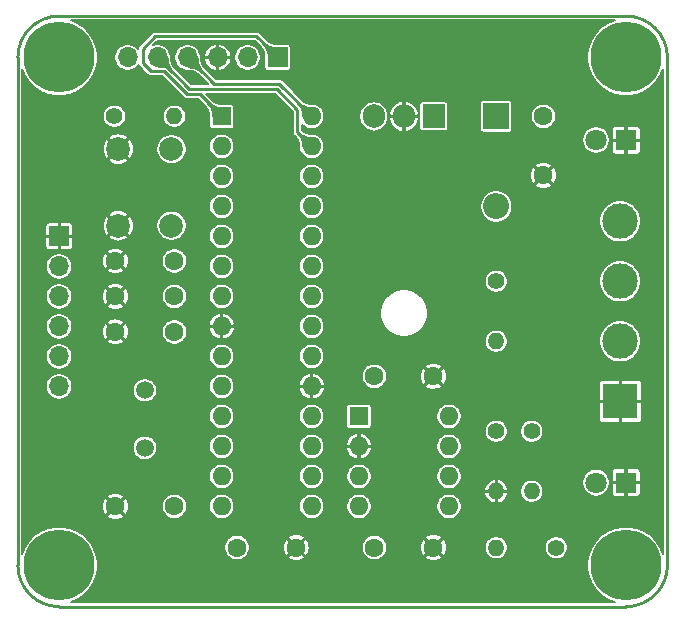
<source format=gbr>
%TF.GenerationSoftware,KiCad,Pcbnew,(5.1.5)-3*%
%TF.CreationDate,2020-11-26T13:06:47-06:00*%
%TF.ProjectId,CANdi_2,43414e64-695f-4322-9e6b-696361645f70,1A*%
%TF.SameCoordinates,Original*%
%TF.FileFunction,Copper,L2,Bot*%
%TF.FilePolarity,Positive*%
%FSLAX46Y46*%
G04 Gerber Fmt 4.6, Leading zero omitted, Abs format (unit mm)*
G04 Created by KiCad (PCBNEW (5.1.5)-3) date 2020-11-26 13:06:47*
%MOMM*%
%LPD*%
G04 APERTURE LIST*
%ADD10C,0.254000*%
%ADD11O,1.400000X1.400000*%
%ADD12C,1.400000*%
%ADD13C,1.800000*%
%ADD14R,1.800000X1.800000*%
%ADD15C,1.600000*%
%ADD16O,2.200000X2.200000*%
%ADD17R,2.200000X2.200000*%
%ADD18C,1.500000*%
%ADD19O,1.600000X1.600000*%
%ADD20R,1.600000X1.600000*%
%ADD21O,1.905000X2.000000*%
%ADD22R,1.905000X2.000000*%
%ADD23C,0.800000*%
%ADD24C,6.000000*%
%ADD25O,1.700000X1.700000*%
%ADD26R,1.700000X1.700000*%
%ADD27C,3.000000*%
%ADD28R,3.000000X3.000000*%
%ADD29C,2.000000*%
%ADD30C,0.250000*%
%ADD31C,0.025400*%
%ADD32C,0.152400*%
G04 APERTURE END LIST*
D10*
X127500000Y-121500000D02*
G75*
G02X124000000Y-125000000I-3500000J0D01*
G01*
X124000000Y-75000000D02*
G75*
G02X127500000Y-78500000I0J-3500000D01*
G01*
X76000000Y-125000000D02*
G75*
G02X72500000Y-121500000I0J3500000D01*
G01*
X72500000Y-78500000D02*
G75*
G02X76000000Y-75000000I3500000J0D01*
G01*
X127500000Y-121500000D02*
X127500000Y-78500000D01*
X76000000Y-75000000D02*
X124000000Y-75000000D01*
X72500000Y-121500000D02*
X72500000Y-78500000D01*
X76000000Y-125000000D02*
X124000000Y-125000000D01*
D11*
X113000000Y-120000000D03*
D12*
X118080000Y-120000000D03*
D11*
X113000000Y-102540000D03*
D12*
X113000000Y-97460000D03*
D13*
X121460000Y-114500000D03*
D14*
X124000000Y-114500000D03*
D13*
X121460000Y-85500000D03*
D14*
X124000000Y-85500000D03*
D15*
X80760000Y-98730000D03*
X85760000Y-98730000D03*
D16*
X113000000Y-91110000D03*
D17*
X113000000Y-83490000D03*
D15*
X107690000Y-105500000D03*
X102690000Y-105500000D03*
D18*
X83260000Y-111560000D03*
X83260000Y-106680000D03*
D11*
X85760000Y-83490000D03*
D12*
X80680000Y-83490000D03*
D11*
X113000000Y-115240000D03*
D12*
X113000000Y-110160000D03*
D11*
X116000000Y-115240000D03*
D12*
X116000000Y-110160000D03*
D19*
X97380000Y-83490000D03*
X89760000Y-116510000D03*
X97380000Y-86030000D03*
X89760000Y-113970000D03*
X97380000Y-88570000D03*
X89760000Y-111430000D03*
X97380000Y-91110000D03*
X89760000Y-108890000D03*
X97380000Y-93650000D03*
X89760000Y-106350000D03*
X97380000Y-96190000D03*
X89760000Y-103810000D03*
X97380000Y-98730000D03*
X89760000Y-101270000D03*
X97380000Y-101270000D03*
X89760000Y-98730000D03*
X97380000Y-103810000D03*
X89760000Y-96190000D03*
X97380000Y-106350000D03*
X89760000Y-93650000D03*
X97380000Y-108890000D03*
X89760000Y-91110000D03*
X97380000Y-111430000D03*
X89760000Y-88570000D03*
X97380000Y-113970000D03*
X89760000Y-86030000D03*
X97380000Y-116510000D03*
D20*
X89760000Y-83490000D03*
D19*
X109000000Y-108890000D03*
X101380000Y-116510000D03*
X109000000Y-111430000D03*
X101380000Y-113970000D03*
X109000000Y-113970000D03*
X101380000Y-111430000D03*
X109000000Y-116510000D03*
D20*
X101380000Y-108890000D03*
D21*
X102650000Y-83490000D03*
X105190000Y-83490000D03*
D22*
X107730000Y-83490000D03*
D15*
X80760000Y-95730000D03*
X85760000Y-95730000D03*
X96070000Y-120000000D03*
X91070000Y-120000000D03*
X80760000Y-101730000D03*
X85760000Y-101730000D03*
X80760000Y-116510000D03*
X85760000Y-116510000D03*
X107690000Y-120000000D03*
X102690000Y-120000000D03*
X117000000Y-88490000D03*
X117000000Y-83490000D03*
D23*
X74409010Y-76909010D03*
X73750000Y-78500000D03*
X74409010Y-80090990D03*
X76000000Y-80750000D03*
X77590990Y-80090990D03*
X78250000Y-78500000D03*
X77590990Y-76909010D03*
X76000000Y-76250000D03*
D24*
X76000000Y-78500000D03*
D23*
X74409010Y-119909010D03*
X73750000Y-121500000D03*
X74409010Y-123090990D03*
X76000000Y-123750000D03*
X77590990Y-123090990D03*
X78250000Y-121500000D03*
X77590990Y-119909010D03*
X76000000Y-119250000D03*
D24*
X76000000Y-121500000D03*
D23*
X122409010Y-76909010D03*
X121750000Y-78500000D03*
X122409010Y-80090990D03*
X124000000Y-80750000D03*
X125590990Y-80090990D03*
X126250000Y-78500000D03*
X125590990Y-76909010D03*
X124000000Y-76250000D03*
D24*
X124000000Y-78500000D03*
D23*
X122409010Y-119909010D03*
X121750000Y-121500000D03*
X122409010Y-123090990D03*
X124000000Y-123750000D03*
X125590990Y-123090990D03*
X126250000Y-121500000D03*
X125590990Y-119909010D03*
X124000000Y-119250000D03*
D24*
X124000000Y-121500000D03*
D25*
X76000000Y-106350000D03*
X76000000Y-103810000D03*
X76000000Y-101270000D03*
X76000000Y-98730000D03*
X76000000Y-96190000D03*
D26*
X76000000Y-93650000D03*
D27*
X123500000Y-92380000D03*
D28*
X123500000Y-107620000D03*
D27*
X123500000Y-97460000D03*
X123500000Y-102540000D03*
D29*
X85510000Y-92758400D03*
X81010000Y-92758400D03*
X85510000Y-86258400D03*
X81010000Y-86258400D03*
D25*
X81800000Y-78500000D03*
X84340000Y-78500000D03*
X86880000Y-78500000D03*
X89420000Y-78500000D03*
X91960000Y-78500000D03*
D26*
X94500000Y-78500000D03*
D23*
X99002400Y-94032390D03*
X74136000Y-82401190D03*
X74136000Y-86401190D03*
X74136000Y-90401190D03*
X74136000Y-94401190D03*
X74136000Y-98401190D03*
X74136000Y-102401190D03*
X74136000Y-106401190D03*
X74136000Y-110401190D03*
X74136000Y-114401190D03*
X75136000Y-117401190D03*
X76136000Y-84401190D03*
X76136000Y-88401190D03*
X76136000Y-108401190D03*
X76136000Y-112401190D03*
X77136000Y-91401190D03*
X77136000Y-115401190D03*
X78136000Y-99401190D03*
X80136000Y-76401190D03*
X80136000Y-88401190D03*
X80136000Y-104401190D03*
X80136000Y-108401190D03*
X80136000Y-112401190D03*
X80136000Y-121401190D03*
X82136000Y-82401190D03*
X82136000Y-90401190D03*
X82136000Y-97401190D03*
X82136000Y-114401190D03*
X82136000Y-118401190D03*
X82136000Y-123401190D03*
X83136000Y-85401190D03*
X83136000Y-93401190D03*
X83136000Y-100401190D03*
X83136000Y-109401190D03*
X84136000Y-88401190D03*
X84136000Y-116401190D03*
X84136000Y-120401190D03*
X85136000Y-104401190D03*
X85136000Y-111401190D03*
X86136000Y-107401190D03*
X86136000Y-114401190D03*
X86136000Y-118401190D03*
X86136000Y-123401190D03*
X87136000Y-89401190D03*
X88136000Y-92401190D03*
X88136000Y-102401190D03*
X88136000Y-110401190D03*
X88136000Y-116401190D03*
X88136000Y-120401190D03*
X90136000Y-123401190D03*
X92136000Y-82401190D03*
X92136000Y-86401190D03*
X92136000Y-90401190D03*
X92136000Y-94401190D03*
X92136000Y-98401190D03*
X92136000Y-102401190D03*
X92136000Y-106401190D03*
X92136000Y-110401190D03*
X92136000Y-114401190D03*
X93136000Y-122401190D03*
X94136000Y-76401190D03*
X95136000Y-83401190D03*
X95136000Y-87401190D03*
X95136000Y-91401190D03*
X95136000Y-95401190D03*
X95136000Y-99401190D03*
X95136000Y-105401190D03*
X95136000Y-109401190D03*
X96136000Y-118401190D03*
X96136000Y-123401190D03*
X97136000Y-77401190D03*
X98136000Y-121401190D03*
X99136000Y-79401190D03*
X99136000Y-83401190D03*
X99136000Y-87401190D03*
X99136000Y-91401190D03*
X100136000Y-76401190D03*
X100136000Y-123401190D03*
X101136000Y-85401190D03*
X101136000Y-89401190D03*
X101136000Y-93401190D03*
X101136000Y-97401190D03*
X101136000Y-101401190D03*
X102136000Y-78401190D03*
X103136000Y-81401190D03*
X103136000Y-87401190D03*
X103136000Y-91401190D03*
X103136000Y-95401190D03*
X103136000Y-107401190D03*
X103136000Y-111401190D03*
X103136000Y-117401190D03*
X104136000Y-76401190D03*
X104136000Y-123401190D03*
X105136000Y-79401190D03*
X105136000Y-85401190D03*
X105136000Y-89401190D03*
X105136000Y-93401190D03*
X105136000Y-97401190D03*
X105136000Y-119401190D03*
X106136000Y-108401190D03*
X106136000Y-112401190D03*
X106136000Y-116401190D03*
X107136000Y-77401190D03*
X107136000Y-81401190D03*
X107136000Y-87401190D03*
X107136000Y-91401190D03*
X107136000Y-95401190D03*
X107136000Y-102401190D03*
X108136000Y-98401190D03*
X108136000Y-123401190D03*
X109136000Y-79401190D03*
X109136000Y-85401190D03*
X109136000Y-89401190D03*
X109136000Y-93401190D03*
X109136000Y-118401190D03*
X110136000Y-76401190D03*
X110136000Y-96401190D03*
X110136000Y-100401190D03*
X110136000Y-104401190D03*
X111136000Y-81401190D03*
X111136000Y-107401190D03*
X111136000Y-111401190D03*
X111136000Y-115401190D03*
X111136000Y-120401190D03*
X112136000Y-78401190D03*
X112136000Y-88401190D03*
X112136000Y-94401190D03*
X112136000Y-123401190D03*
X113136000Y-99401190D03*
X113136000Y-105401190D03*
X113136000Y-117401190D03*
X114136000Y-76401190D03*
X114136000Y-80401190D03*
X114136000Y-86401190D03*
X114136000Y-108401190D03*
X115136000Y-89401190D03*
X115136000Y-95401190D03*
X115136000Y-101401190D03*
X115136000Y-119401190D03*
X116136000Y-78401190D03*
X116136000Y-98401190D03*
X116136000Y-104401190D03*
X116136000Y-122401190D03*
X117136000Y-81401190D03*
X117136000Y-107401190D03*
X117136000Y-117401190D03*
X118136000Y-76401190D03*
X118136000Y-86401190D03*
X118136000Y-90401190D03*
X118136000Y-94401190D03*
X118136000Y-114401190D03*
X119136000Y-79401190D03*
X119136000Y-83401190D03*
X119136000Y-97401190D03*
X119136000Y-123401190D03*
X120136000Y-88401190D03*
X120136000Y-101401190D03*
X120136000Y-105401190D03*
X120136000Y-109401190D03*
X120136000Y-116401190D03*
X120136000Y-120401190D03*
X121136000Y-95401190D03*
X121136000Y-112401190D03*
X122136000Y-82401190D03*
X123136000Y-87401190D03*
X123136000Y-110401190D03*
X123136000Y-117401190D03*
X125136000Y-83401190D03*
X125136000Y-89401190D03*
X125136000Y-95401190D03*
X125136000Y-100401190D03*
X125136000Y-112401190D03*
X126136000Y-86401190D03*
X126136000Y-92401190D03*
X126136000Y-103401190D03*
X126136000Y-107401190D03*
X126136000Y-115401190D03*
D10*
X87015210Y-81175210D02*
X84340000Y-78500000D01*
X96164400Y-82916466D02*
X94423144Y-81175210D01*
X97380000Y-86030000D02*
X96164400Y-84814400D01*
X94423144Y-81175210D02*
X87015210Y-81175210D01*
X96164400Y-84814400D02*
X96164400Y-82916466D01*
X86880000Y-78500000D02*
X89101200Y-80721200D01*
X94611200Y-80721200D02*
X97380000Y-83490000D01*
X89101200Y-80721200D02*
X94611200Y-80721200D01*
X87905600Y-81635600D02*
X89760000Y-83490000D01*
X92708000Y-76708000D02*
X84124800Y-76708000D01*
X84124800Y-76708000D02*
X83058000Y-77774800D01*
X94500000Y-78500000D02*
X92708000Y-76708000D01*
D30*
X87905600Y-81635600D02*
X86836362Y-81635600D01*
X83058000Y-78957002D02*
X83058000Y-77774800D01*
X83775999Y-79675001D02*
X83058000Y-78957002D01*
X86836362Y-81635600D02*
X84875763Y-79675001D01*
X84875763Y-79675001D02*
X83775999Y-79675001D01*
D31*
G36*
X85177523Y-78518310D02*
G01*
X85180823Y-78638162D01*
X85180888Y-78639147D01*
X85194192Y-78764967D01*
X85194342Y-78765984D01*
X85217391Y-78888310D01*
X85217629Y-78889336D01*
X85250421Y-79008169D01*
X85250747Y-79009185D01*
X85293283Y-79124525D01*
X85293694Y-79125509D01*
X85345973Y-79237355D01*
X85346456Y-79238286D01*
X85408479Y-79346638D01*
X85409021Y-79347502D01*
X85480788Y-79452362D01*
X85481371Y-79453147D01*
X85562881Y-79554513D01*
X85563489Y-79555216D01*
X85646381Y-79644120D01*
X85484421Y-79806080D01*
X85126283Y-79447942D01*
X85115708Y-79435056D01*
X85064286Y-79392856D01*
X85005620Y-79361498D01*
X84941964Y-79342188D01*
X84892344Y-79337301D01*
X84892341Y-79337301D01*
X84875763Y-79335668D01*
X84859185Y-79337301D01*
X84358250Y-79337301D01*
X84057459Y-78217459D01*
X85177523Y-78518310D01*
G37*
X85177523Y-78518310D02*
X85180823Y-78638162D01*
X85180888Y-78639147D01*
X85194192Y-78764967D01*
X85194342Y-78765984D01*
X85217391Y-78888310D01*
X85217629Y-78889336D01*
X85250421Y-79008169D01*
X85250747Y-79009185D01*
X85293283Y-79124525D01*
X85293694Y-79125509D01*
X85345973Y-79237355D01*
X85346456Y-79238286D01*
X85408479Y-79346638D01*
X85409021Y-79347502D01*
X85480788Y-79452362D01*
X85481371Y-79453147D01*
X85562881Y-79554513D01*
X85563489Y-79555216D01*
X85646381Y-79644120D01*
X85484421Y-79806080D01*
X85126283Y-79447942D01*
X85115708Y-79435056D01*
X85064286Y-79392856D01*
X85005620Y-79361498D01*
X84941964Y-79342188D01*
X84892344Y-79337301D01*
X84892341Y-79337301D01*
X84875763Y-79335668D01*
X84859185Y-79337301D01*
X84358250Y-79337301D01*
X84057459Y-78217459D01*
X85177523Y-78518310D01*
G36*
X96402837Y-84885058D02*
G01*
X96403539Y-84885666D01*
X96497341Y-84961098D01*
X96498127Y-84961681D01*
X96595159Y-85028095D01*
X96596022Y-85028637D01*
X96696284Y-85086034D01*
X96697216Y-85086517D01*
X96800708Y-85134897D01*
X96801691Y-85135307D01*
X96908413Y-85174671D01*
X96909429Y-85174998D01*
X97019382Y-85205344D01*
X97020409Y-85205582D01*
X97133591Y-85226912D01*
X97134607Y-85227062D01*
X97251020Y-85239375D01*
X97252006Y-85239440D01*
X97362190Y-85242475D01*
X97644863Y-86294863D01*
X96592475Y-86012190D01*
X96589440Y-85902006D01*
X96589375Y-85901020D01*
X96577062Y-85784607D01*
X96576912Y-85783591D01*
X96555582Y-85670409D01*
X96555344Y-85669382D01*
X96524998Y-85559429D01*
X96524671Y-85558413D01*
X96485307Y-85451691D01*
X96484897Y-85450708D01*
X96436517Y-85347216D01*
X96436034Y-85346284D01*
X96378637Y-85246022D01*
X96378095Y-85245159D01*
X96311681Y-85148127D01*
X96311098Y-85147341D01*
X96235666Y-85053539D01*
X96235058Y-85052837D01*
X96158974Y-84971235D01*
X96321235Y-84808974D01*
X96402837Y-84885058D01*
G37*
X96402837Y-84885058D02*
X96403539Y-84885666D01*
X96497341Y-84961098D01*
X96498127Y-84961681D01*
X96595159Y-85028095D01*
X96596022Y-85028637D01*
X96696284Y-85086034D01*
X96697216Y-85086517D01*
X96800708Y-85134897D01*
X96801691Y-85135307D01*
X96908413Y-85174671D01*
X96909429Y-85174998D01*
X97019382Y-85205344D01*
X97020409Y-85205582D01*
X97133591Y-85226912D01*
X97134607Y-85227062D01*
X97251020Y-85239375D01*
X97252006Y-85239440D01*
X97362190Y-85242475D01*
X97644863Y-86294863D01*
X96592475Y-86012190D01*
X96589440Y-85902006D01*
X96589375Y-85901020D01*
X96577062Y-85784607D01*
X96576912Y-85783591D01*
X96555582Y-85670409D01*
X96555344Y-85669382D01*
X96524998Y-85559429D01*
X96524671Y-85558413D01*
X96485307Y-85451691D01*
X96484897Y-85450708D01*
X96436517Y-85347216D01*
X96436034Y-85346284D01*
X96378637Y-85246022D01*
X96378095Y-85245159D01*
X96311681Y-85148127D01*
X96311098Y-85147341D01*
X96235666Y-85053539D01*
X96235058Y-85052837D01*
X96158974Y-84971235D01*
X96321235Y-84808974D01*
X96402837Y-84885058D01*
G36*
X87717523Y-78518310D02*
G01*
X87720823Y-78638162D01*
X87720888Y-78639147D01*
X87734192Y-78764967D01*
X87734342Y-78765984D01*
X87757391Y-78888310D01*
X87757629Y-78889336D01*
X87790421Y-79008169D01*
X87790747Y-79009185D01*
X87833283Y-79124525D01*
X87833694Y-79125509D01*
X87885973Y-79237355D01*
X87886456Y-79238286D01*
X87948479Y-79346638D01*
X87949021Y-79347502D01*
X88020788Y-79452362D01*
X88021371Y-79453147D01*
X88102881Y-79554513D01*
X88103489Y-79555216D01*
X88186381Y-79644120D01*
X88024120Y-79806381D01*
X87935216Y-79723489D01*
X87934513Y-79722881D01*
X87833147Y-79641371D01*
X87832362Y-79640788D01*
X87727502Y-79569021D01*
X87726638Y-79568479D01*
X87618286Y-79506456D01*
X87617355Y-79505973D01*
X87505509Y-79453694D01*
X87504525Y-79453283D01*
X87389185Y-79410747D01*
X87388169Y-79410421D01*
X87269336Y-79377629D01*
X87268310Y-79377391D01*
X87145984Y-79354342D01*
X87144967Y-79354192D01*
X87019147Y-79340888D01*
X87018162Y-79340823D01*
X86898310Y-79337523D01*
X86597459Y-78217459D01*
X87717523Y-78518310D01*
G37*
X87717523Y-78518310D02*
X87720823Y-78638162D01*
X87720888Y-78639147D01*
X87734192Y-78764967D01*
X87734342Y-78765984D01*
X87757391Y-78888310D01*
X87757629Y-78889336D01*
X87790421Y-79008169D01*
X87790747Y-79009185D01*
X87833283Y-79124525D01*
X87833694Y-79125509D01*
X87885973Y-79237355D01*
X87886456Y-79238286D01*
X87948479Y-79346638D01*
X87949021Y-79347502D01*
X88020788Y-79452362D01*
X88021371Y-79453147D01*
X88102881Y-79554513D01*
X88103489Y-79555216D01*
X88186381Y-79644120D01*
X88024120Y-79806381D01*
X87935216Y-79723489D01*
X87934513Y-79722881D01*
X87833147Y-79641371D01*
X87832362Y-79640788D01*
X87727502Y-79569021D01*
X87726638Y-79568479D01*
X87618286Y-79506456D01*
X87617355Y-79505973D01*
X87505509Y-79453694D01*
X87504525Y-79453283D01*
X87389185Y-79410747D01*
X87388169Y-79410421D01*
X87269336Y-79377629D01*
X87268310Y-79377391D01*
X87145984Y-79354342D01*
X87144967Y-79354192D01*
X87019147Y-79340888D01*
X87018162Y-79340823D01*
X86898310Y-79337523D01*
X86597459Y-78217459D01*
X87717523Y-78518310D01*
G36*
X96402837Y-82345058D02*
G01*
X96403539Y-82345666D01*
X96497341Y-82421098D01*
X96498127Y-82421681D01*
X96595159Y-82488095D01*
X96596022Y-82488637D01*
X96696284Y-82546034D01*
X96697216Y-82546517D01*
X96800708Y-82594897D01*
X96801691Y-82595307D01*
X96908413Y-82634671D01*
X96909429Y-82634998D01*
X97019382Y-82665344D01*
X97020409Y-82665582D01*
X97133591Y-82686912D01*
X97134607Y-82687062D01*
X97251020Y-82699375D01*
X97252006Y-82699440D01*
X97362190Y-82702475D01*
X97644863Y-83754863D01*
X96592475Y-83472190D01*
X96589440Y-83362006D01*
X96589375Y-83361020D01*
X96577062Y-83244607D01*
X96576912Y-83243591D01*
X96555582Y-83130409D01*
X96555344Y-83129382D01*
X96524998Y-83019429D01*
X96524671Y-83018413D01*
X96504100Y-82962642D01*
X96504100Y-82933147D01*
X96505743Y-82916466D01*
X96499184Y-82849873D01*
X96479760Y-82785840D01*
X96448216Y-82726826D01*
X96405766Y-82675100D01*
X96392807Y-82664465D01*
X96159275Y-82430934D01*
X96321235Y-82268974D01*
X96402837Y-82345058D01*
G37*
X96402837Y-82345058D02*
X96403539Y-82345666D01*
X96497341Y-82421098D01*
X96498127Y-82421681D01*
X96595159Y-82488095D01*
X96596022Y-82488637D01*
X96696284Y-82546034D01*
X96697216Y-82546517D01*
X96800708Y-82594897D01*
X96801691Y-82595307D01*
X96908413Y-82634671D01*
X96909429Y-82634998D01*
X97019382Y-82665344D01*
X97020409Y-82665582D01*
X97133591Y-82686912D01*
X97134607Y-82687062D01*
X97251020Y-82699375D01*
X97252006Y-82699440D01*
X97362190Y-82702475D01*
X97644863Y-83754863D01*
X96592475Y-83472190D01*
X96589440Y-83362006D01*
X96589375Y-83361020D01*
X96577062Y-83244607D01*
X96576912Y-83243591D01*
X96555582Y-83130409D01*
X96555344Y-83129382D01*
X96524998Y-83019429D01*
X96524671Y-83018413D01*
X96504100Y-82962642D01*
X96504100Y-82933147D01*
X96505743Y-82916466D01*
X96499184Y-82849873D01*
X96479760Y-82785840D01*
X96448216Y-82726826D01*
X96405766Y-82675100D01*
X96392807Y-82664465D01*
X96159275Y-82430934D01*
X96321235Y-82268974D01*
X96402837Y-82345058D01*
G36*
X88782837Y-82345058D02*
G01*
X88783539Y-82345666D01*
X88877341Y-82421098D01*
X88878127Y-82421681D01*
X88975159Y-82488095D01*
X88976022Y-82488637D01*
X89076284Y-82546034D01*
X89077216Y-82546517D01*
X89180708Y-82594897D01*
X89181691Y-82595307D01*
X89288413Y-82634671D01*
X89289429Y-82634998D01*
X89399382Y-82665344D01*
X89400409Y-82665582D01*
X89513591Y-82686912D01*
X89514607Y-82687062D01*
X89631020Y-82699375D01*
X89632006Y-82699440D01*
X89742190Y-82702475D01*
X90024863Y-83754863D01*
X88972475Y-83472190D01*
X88969440Y-83362006D01*
X88969375Y-83361020D01*
X88957062Y-83244607D01*
X88956912Y-83243591D01*
X88935582Y-83130409D01*
X88935344Y-83129382D01*
X88904998Y-83019429D01*
X88904671Y-83018413D01*
X88865307Y-82911691D01*
X88864897Y-82910708D01*
X88816517Y-82807216D01*
X88816034Y-82806284D01*
X88758637Y-82706022D01*
X88758095Y-82705159D01*
X88691681Y-82608127D01*
X88691098Y-82607341D01*
X88615666Y-82513539D01*
X88615058Y-82512837D01*
X88538974Y-82431235D01*
X88701235Y-82268974D01*
X88782837Y-82345058D01*
G37*
X88782837Y-82345058D02*
X88783539Y-82345666D01*
X88877341Y-82421098D01*
X88878127Y-82421681D01*
X88975159Y-82488095D01*
X88976022Y-82488637D01*
X89076284Y-82546034D01*
X89077216Y-82546517D01*
X89180708Y-82594897D01*
X89181691Y-82595307D01*
X89288413Y-82634671D01*
X89289429Y-82634998D01*
X89399382Y-82665344D01*
X89400409Y-82665582D01*
X89513591Y-82686912D01*
X89514607Y-82687062D01*
X89631020Y-82699375D01*
X89632006Y-82699440D01*
X89742190Y-82702475D01*
X90024863Y-83754863D01*
X88972475Y-83472190D01*
X88969440Y-83362006D01*
X88969375Y-83361020D01*
X88957062Y-83244607D01*
X88956912Y-83243591D01*
X88935582Y-83130409D01*
X88935344Y-83129382D01*
X88904998Y-83019429D01*
X88904671Y-83018413D01*
X88865307Y-82911691D01*
X88864897Y-82910708D01*
X88816517Y-82807216D01*
X88816034Y-82806284D01*
X88758637Y-82706022D01*
X88758095Y-82705159D01*
X88691681Y-82608127D01*
X88691098Y-82607341D01*
X88615666Y-82513539D01*
X88615058Y-82512837D01*
X88538974Y-82431235D01*
X88701235Y-82268974D01*
X88782837Y-82345058D01*
G36*
X93444783Y-77276510D02*
G01*
X93445486Y-77277118D01*
X93546852Y-77358628D01*
X93547637Y-77359211D01*
X93652497Y-77430978D01*
X93653361Y-77431520D01*
X93761713Y-77493543D01*
X93762644Y-77494026D01*
X93874491Y-77546306D01*
X93875475Y-77546717D01*
X93990814Y-77589252D01*
X93991830Y-77589578D01*
X94110663Y-77622370D01*
X94111689Y-77622608D01*
X94234015Y-77645657D01*
X94235032Y-77645807D01*
X94360852Y-77659111D01*
X94361837Y-77659176D01*
X94481690Y-77662477D01*
X94782541Y-78782541D01*
X93662477Y-78481690D01*
X93659176Y-78361837D01*
X93659111Y-78360852D01*
X93645807Y-78235032D01*
X93645657Y-78234015D01*
X93622608Y-78111689D01*
X93622370Y-78110663D01*
X93589578Y-77991830D01*
X93589252Y-77990814D01*
X93546717Y-77875475D01*
X93546306Y-77874491D01*
X93494026Y-77762644D01*
X93493543Y-77761713D01*
X93431520Y-77653361D01*
X93430978Y-77652497D01*
X93359211Y-77547637D01*
X93358628Y-77546852D01*
X93277118Y-77445486D01*
X93276510Y-77444783D01*
X93193619Y-77355880D01*
X93355880Y-77193619D01*
X93444783Y-77276510D01*
G37*
X93444783Y-77276510D02*
X93445486Y-77277118D01*
X93546852Y-77358628D01*
X93547637Y-77359211D01*
X93652497Y-77430978D01*
X93653361Y-77431520D01*
X93761713Y-77493543D01*
X93762644Y-77494026D01*
X93874491Y-77546306D01*
X93875475Y-77546717D01*
X93990814Y-77589252D01*
X93991830Y-77589578D01*
X94110663Y-77622370D01*
X94111689Y-77622608D01*
X94234015Y-77645657D01*
X94235032Y-77645807D01*
X94360852Y-77659111D01*
X94361837Y-77659176D01*
X94481690Y-77662477D01*
X94782541Y-78782541D01*
X93662477Y-78481690D01*
X93659176Y-78361837D01*
X93659111Y-78360852D01*
X93645807Y-78235032D01*
X93645657Y-78234015D01*
X93622608Y-78111689D01*
X93622370Y-78110663D01*
X93589578Y-77991830D01*
X93589252Y-77990814D01*
X93546717Y-77875475D01*
X93546306Y-77874491D01*
X93494026Y-77762644D01*
X93493543Y-77761713D01*
X93431520Y-77653361D01*
X93430978Y-77652497D01*
X93359211Y-77547637D01*
X93358628Y-77546852D01*
X93277118Y-77445486D01*
X93276510Y-77444783D01*
X93193619Y-77355880D01*
X93355880Y-77193619D01*
X93444783Y-77276510D01*
D32*
G36*
X122448137Y-75596669D02*
G01*
X121911544Y-75955209D01*
X121455209Y-76411544D01*
X121096669Y-76948137D01*
X120849703Y-77544368D01*
X120723800Y-78177322D01*
X120723800Y-78822678D01*
X120849703Y-79455632D01*
X121096669Y-80051863D01*
X121455209Y-80588456D01*
X121911544Y-81044791D01*
X122448137Y-81403331D01*
X123044368Y-81650297D01*
X123677322Y-81776200D01*
X124322678Y-81776200D01*
X124955632Y-81650297D01*
X125551863Y-81403331D01*
X126088456Y-81044791D01*
X126544791Y-80588456D01*
X126903331Y-80051863D01*
X127144401Y-79469866D01*
X127144400Y-120530131D01*
X126903331Y-119948137D01*
X126544791Y-119411544D01*
X126088456Y-118955209D01*
X125551863Y-118596669D01*
X124955632Y-118349703D01*
X124322678Y-118223800D01*
X123677322Y-118223800D01*
X123044368Y-118349703D01*
X122448137Y-118596669D01*
X121911544Y-118955209D01*
X121455209Y-119411544D01*
X121096669Y-119948137D01*
X120849703Y-120544368D01*
X120723800Y-121177322D01*
X120723800Y-121822678D01*
X120849703Y-122455632D01*
X121096669Y-123051863D01*
X121455209Y-123588456D01*
X121911544Y-124044791D01*
X122448137Y-124403331D01*
X123030131Y-124644400D01*
X76969869Y-124644400D01*
X77551863Y-124403331D01*
X78088456Y-124044791D01*
X78544791Y-123588456D01*
X78903331Y-123051863D01*
X79150297Y-122455632D01*
X79276200Y-121822678D01*
X79276200Y-121177322D01*
X79150297Y-120544368D01*
X78903331Y-119948137D01*
X78867161Y-119894004D01*
X89993800Y-119894004D01*
X89993800Y-120105996D01*
X90035158Y-120313916D01*
X90116284Y-120509772D01*
X90234061Y-120686037D01*
X90383963Y-120835939D01*
X90560228Y-120953716D01*
X90756084Y-121034842D01*
X90964004Y-121076200D01*
X91175996Y-121076200D01*
X91383916Y-121034842D01*
X91579772Y-120953716D01*
X91756037Y-120835939D01*
X91812254Y-120779722D01*
X95362120Y-120779722D01*
X95444237Y-120947715D01*
X95641151Y-121051585D01*
X95854545Y-121115043D01*
X96076219Y-121135651D01*
X96297654Y-121112616D01*
X96510340Y-121046824D01*
X96695763Y-120947715D01*
X96777880Y-120779722D01*
X96070000Y-120071842D01*
X95362120Y-120779722D01*
X91812254Y-120779722D01*
X91905939Y-120686037D01*
X92023716Y-120509772D01*
X92104842Y-120313916D01*
X92146200Y-120105996D01*
X92146200Y-120006219D01*
X94934349Y-120006219D01*
X94957384Y-120227654D01*
X95023176Y-120440340D01*
X95122285Y-120625763D01*
X95290278Y-120707880D01*
X95998158Y-120000000D01*
X96141842Y-120000000D01*
X96849722Y-120707880D01*
X97017715Y-120625763D01*
X97121585Y-120428849D01*
X97185043Y-120215455D01*
X97205651Y-119993781D01*
X97195272Y-119894004D01*
X101613800Y-119894004D01*
X101613800Y-120105996D01*
X101655158Y-120313916D01*
X101736284Y-120509772D01*
X101854061Y-120686037D01*
X102003963Y-120835939D01*
X102180228Y-120953716D01*
X102376084Y-121034842D01*
X102584004Y-121076200D01*
X102795996Y-121076200D01*
X103003916Y-121034842D01*
X103199772Y-120953716D01*
X103376037Y-120835939D01*
X103432254Y-120779722D01*
X106982120Y-120779722D01*
X107064237Y-120947715D01*
X107261151Y-121051585D01*
X107474545Y-121115043D01*
X107696219Y-121135651D01*
X107917654Y-121112616D01*
X108130340Y-121046824D01*
X108315763Y-120947715D01*
X108397880Y-120779722D01*
X107690000Y-120071842D01*
X106982120Y-120779722D01*
X103432254Y-120779722D01*
X103525939Y-120686037D01*
X103643716Y-120509772D01*
X103724842Y-120313916D01*
X103766200Y-120105996D01*
X103766200Y-120006219D01*
X106554349Y-120006219D01*
X106577384Y-120227654D01*
X106643176Y-120440340D01*
X106742285Y-120625763D01*
X106910278Y-120707880D01*
X107618158Y-120000000D01*
X107761842Y-120000000D01*
X108469722Y-120707880D01*
X108637715Y-120625763D01*
X108741585Y-120428849D01*
X108805043Y-120215455D01*
X108825651Y-119993781D01*
X108816297Y-119903853D01*
X112023800Y-119903853D01*
X112023800Y-120096147D01*
X112061315Y-120284747D01*
X112134903Y-120462404D01*
X112241736Y-120622291D01*
X112377709Y-120758264D01*
X112537596Y-120865097D01*
X112715253Y-120938685D01*
X112903853Y-120976200D01*
X113096147Y-120976200D01*
X113284747Y-120938685D01*
X113462404Y-120865097D01*
X113622291Y-120758264D01*
X113758264Y-120622291D01*
X113865097Y-120462404D01*
X113938685Y-120284747D01*
X113976200Y-120096147D01*
X113976200Y-119903853D01*
X117103800Y-119903853D01*
X117103800Y-120096147D01*
X117141315Y-120284747D01*
X117214903Y-120462404D01*
X117321736Y-120622291D01*
X117457709Y-120758264D01*
X117617596Y-120865097D01*
X117795253Y-120938685D01*
X117983853Y-120976200D01*
X118176147Y-120976200D01*
X118364747Y-120938685D01*
X118542404Y-120865097D01*
X118702291Y-120758264D01*
X118838264Y-120622291D01*
X118945097Y-120462404D01*
X119018685Y-120284747D01*
X119056200Y-120096147D01*
X119056200Y-119903853D01*
X119018685Y-119715253D01*
X118945097Y-119537596D01*
X118838264Y-119377709D01*
X118702291Y-119241736D01*
X118542404Y-119134903D01*
X118364747Y-119061315D01*
X118176147Y-119023800D01*
X117983853Y-119023800D01*
X117795253Y-119061315D01*
X117617596Y-119134903D01*
X117457709Y-119241736D01*
X117321736Y-119377709D01*
X117214903Y-119537596D01*
X117141315Y-119715253D01*
X117103800Y-119903853D01*
X113976200Y-119903853D01*
X113938685Y-119715253D01*
X113865097Y-119537596D01*
X113758264Y-119377709D01*
X113622291Y-119241736D01*
X113462404Y-119134903D01*
X113284747Y-119061315D01*
X113096147Y-119023800D01*
X112903853Y-119023800D01*
X112715253Y-119061315D01*
X112537596Y-119134903D01*
X112377709Y-119241736D01*
X112241736Y-119377709D01*
X112134903Y-119537596D01*
X112061315Y-119715253D01*
X112023800Y-119903853D01*
X108816297Y-119903853D01*
X108802616Y-119772346D01*
X108736824Y-119559660D01*
X108637715Y-119374237D01*
X108469722Y-119292120D01*
X107761842Y-120000000D01*
X107618158Y-120000000D01*
X106910278Y-119292120D01*
X106742285Y-119374237D01*
X106638415Y-119571151D01*
X106574957Y-119784545D01*
X106554349Y-120006219D01*
X103766200Y-120006219D01*
X103766200Y-119894004D01*
X103724842Y-119686084D01*
X103643716Y-119490228D01*
X103525939Y-119313963D01*
X103432254Y-119220278D01*
X106982120Y-119220278D01*
X107690000Y-119928158D01*
X108397880Y-119220278D01*
X108315763Y-119052285D01*
X108118849Y-118948415D01*
X107905455Y-118884957D01*
X107683781Y-118864349D01*
X107462346Y-118887384D01*
X107249660Y-118953176D01*
X107064237Y-119052285D01*
X106982120Y-119220278D01*
X103432254Y-119220278D01*
X103376037Y-119164061D01*
X103199772Y-119046284D01*
X103003916Y-118965158D01*
X102795996Y-118923800D01*
X102584004Y-118923800D01*
X102376084Y-118965158D01*
X102180228Y-119046284D01*
X102003963Y-119164061D01*
X101854061Y-119313963D01*
X101736284Y-119490228D01*
X101655158Y-119686084D01*
X101613800Y-119894004D01*
X97195272Y-119894004D01*
X97182616Y-119772346D01*
X97116824Y-119559660D01*
X97017715Y-119374237D01*
X96849722Y-119292120D01*
X96141842Y-120000000D01*
X95998158Y-120000000D01*
X95290278Y-119292120D01*
X95122285Y-119374237D01*
X95018415Y-119571151D01*
X94954957Y-119784545D01*
X94934349Y-120006219D01*
X92146200Y-120006219D01*
X92146200Y-119894004D01*
X92104842Y-119686084D01*
X92023716Y-119490228D01*
X91905939Y-119313963D01*
X91812254Y-119220278D01*
X95362120Y-119220278D01*
X96070000Y-119928158D01*
X96777880Y-119220278D01*
X96695763Y-119052285D01*
X96498849Y-118948415D01*
X96285455Y-118884957D01*
X96063781Y-118864349D01*
X95842346Y-118887384D01*
X95629660Y-118953176D01*
X95444237Y-119052285D01*
X95362120Y-119220278D01*
X91812254Y-119220278D01*
X91756037Y-119164061D01*
X91579772Y-119046284D01*
X91383916Y-118965158D01*
X91175996Y-118923800D01*
X90964004Y-118923800D01*
X90756084Y-118965158D01*
X90560228Y-119046284D01*
X90383963Y-119164061D01*
X90234061Y-119313963D01*
X90116284Y-119490228D01*
X90035158Y-119686084D01*
X89993800Y-119894004D01*
X78867161Y-119894004D01*
X78544791Y-119411544D01*
X78088456Y-118955209D01*
X77551863Y-118596669D01*
X76955632Y-118349703D01*
X76322678Y-118223800D01*
X75677322Y-118223800D01*
X75044368Y-118349703D01*
X74448137Y-118596669D01*
X73911544Y-118955209D01*
X73455209Y-119411544D01*
X73096669Y-119948137D01*
X72855600Y-120530131D01*
X72855600Y-117289722D01*
X80052120Y-117289722D01*
X80134237Y-117457715D01*
X80331151Y-117561585D01*
X80544545Y-117625043D01*
X80766219Y-117645651D01*
X80987654Y-117622616D01*
X81200340Y-117556824D01*
X81385763Y-117457715D01*
X81467880Y-117289722D01*
X80760000Y-116581842D01*
X80052120Y-117289722D01*
X72855600Y-117289722D01*
X72855600Y-116516219D01*
X79624349Y-116516219D01*
X79647384Y-116737654D01*
X79713176Y-116950340D01*
X79812285Y-117135763D01*
X79980278Y-117217880D01*
X80688158Y-116510000D01*
X80831842Y-116510000D01*
X81539722Y-117217880D01*
X81707715Y-117135763D01*
X81811585Y-116938849D01*
X81875043Y-116725455D01*
X81895651Y-116503781D01*
X81885272Y-116404004D01*
X84683800Y-116404004D01*
X84683800Y-116615996D01*
X84725158Y-116823916D01*
X84806284Y-117019772D01*
X84924061Y-117196037D01*
X85073963Y-117345939D01*
X85250228Y-117463716D01*
X85446084Y-117544842D01*
X85654004Y-117586200D01*
X85865996Y-117586200D01*
X86073916Y-117544842D01*
X86269772Y-117463716D01*
X86446037Y-117345939D01*
X86595939Y-117196037D01*
X86713716Y-117019772D01*
X86794842Y-116823916D01*
X86836200Y-116615996D01*
X86836200Y-116404004D01*
X88683800Y-116404004D01*
X88683800Y-116615996D01*
X88725158Y-116823916D01*
X88806284Y-117019772D01*
X88924061Y-117196037D01*
X89073963Y-117345939D01*
X89250228Y-117463716D01*
X89446084Y-117544842D01*
X89654004Y-117586200D01*
X89865996Y-117586200D01*
X90073916Y-117544842D01*
X90269772Y-117463716D01*
X90446037Y-117345939D01*
X90595939Y-117196037D01*
X90713716Y-117019772D01*
X90794842Y-116823916D01*
X90836200Y-116615996D01*
X90836200Y-116404004D01*
X96303800Y-116404004D01*
X96303800Y-116615996D01*
X96345158Y-116823916D01*
X96426284Y-117019772D01*
X96544061Y-117196037D01*
X96693963Y-117345939D01*
X96870228Y-117463716D01*
X97066084Y-117544842D01*
X97274004Y-117586200D01*
X97485996Y-117586200D01*
X97693916Y-117544842D01*
X97889772Y-117463716D01*
X98066037Y-117345939D01*
X98215939Y-117196037D01*
X98333716Y-117019772D01*
X98414842Y-116823916D01*
X98456200Y-116615996D01*
X98456200Y-116404004D01*
X100303800Y-116404004D01*
X100303800Y-116615996D01*
X100345158Y-116823916D01*
X100426284Y-117019772D01*
X100544061Y-117196037D01*
X100693963Y-117345939D01*
X100870228Y-117463716D01*
X101066084Y-117544842D01*
X101274004Y-117586200D01*
X101485996Y-117586200D01*
X101693916Y-117544842D01*
X101889772Y-117463716D01*
X102066037Y-117345939D01*
X102215939Y-117196037D01*
X102333716Y-117019772D01*
X102414842Y-116823916D01*
X102456200Y-116615996D01*
X102456200Y-116404004D01*
X107923800Y-116404004D01*
X107923800Y-116615996D01*
X107965158Y-116823916D01*
X108046284Y-117019772D01*
X108164061Y-117196037D01*
X108313963Y-117345939D01*
X108490228Y-117463716D01*
X108686084Y-117544842D01*
X108894004Y-117586200D01*
X109105996Y-117586200D01*
X109313916Y-117544842D01*
X109509772Y-117463716D01*
X109686037Y-117345939D01*
X109835939Y-117196037D01*
X109953716Y-117019772D01*
X110034842Y-116823916D01*
X110076200Y-116615996D01*
X110076200Y-116404004D01*
X110034842Y-116196084D01*
X109953716Y-116000228D01*
X109835939Y-115823963D01*
X109686037Y-115674061D01*
X109509772Y-115556284D01*
X109313916Y-115475158D01*
X109193160Y-115451138D01*
X111991665Y-115451138D01*
X112052231Y-115643797D01*
X112149219Y-115820939D01*
X112278902Y-115975756D01*
X112436297Y-116102298D01*
X112615354Y-116195702D01*
X112788863Y-116248332D01*
X112949200Y-116186287D01*
X112949200Y-115290800D01*
X113050800Y-115290800D01*
X113050800Y-116186287D01*
X113211137Y-116248332D01*
X113384646Y-116195702D01*
X113563703Y-116102298D01*
X113721098Y-115975756D01*
X113850781Y-115820939D01*
X113947769Y-115643797D01*
X114008335Y-115451138D01*
X113946400Y-115290800D01*
X113050800Y-115290800D01*
X112949200Y-115290800D01*
X112053600Y-115290800D01*
X111991665Y-115451138D01*
X109193160Y-115451138D01*
X109105996Y-115433800D01*
X108894004Y-115433800D01*
X108686084Y-115475158D01*
X108490228Y-115556284D01*
X108313963Y-115674061D01*
X108164061Y-115823963D01*
X108046284Y-116000228D01*
X107965158Y-116196084D01*
X107923800Y-116404004D01*
X102456200Y-116404004D01*
X102414842Y-116196084D01*
X102333716Y-116000228D01*
X102215939Y-115823963D01*
X102066037Y-115674061D01*
X101889772Y-115556284D01*
X101693916Y-115475158D01*
X101485996Y-115433800D01*
X101274004Y-115433800D01*
X101066084Y-115475158D01*
X100870228Y-115556284D01*
X100693963Y-115674061D01*
X100544061Y-115823963D01*
X100426284Y-116000228D01*
X100345158Y-116196084D01*
X100303800Y-116404004D01*
X98456200Y-116404004D01*
X98414842Y-116196084D01*
X98333716Y-116000228D01*
X98215939Y-115823963D01*
X98066037Y-115674061D01*
X97889772Y-115556284D01*
X97693916Y-115475158D01*
X97485996Y-115433800D01*
X97274004Y-115433800D01*
X97066084Y-115475158D01*
X96870228Y-115556284D01*
X96693963Y-115674061D01*
X96544061Y-115823963D01*
X96426284Y-116000228D01*
X96345158Y-116196084D01*
X96303800Y-116404004D01*
X90836200Y-116404004D01*
X90794842Y-116196084D01*
X90713716Y-116000228D01*
X90595939Y-115823963D01*
X90446037Y-115674061D01*
X90269772Y-115556284D01*
X90073916Y-115475158D01*
X89865996Y-115433800D01*
X89654004Y-115433800D01*
X89446084Y-115475158D01*
X89250228Y-115556284D01*
X89073963Y-115674061D01*
X88924061Y-115823963D01*
X88806284Y-116000228D01*
X88725158Y-116196084D01*
X88683800Y-116404004D01*
X86836200Y-116404004D01*
X86794842Y-116196084D01*
X86713716Y-116000228D01*
X86595939Y-115823963D01*
X86446037Y-115674061D01*
X86269772Y-115556284D01*
X86073916Y-115475158D01*
X85865996Y-115433800D01*
X85654004Y-115433800D01*
X85446084Y-115475158D01*
X85250228Y-115556284D01*
X85073963Y-115674061D01*
X84924061Y-115823963D01*
X84806284Y-116000228D01*
X84725158Y-116196084D01*
X84683800Y-116404004D01*
X81885272Y-116404004D01*
X81872616Y-116282346D01*
X81806824Y-116069660D01*
X81707715Y-115884237D01*
X81539722Y-115802120D01*
X80831842Y-116510000D01*
X80688158Y-116510000D01*
X79980278Y-115802120D01*
X79812285Y-115884237D01*
X79708415Y-116081151D01*
X79644957Y-116294545D01*
X79624349Y-116516219D01*
X72855600Y-116516219D01*
X72855600Y-115730278D01*
X80052120Y-115730278D01*
X80760000Y-116438158D01*
X81467880Y-115730278D01*
X81385763Y-115562285D01*
X81188849Y-115458415D01*
X80975455Y-115394957D01*
X80753781Y-115374349D01*
X80532346Y-115397384D01*
X80319660Y-115463176D01*
X80134237Y-115562285D01*
X80052120Y-115730278D01*
X72855600Y-115730278D01*
X72855600Y-113864004D01*
X88683800Y-113864004D01*
X88683800Y-114075996D01*
X88725158Y-114283916D01*
X88806284Y-114479772D01*
X88924061Y-114656037D01*
X89073963Y-114805939D01*
X89250228Y-114923716D01*
X89446084Y-115004842D01*
X89654004Y-115046200D01*
X89865996Y-115046200D01*
X90073916Y-115004842D01*
X90269772Y-114923716D01*
X90446037Y-114805939D01*
X90595939Y-114656037D01*
X90713716Y-114479772D01*
X90794842Y-114283916D01*
X90836200Y-114075996D01*
X90836200Y-113864004D01*
X96303800Y-113864004D01*
X96303800Y-114075996D01*
X96345158Y-114283916D01*
X96426284Y-114479772D01*
X96544061Y-114656037D01*
X96693963Y-114805939D01*
X96870228Y-114923716D01*
X97066084Y-115004842D01*
X97274004Y-115046200D01*
X97485996Y-115046200D01*
X97693916Y-115004842D01*
X97889772Y-114923716D01*
X98066037Y-114805939D01*
X98215939Y-114656037D01*
X98333716Y-114479772D01*
X98414842Y-114283916D01*
X98456200Y-114075996D01*
X98456200Y-113864004D01*
X100303800Y-113864004D01*
X100303800Y-114075996D01*
X100345158Y-114283916D01*
X100426284Y-114479772D01*
X100544061Y-114656037D01*
X100693963Y-114805939D01*
X100870228Y-114923716D01*
X101066084Y-115004842D01*
X101274004Y-115046200D01*
X101485996Y-115046200D01*
X101693916Y-115004842D01*
X101889772Y-114923716D01*
X102066037Y-114805939D01*
X102215939Y-114656037D01*
X102333716Y-114479772D01*
X102414842Y-114283916D01*
X102456200Y-114075996D01*
X102456200Y-113864004D01*
X107923800Y-113864004D01*
X107923800Y-114075996D01*
X107965158Y-114283916D01*
X108046284Y-114479772D01*
X108164061Y-114656037D01*
X108313963Y-114805939D01*
X108490228Y-114923716D01*
X108686084Y-115004842D01*
X108894004Y-115046200D01*
X109105996Y-115046200D01*
X109193159Y-115028862D01*
X111991665Y-115028862D01*
X112053600Y-115189200D01*
X112949200Y-115189200D01*
X112949200Y-114293713D01*
X113050800Y-114293713D01*
X113050800Y-115189200D01*
X113946400Y-115189200D01*
X113963916Y-115143853D01*
X115023800Y-115143853D01*
X115023800Y-115336147D01*
X115061315Y-115524747D01*
X115134903Y-115702404D01*
X115241736Y-115862291D01*
X115377709Y-115998264D01*
X115537596Y-116105097D01*
X115715253Y-116178685D01*
X115903853Y-116216200D01*
X116096147Y-116216200D01*
X116284747Y-116178685D01*
X116462404Y-116105097D01*
X116622291Y-115998264D01*
X116758264Y-115862291D01*
X116865097Y-115702404D01*
X116938685Y-115524747D01*
X116976200Y-115336147D01*
X116976200Y-115143853D01*
X116938685Y-114955253D01*
X116865097Y-114777596D01*
X116758264Y-114617709D01*
X116622291Y-114481736D01*
X116476250Y-114384154D01*
X120283800Y-114384154D01*
X120283800Y-114615846D01*
X120329001Y-114843085D01*
X120417665Y-115057140D01*
X120546386Y-115249784D01*
X120710216Y-115413614D01*
X120902860Y-115542335D01*
X121116915Y-115630999D01*
X121344154Y-115676200D01*
X121575846Y-115676200D01*
X121803085Y-115630999D01*
X122017140Y-115542335D01*
X122209784Y-115413614D01*
X122223398Y-115400000D01*
X122768202Y-115400000D01*
X122774577Y-115464731D01*
X122793459Y-115526974D01*
X122824120Y-115584337D01*
X122865383Y-115634617D01*
X122915663Y-115675880D01*
X122973026Y-115706541D01*
X123035269Y-115725423D01*
X123100000Y-115731798D01*
X123866650Y-115730200D01*
X123949200Y-115647650D01*
X123949200Y-114550800D01*
X124050800Y-114550800D01*
X124050800Y-115647650D01*
X124133350Y-115730200D01*
X124900000Y-115731798D01*
X124964731Y-115725423D01*
X125026974Y-115706541D01*
X125084337Y-115675880D01*
X125134617Y-115634617D01*
X125175880Y-115584337D01*
X125206541Y-115526974D01*
X125225423Y-115464731D01*
X125231798Y-115400000D01*
X125230200Y-114633350D01*
X125147650Y-114550800D01*
X124050800Y-114550800D01*
X123949200Y-114550800D01*
X122852350Y-114550800D01*
X122769800Y-114633350D01*
X122768202Y-115400000D01*
X122223398Y-115400000D01*
X122373614Y-115249784D01*
X122502335Y-115057140D01*
X122590999Y-114843085D01*
X122636200Y-114615846D01*
X122636200Y-114384154D01*
X122590999Y-114156915D01*
X122502335Y-113942860D01*
X122373614Y-113750216D01*
X122223398Y-113600000D01*
X122768202Y-113600000D01*
X122769800Y-114366650D01*
X122852350Y-114449200D01*
X123949200Y-114449200D01*
X123949200Y-113352350D01*
X124050800Y-113352350D01*
X124050800Y-114449200D01*
X125147650Y-114449200D01*
X125230200Y-114366650D01*
X125231798Y-113600000D01*
X125225423Y-113535269D01*
X125206541Y-113473026D01*
X125175880Y-113415663D01*
X125134617Y-113365383D01*
X125084337Y-113324120D01*
X125026974Y-113293459D01*
X124964731Y-113274577D01*
X124900000Y-113268202D01*
X124133350Y-113269800D01*
X124050800Y-113352350D01*
X123949200Y-113352350D01*
X123866650Y-113269800D01*
X123100000Y-113268202D01*
X123035269Y-113274577D01*
X122973026Y-113293459D01*
X122915663Y-113324120D01*
X122865383Y-113365383D01*
X122824120Y-113415663D01*
X122793459Y-113473026D01*
X122774577Y-113535269D01*
X122768202Y-113600000D01*
X122223398Y-113600000D01*
X122209784Y-113586386D01*
X122017140Y-113457665D01*
X121803085Y-113369001D01*
X121575846Y-113323800D01*
X121344154Y-113323800D01*
X121116915Y-113369001D01*
X120902860Y-113457665D01*
X120710216Y-113586386D01*
X120546386Y-113750216D01*
X120417665Y-113942860D01*
X120329001Y-114156915D01*
X120283800Y-114384154D01*
X116476250Y-114384154D01*
X116462404Y-114374903D01*
X116284747Y-114301315D01*
X116096147Y-114263800D01*
X115903853Y-114263800D01*
X115715253Y-114301315D01*
X115537596Y-114374903D01*
X115377709Y-114481736D01*
X115241736Y-114617709D01*
X115134903Y-114777596D01*
X115061315Y-114955253D01*
X115023800Y-115143853D01*
X113963916Y-115143853D01*
X114008335Y-115028862D01*
X113947769Y-114836203D01*
X113850781Y-114659061D01*
X113721098Y-114504244D01*
X113563703Y-114377702D01*
X113384646Y-114284298D01*
X113211137Y-114231668D01*
X113050800Y-114293713D01*
X112949200Y-114293713D01*
X112788863Y-114231668D01*
X112615354Y-114284298D01*
X112436297Y-114377702D01*
X112278902Y-114504244D01*
X112149219Y-114659061D01*
X112052231Y-114836203D01*
X111991665Y-115028862D01*
X109193159Y-115028862D01*
X109313916Y-115004842D01*
X109509772Y-114923716D01*
X109686037Y-114805939D01*
X109835939Y-114656037D01*
X109953716Y-114479772D01*
X110034842Y-114283916D01*
X110076200Y-114075996D01*
X110076200Y-113864004D01*
X110034842Y-113656084D01*
X109953716Y-113460228D01*
X109835939Y-113283963D01*
X109686037Y-113134061D01*
X109509772Y-113016284D01*
X109313916Y-112935158D01*
X109105996Y-112893800D01*
X108894004Y-112893800D01*
X108686084Y-112935158D01*
X108490228Y-113016284D01*
X108313963Y-113134061D01*
X108164061Y-113283963D01*
X108046284Y-113460228D01*
X107965158Y-113656084D01*
X107923800Y-113864004D01*
X102456200Y-113864004D01*
X102414842Y-113656084D01*
X102333716Y-113460228D01*
X102215939Y-113283963D01*
X102066037Y-113134061D01*
X101889772Y-113016284D01*
X101693916Y-112935158D01*
X101485996Y-112893800D01*
X101274004Y-112893800D01*
X101066084Y-112935158D01*
X100870228Y-113016284D01*
X100693963Y-113134061D01*
X100544061Y-113283963D01*
X100426284Y-113460228D01*
X100345158Y-113656084D01*
X100303800Y-113864004D01*
X98456200Y-113864004D01*
X98414842Y-113656084D01*
X98333716Y-113460228D01*
X98215939Y-113283963D01*
X98066037Y-113134061D01*
X97889772Y-113016284D01*
X97693916Y-112935158D01*
X97485996Y-112893800D01*
X97274004Y-112893800D01*
X97066084Y-112935158D01*
X96870228Y-113016284D01*
X96693963Y-113134061D01*
X96544061Y-113283963D01*
X96426284Y-113460228D01*
X96345158Y-113656084D01*
X96303800Y-113864004D01*
X90836200Y-113864004D01*
X90794842Y-113656084D01*
X90713716Y-113460228D01*
X90595939Y-113283963D01*
X90446037Y-113134061D01*
X90269772Y-113016284D01*
X90073916Y-112935158D01*
X89865996Y-112893800D01*
X89654004Y-112893800D01*
X89446084Y-112935158D01*
X89250228Y-113016284D01*
X89073963Y-113134061D01*
X88924061Y-113283963D01*
X88806284Y-113460228D01*
X88725158Y-113656084D01*
X88683800Y-113864004D01*
X72855600Y-113864004D01*
X72855600Y-111458928D01*
X82233800Y-111458928D01*
X82233800Y-111661072D01*
X82273237Y-111859331D01*
X82350594Y-112046088D01*
X82462899Y-112214164D01*
X82605836Y-112357101D01*
X82773912Y-112469406D01*
X82960669Y-112546763D01*
X83158928Y-112586200D01*
X83361072Y-112586200D01*
X83559331Y-112546763D01*
X83746088Y-112469406D01*
X83914164Y-112357101D01*
X84057101Y-112214164D01*
X84169406Y-112046088D01*
X84246763Y-111859331D01*
X84286200Y-111661072D01*
X84286200Y-111458928D01*
X84259362Y-111324004D01*
X88683800Y-111324004D01*
X88683800Y-111535996D01*
X88725158Y-111743916D01*
X88806284Y-111939772D01*
X88924061Y-112116037D01*
X89073963Y-112265939D01*
X89250228Y-112383716D01*
X89446084Y-112464842D01*
X89654004Y-112506200D01*
X89865996Y-112506200D01*
X90073916Y-112464842D01*
X90269772Y-112383716D01*
X90446037Y-112265939D01*
X90595939Y-112116037D01*
X90713716Y-111939772D01*
X90794842Y-111743916D01*
X90836200Y-111535996D01*
X90836200Y-111324004D01*
X96303800Y-111324004D01*
X96303800Y-111535996D01*
X96345158Y-111743916D01*
X96426284Y-111939772D01*
X96544061Y-112116037D01*
X96693963Y-112265939D01*
X96870228Y-112383716D01*
X97066084Y-112464842D01*
X97274004Y-112506200D01*
X97485996Y-112506200D01*
X97693916Y-112464842D01*
X97889772Y-112383716D01*
X98066037Y-112265939D01*
X98215939Y-112116037D01*
X98333716Y-111939772D01*
X98414842Y-111743916D01*
X98432170Y-111656798D01*
X100272789Y-111656798D01*
X100333384Y-111856559D01*
X100436712Y-112052547D01*
X100576290Y-112224611D01*
X100746754Y-112366139D01*
X100941553Y-112471692D01*
X101153202Y-112537213D01*
X101329200Y-112476510D01*
X101329200Y-111480800D01*
X101430800Y-111480800D01*
X101430800Y-112476510D01*
X101606798Y-112537213D01*
X101818447Y-112471692D01*
X102013246Y-112366139D01*
X102183710Y-112224611D01*
X102323288Y-112052547D01*
X102426616Y-111856559D01*
X102487211Y-111656798D01*
X102426418Y-111480800D01*
X101430800Y-111480800D01*
X101329200Y-111480800D01*
X100333582Y-111480800D01*
X100272789Y-111656798D01*
X98432170Y-111656798D01*
X98456200Y-111535996D01*
X98456200Y-111324004D01*
X98432171Y-111203202D01*
X100272789Y-111203202D01*
X100333582Y-111379200D01*
X101329200Y-111379200D01*
X101329200Y-110383490D01*
X101430800Y-110383490D01*
X101430800Y-111379200D01*
X102426418Y-111379200D01*
X102445483Y-111324004D01*
X107923800Y-111324004D01*
X107923800Y-111535996D01*
X107965158Y-111743916D01*
X108046284Y-111939772D01*
X108164061Y-112116037D01*
X108313963Y-112265939D01*
X108490228Y-112383716D01*
X108686084Y-112464842D01*
X108894004Y-112506200D01*
X109105996Y-112506200D01*
X109313916Y-112464842D01*
X109509772Y-112383716D01*
X109686037Y-112265939D01*
X109835939Y-112116037D01*
X109953716Y-111939772D01*
X110034842Y-111743916D01*
X110076200Y-111535996D01*
X110076200Y-111324004D01*
X110034842Y-111116084D01*
X109953716Y-110920228D01*
X109835939Y-110743963D01*
X109686037Y-110594061D01*
X109509772Y-110476284D01*
X109313916Y-110395158D01*
X109105996Y-110353800D01*
X108894004Y-110353800D01*
X108686084Y-110395158D01*
X108490228Y-110476284D01*
X108313963Y-110594061D01*
X108164061Y-110743963D01*
X108046284Y-110920228D01*
X107965158Y-111116084D01*
X107923800Y-111324004D01*
X102445483Y-111324004D01*
X102487211Y-111203202D01*
X102426616Y-111003441D01*
X102323288Y-110807453D01*
X102183710Y-110635389D01*
X102013246Y-110493861D01*
X101818447Y-110388308D01*
X101606798Y-110322787D01*
X101430800Y-110383490D01*
X101329200Y-110383490D01*
X101153202Y-110322787D01*
X100941553Y-110388308D01*
X100746754Y-110493861D01*
X100576290Y-110635389D01*
X100436712Y-110807453D01*
X100333384Y-111003441D01*
X100272789Y-111203202D01*
X98432171Y-111203202D01*
X98414842Y-111116084D01*
X98333716Y-110920228D01*
X98215939Y-110743963D01*
X98066037Y-110594061D01*
X97889772Y-110476284D01*
X97693916Y-110395158D01*
X97485996Y-110353800D01*
X97274004Y-110353800D01*
X97066084Y-110395158D01*
X96870228Y-110476284D01*
X96693963Y-110594061D01*
X96544061Y-110743963D01*
X96426284Y-110920228D01*
X96345158Y-111116084D01*
X96303800Y-111324004D01*
X90836200Y-111324004D01*
X90794842Y-111116084D01*
X90713716Y-110920228D01*
X90595939Y-110743963D01*
X90446037Y-110594061D01*
X90269772Y-110476284D01*
X90073916Y-110395158D01*
X89865996Y-110353800D01*
X89654004Y-110353800D01*
X89446084Y-110395158D01*
X89250228Y-110476284D01*
X89073963Y-110594061D01*
X88924061Y-110743963D01*
X88806284Y-110920228D01*
X88725158Y-111116084D01*
X88683800Y-111324004D01*
X84259362Y-111324004D01*
X84246763Y-111260669D01*
X84169406Y-111073912D01*
X84057101Y-110905836D01*
X83914164Y-110762899D01*
X83746088Y-110650594D01*
X83559331Y-110573237D01*
X83361072Y-110533800D01*
X83158928Y-110533800D01*
X82960669Y-110573237D01*
X82773912Y-110650594D01*
X82605836Y-110762899D01*
X82462899Y-110905836D01*
X82350594Y-111073912D01*
X82273237Y-111260669D01*
X82233800Y-111458928D01*
X72855600Y-111458928D01*
X72855600Y-110063853D01*
X112023800Y-110063853D01*
X112023800Y-110256147D01*
X112061315Y-110444747D01*
X112134903Y-110622404D01*
X112241736Y-110782291D01*
X112377709Y-110918264D01*
X112537596Y-111025097D01*
X112715253Y-111098685D01*
X112903853Y-111136200D01*
X113096147Y-111136200D01*
X113284747Y-111098685D01*
X113462404Y-111025097D01*
X113622291Y-110918264D01*
X113758264Y-110782291D01*
X113865097Y-110622404D01*
X113938685Y-110444747D01*
X113976200Y-110256147D01*
X113976200Y-110063853D01*
X115023800Y-110063853D01*
X115023800Y-110256147D01*
X115061315Y-110444747D01*
X115134903Y-110622404D01*
X115241736Y-110782291D01*
X115377709Y-110918264D01*
X115537596Y-111025097D01*
X115715253Y-111098685D01*
X115903853Y-111136200D01*
X116096147Y-111136200D01*
X116284747Y-111098685D01*
X116462404Y-111025097D01*
X116622291Y-110918264D01*
X116758264Y-110782291D01*
X116865097Y-110622404D01*
X116938685Y-110444747D01*
X116976200Y-110256147D01*
X116976200Y-110063853D01*
X116938685Y-109875253D01*
X116865097Y-109697596D01*
X116758264Y-109537709D01*
X116622291Y-109401736D01*
X116462404Y-109294903D01*
X116284747Y-109221315D01*
X116096147Y-109183800D01*
X115903853Y-109183800D01*
X115715253Y-109221315D01*
X115537596Y-109294903D01*
X115377709Y-109401736D01*
X115241736Y-109537709D01*
X115134903Y-109697596D01*
X115061315Y-109875253D01*
X115023800Y-110063853D01*
X113976200Y-110063853D01*
X113938685Y-109875253D01*
X113865097Y-109697596D01*
X113758264Y-109537709D01*
X113622291Y-109401736D01*
X113462404Y-109294903D01*
X113284747Y-109221315D01*
X113096147Y-109183800D01*
X112903853Y-109183800D01*
X112715253Y-109221315D01*
X112537596Y-109294903D01*
X112377709Y-109401736D01*
X112241736Y-109537709D01*
X112134903Y-109697596D01*
X112061315Y-109875253D01*
X112023800Y-110063853D01*
X72855600Y-110063853D01*
X72855600Y-108784004D01*
X88683800Y-108784004D01*
X88683800Y-108995996D01*
X88725158Y-109203916D01*
X88806284Y-109399772D01*
X88924061Y-109576037D01*
X89073963Y-109725939D01*
X89250228Y-109843716D01*
X89446084Y-109924842D01*
X89654004Y-109966200D01*
X89865996Y-109966200D01*
X90073916Y-109924842D01*
X90269772Y-109843716D01*
X90446037Y-109725939D01*
X90595939Y-109576037D01*
X90713716Y-109399772D01*
X90794842Y-109203916D01*
X90836200Y-108995996D01*
X90836200Y-108784004D01*
X96303800Y-108784004D01*
X96303800Y-108995996D01*
X96345158Y-109203916D01*
X96426284Y-109399772D01*
X96544061Y-109576037D01*
X96693963Y-109725939D01*
X96870228Y-109843716D01*
X97066084Y-109924842D01*
X97274004Y-109966200D01*
X97485996Y-109966200D01*
X97693916Y-109924842D01*
X97889772Y-109843716D01*
X98066037Y-109725939D01*
X98215939Y-109576037D01*
X98333716Y-109399772D01*
X98414842Y-109203916D01*
X98456200Y-108995996D01*
X98456200Y-108784004D01*
X98414842Y-108576084D01*
X98333716Y-108380228D01*
X98215939Y-108203963D01*
X98101976Y-108090000D01*
X100302464Y-108090000D01*
X100302464Y-109690000D01*
X100307797Y-109744145D01*
X100323590Y-109796208D01*
X100349237Y-109844191D01*
X100383752Y-109886248D01*
X100425809Y-109920763D01*
X100473792Y-109946410D01*
X100525855Y-109962203D01*
X100580000Y-109967536D01*
X102180000Y-109967536D01*
X102234145Y-109962203D01*
X102286208Y-109946410D01*
X102334191Y-109920763D01*
X102376248Y-109886248D01*
X102410763Y-109844191D01*
X102436410Y-109796208D01*
X102452203Y-109744145D01*
X102457536Y-109690000D01*
X102457536Y-108784004D01*
X107923800Y-108784004D01*
X107923800Y-108995996D01*
X107965158Y-109203916D01*
X108046284Y-109399772D01*
X108164061Y-109576037D01*
X108313963Y-109725939D01*
X108490228Y-109843716D01*
X108686084Y-109924842D01*
X108894004Y-109966200D01*
X109105996Y-109966200D01*
X109313916Y-109924842D01*
X109509772Y-109843716D01*
X109686037Y-109725939D01*
X109835939Y-109576037D01*
X109953716Y-109399772D01*
X110034842Y-109203916D01*
X110051533Y-109120000D01*
X121668202Y-109120000D01*
X121674577Y-109184731D01*
X121693459Y-109246974D01*
X121724120Y-109304337D01*
X121765383Y-109354617D01*
X121815663Y-109395880D01*
X121873026Y-109426541D01*
X121935269Y-109445423D01*
X122000000Y-109451798D01*
X123366650Y-109450200D01*
X123449200Y-109367650D01*
X123449200Y-107670800D01*
X123550800Y-107670800D01*
X123550800Y-109367650D01*
X123633350Y-109450200D01*
X125000000Y-109451798D01*
X125064731Y-109445423D01*
X125126974Y-109426541D01*
X125184337Y-109395880D01*
X125234617Y-109354617D01*
X125275880Y-109304337D01*
X125306541Y-109246974D01*
X125325423Y-109184731D01*
X125331798Y-109120000D01*
X125330200Y-107753350D01*
X125247650Y-107670800D01*
X123550800Y-107670800D01*
X123449200Y-107670800D01*
X121752350Y-107670800D01*
X121669800Y-107753350D01*
X121668202Y-109120000D01*
X110051533Y-109120000D01*
X110076200Y-108995996D01*
X110076200Y-108784004D01*
X110034842Y-108576084D01*
X109953716Y-108380228D01*
X109835939Y-108203963D01*
X109686037Y-108054061D01*
X109509772Y-107936284D01*
X109313916Y-107855158D01*
X109105996Y-107813800D01*
X108894004Y-107813800D01*
X108686084Y-107855158D01*
X108490228Y-107936284D01*
X108313963Y-108054061D01*
X108164061Y-108203963D01*
X108046284Y-108380228D01*
X107965158Y-108576084D01*
X107923800Y-108784004D01*
X102457536Y-108784004D01*
X102457536Y-108090000D01*
X102452203Y-108035855D01*
X102436410Y-107983792D01*
X102410763Y-107935809D01*
X102376248Y-107893752D01*
X102334191Y-107859237D01*
X102286208Y-107833590D01*
X102234145Y-107817797D01*
X102180000Y-107812464D01*
X100580000Y-107812464D01*
X100525855Y-107817797D01*
X100473792Y-107833590D01*
X100425809Y-107859237D01*
X100383752Y-107893752D01*
X100349237Y-107935809D01*
X100323590Y-107983792D01*
X100307797Y-108035855D01*
X100302464Y-108090000D01*
X98101976Y-108090000D01*
X98066037Y-108054061D01*
X97889772Y-107936284D01*
X97693916Y-107855158D01*
X97485996Y-107813800D01*
X97274004Y-107813800D01*
X97066084Y-107855158D01*
X96870228Y-107936284D01*
X96693963Y-108054061D01*
X96544061Y-108203963D01*
X96426284Y-108380228D01*
X96345158Y-108576084D01*
X96303800Y-108784004D01*
X90836200Y-108784004D01*
X90794842Y-108576084D01*
X90713716Y-108380228D01*
X90595939Y-108203963D01*
X90446037Y-108054061D01*
X90269772Y-107936284D01*
X90073916Y-107855158D01*
X89865996Y-107813800D01*
X89654004Y-107813800D01*
X89446084Y-107855158D01*
X89250228Y-107936284D01*
X89073963Y-108054061D01*
X88924061Y-108203963D01*
X88806284Y-108380228D01*
X88725158Y-108576084D01*
X88683800Y-108784004D01*
X72855600Y-108784004D01*
X72855600Y-106239079D01*
X74873800Y-106239079D01*
X74873800Y-106460921D01*
X74917079Y-106678500D01*
X75001975Y-106883456D01*
X75125223Y-107067911D01*
X75282089Y-107224777D01*
X75466544Y-107348025D01*
X75671500Y-107432921D01*
X75889079Y-107476200D01*
X76110921Y-107476200D01*
X76328500Y-107432921D01*
X76533456Y-107348025D01*
X76717911Y-107224777D01*
X76874777Y-107067911D01*
X76998025Y-106883456D01*
X77082921Y-106678500D01*
X77102727Y-106578928D01*
X82233800Y-106578928D01*
X82233800Y-106781072D01*
X82273237Y-106979331D01*
X82350594Y-107166088D01*
X82462899Y-107334164D01*
X82605836Y-107477101D01*
X82773912Y-107589406D01*
X82960669Y-107666763D01*
X83158928Y-107706200D01*
X83361072Y-107706200D01*
X83559331Y-107666763D01*
X83746088Y-107589406D01*
X83914164Y-107477101D01*
X84057101Y-107334164D01*
X84169406Y-107166088D01*
X84246763Y-106979331D01*
X84286200Y-106781072D01*
X84286200Y-106578928D01*
X84246763Y-106380669D01*
X84190155Y-106244004D01*
X88683800Y-106244004D01*
X88683800Y-106455996D01*
X88725158Y-106663916D01*
X88806284Y-106859772D01*
X88924061Y-107036037D01*
X89073963Y-107185939D01*
X89250228Y-107303716D01*
X89446084Y-107384842D01*
X89654004Y-107426200D01*
X89865996Y-107426200D01*
X90073916Y-107384842D01*
X90269772Y-107303716D01*
X90446037Y-107185939D01*
X90595939Y-107036037D01*
X90713716Y-106859772D01*
X90794842Y-106663916D01*
X90812170Y-106576798D01*
X96272789Y-106576798D01*
X96333384Y-106776559D01*
X96436712Y-106972547D01*
X96576290Y-107144611D01*
X96746754Y-107286139D01*
X96941553Y-107391692D01*
X97153202Y-107457213D01*
X97329200Y-107396510D01*
X97329200Y-106400800D01*
X97430800Y-106400800D01*
X97430800Y-107396510D01*
X97606798Y-107457213D01*
X97818447Y-107391692D01*
X98013246Y-107286139D01*
X98183710Y-107144611D01*
X98323288Y-106972547D01*
X98426616Y-106776559D01*
X98487211Y-106576798D01*
X98426418Y-106400800D01*
X97430800Y-106400800D01*
X97329200Y-106400800D01*
X96333582Y-106400800D01*
X96272789Y-106576798D01*
X90812170Y-106576798D01*
X90836200Y-106455996D01*
X90836200Y-106244004D01*
X90812171Y-106123202D01*
X96272789Y-106123202D01*
X96333582Y-106299200D01*
X97329200Y-106299200D01*
X97329200Y-105303490D01*
X97430800Y-105303490D01*
X97430800Y-106299200D01*
X98426418Y-106299200D01*
X98487211Y-106123202D01*
X98426616Y-105923441D01*
X98323288Y-105727453D01*
X98183710Y-105555389D01*
X98013246Y-105413861D01*
X97976600Y-105394004D01*
X101613800Y-105394004D01*
X101613800Y-105605996D01*
X101655158Y-105813916D01*
X101736284Y-106009772D01*
X101854061Y-106186037D01*
X102003963Y-106335939D01*
X102180228Y-106453716D01*
X102376084Y-106534842D01*
X102584004Y-106576200D01*
X102795996Y-106576200D01*
X103003916Y-106534842D01*
X103199772Y-106453716D01*
X103376037Y-106335939D01*
X103432254Y-106279722D01*
X106982120Y-106279722D01*
X107064237Y-106447715D01*
X107261151Y-106551585D01*
X107474545Y-106615043D01*
X107696219Y-106635651D01*
X107917654Y-106612616D01*
X108130340Y-106546824D01*
X108315763Y-106447715D01*
X108397880Y-106279722D01*
X107690000Y-105571842D01*
X106982120Y-106279722D01*
X103432254Y-106279722D01*
X103525939Y-106186037D01*
X103643716Y-106009772D01*
X103724842Y-105813916D01*
X103766200Y-105605996D01*
X103766200Y-105506219D01*
X106554349Y-105506219D01*
X106577384Y-105727654D01*
X106643176Y-105940340D01*
X106742285Y-106125763D01*
X106910278Y-106207880D01*
X107618158Y-105500000D01*
X107761842Y-105500000D01*
X108469722Y-106207880D01*
X108637715Y-106125763D01*
X108640754Y-106120000D01*
X121668202Y-106120000D01*
X121669800Y-107486650D01*
X121752350Y-107569200D01*
X123449200Y-107569200D01*
X123449200Y-105872350D01*
X123550800Y-105872350D01*
X123550800Y-107569200D01*
X125247650Y-107569200D01*
X125330200Y-107486650D01*
X125331798Y-106120000D01*
X125325423Y-106055269D01*
X125306541Y-105993026D01*
X125275880Y-105935663D01*
X125234617Y-105885383D01*
X125184337Y-105844120D01*
X125126974Y-105813459D01*
X125064731Y-105794577D01*
X125000000Y-105788202D01*
X123633350Y-105789800D01*
X123550800Y-105872350D01*
X123449200Y-105872350D01*
X123366650Y-105789800D01*
X122000000Y-105788202D01*
X121935269Y-105794577D01*
X121873026Y-105813459D01*
X121815663Y-105844120D01*
X121765383Y-105885383D01*
X121724120Y-105935663D01*
X121693459Y-105993026D01*
X121674577Y-106055269D01*
X121668202Y-106120000D01*
X108640754Y-106120000D01*
X108741585Y-105928849D01*
X108805043Y-105715455D01*
X108825651Y-105493781D01*
X108802616Y-105272346D01*
X108736824Y-105059660D01*
X108637715Y-104874237D01*
X108469722Y-104792120D01*
X107761842Y-105500000D01*
X107618158Y-105500000D01*
X106910278Y-104792120D01*
X106742285Y-104874237D01*
X106638415Y-105071151D01*
X106574957Y-105284545D01*
X106554349Y-105506219D01*
X103766200Y-105506219D01*
X103766200Y-105394004D01*
X103724842Y-105186084D01*
X103643716Y-104990228D01*
X103525939Y-104813963D01*
X103432254Y-104720278D01*
X106982120Y-104720278D01*
X107690000Y-105428158D01*
X108397880Y-104720278D01*
X108315763Y-104552285D01*
X108118849Y-104448415D01*
X107905455Y-104384957D01*
X107683781Y-104364349D01*
X107462346Y-104387384D01*
X107249660Y-104453176D01*
X107064237Y-104552285D01*
X106982120Y-104720278D01*
X103432254Y-104720278D01*
X103376037Y-104664061D01*
X103199772Y-104546284D01*
X103003916Y-104465158D01*
X102795996Y-104423800D01*
X102584004Y-104423800D01*
X102376084Y-104465158D01*
X102180228Y-104546284D01*
X102003963Y-104664061D01*
X101854061Y-104813963D01*
X101736284Y-104990228D01*
X101655158Y-105186084D01*
X101613800Y-105394004D01*
X97976600Y-105394004D01*
X97818447Y-105308308D01*
X97606798Y-105242787D01*
X97430800Y-105303490D01*
X97329200Y-105303490D01*
X97153202Y-105242787D01*
X96941553Y-105308308D01*
X96746754Y-105413861D01*
X96576290Y-105555389D01*
X96436712Y-105727453D01*
X96333384Y-105923441D01*
X96272789Y-106123202D01*
X90812171Y-106123202D01*
X90794842Y-106036084D01*
X90713716Y-105840228D01*
X90595939Y-105663963D01*
X90446037Y-105514061D01*
X90269772Y-105396284D01*
X90073916Y-105315158D01*
X89865996Y-105273800D01*
X89654004Y-105273800D01*
X89446084Y-105315158D01*
X89250228Y-105396284D01*
X89073963Y-105514061D01*
X88924061Y-105663963D01*
X88806284Y-105840228D01*
X88725158Y-106036084D01*
X88683800Y-106244004D01*
X84190155Y-106244004D01*
X84169406Y-106193912D01*
X84057101Y-106025836D01*
X83914164Y-105882899D01*
X83746088Y-105770594D01*
X83559331Y-105693237D01*
X83361072Y-105653800D01*
X83158928Y-105653800D01*
X82960669Y-105693237D01*
X82773912Y-105770594D01*
X82605836Y-105882899D01*
X82462899Y-106025836D01*
X82350594Y-106193912D01*
X82273237Y-106380669D01*
X82233800Y-106578928D01*
X77102727Y-106578928D01*
X77126200Y-106460921D01*
X77126200Y-106239079D01*
X77082921Y-106021500D01*
X76998025Y-105816544D01*
X76874777Y-105632089D01*
X76717911Y-105475223D01*
X76533456Y-105351975D01*
X76328500Y-105267079D01*
X76110921Y-105223800D01*
X75889079Y-105223800D01*
X75671500Y-105267079D01*
X75466544Y-105351975D01*
X75282089Y-105475223D01*
X75125223Y-105632089D01*
X75001975Y-105816544D01*
X74917079Y-106021500D01*
X74873800Y-106239079D01*
X72855600Y-106239079D01*
X72855600Y-103699079D01*
X74873800Y-103699079D01*
X74873800Y-103920921D01*
X74917079Y-104138500D01*
X75001975Y-104343456D01*
X75125223Y-104527911D01*
X75282089Y-104684777D01*
X75466544Y-104808025D01*
X75671500Y-104892921D01*
X75889079Y-104936200D01*
X76110921Y-104936200D01*
X76328500Y-104892921D01*
X76533456Y-104808025D01*
X76717911Y-104684777D01*
X76874777Y-104527911D01*
X76998025Y-104343456D01*
X77082921Y-104138500D01*
X77126200Y-103920921D01*
X77126200Y-103704004D01*
X88683800Y-103704004D01*
X88683800Y-103915996D01*
X88725158Y-104123916D01*
X88806284Y-104319772D01*
X88924061Y-104496037D01*
X89073963Y-104645939D01*
X89250228Y-104763716D01*
X89446084Y-104844842D01*
X89654004Y-104886200D01*
X89865996Y-104886200D01*
X90073916Y-104844842D01*
X90269772Y-104763716D01*
X90446037Y-104645939D01*
X90595939Y-104496037D01*
X90713716Y-104319772D01*
X90794842Y-104123916D01*
X90836200Y-103915996D01*
X90836200Y-103704004D01*
X96303800Y-103704004D01*
X96303800Y-103915996D01*
X96345158Y-104123916D01*
X96426284Y-104319772D01*
X96544061Y-104496037D01*
X96693963Y-104645939D01*
X96870228Y-104763716D01*
X97066084Y-104844842D01*
X97274004Y-104886200D01*
X97485996Y-104886200D01*
X97693916Y-104844842D01*
X97889772Y-104763716D01*
X98066037Y-104645939D01*
X98215939Y-104496037D01*
X98333716Y-104319772D01*
X98414842Y-104123916D01*
X98456200Y-103915996D01*
X98456200Y-103704004D01*
X98414842Y-103496084D01*
X98333716Y-103300228D01*
X98215939Y-103123963D01*
X98066037Y-102974061D01*
X97889772Y-102856284D01*
X97693916Y-102775158D01*
X97485996Y-102733800D01*
X97274004Y-102733800D01*
X97066084Y-102775158D01*
X96870228Y-102856284D01*
X96693963Y-102974061D01*
X96544061Y-103123963D01*
X96426284Y-103300228D01*
X96345158Y-103496084D01*
X96303800Y-103704004D01*
X90836200Y-103704004D01*
X90794842Y-103496084D01*
X90713716Y-103300228D01*
X90595939Y-103123963D01*
X90446037Y-102974061D01*
X90269772Y-102856284D01*
X90073916Y-102775158D01*
X89865996Y-102733800D01*
X89654004Y-102733800D01*
X89446084Y-102775158D01*
X89250228Y-102856284D01*
X89073963Y-102974061D01*
X88924061Y-103123963D01*
X88806284Y-103300228D01*
X88725158Y-103496084D01*
X88683800Y-103704004D01*
X77126200Y-103704004D01*
X77126200Y-103699079D01*
X77082921Y-103481500D01*
X76998025Y-103276544D01*
X76874777Y-103092089D01*
X76717911Y-102935223D01*
X76533456Y-102811975D01*
X76328500Y-102727079D01*
X76110921Y-102683800D01*
X75889079Y-102683800D01*
X75671500Y-102727079D01*
X75466544Y-102811975D01*
X75282089Y-102935223D01*
X75125223Y-103092089D01*
X75001975Y-103276544D01*
X74917079Y-103481500D01*
X74873800Y-103699079D01*
X72855600Y-103699079D01*
X72855600Y-102509722D01*
X80052120Y-102509722D01*
X80134237Y-102677715D01*
X80331151Y-102781585D01*
X80544545Y-102845043D01*
X80766219Y-102865651D01*
X80987654Y-102842616D01*
X81200340Y-102776824D01*
X81385763Y-102677715D01*
X81467880Y-102509722D01*
X80760000Y-101801842D01*
X80052120Y-102509722D01*
X72855600Y-102509722D01*
X72855600Y-101159079D01*
X74873800Y-101159079D01*
X74873800Y-101380921D01*
X74917079Y-101598500D01*
X75001975Y-101803456D01*
X75125223Y-101987911D01*
X75282089Y-102144777D01*
X75466544Y-102268025D01*
X75671500Y-102352921D01*
X75889079Y-102396200D01*
X76110921Y-102396200D01*
X76328500Y-102352921D01*
X76533456Y-102268025D01*
X76717911Y-102144777D01*
X76874777Y-101987911D01*
X76998025Y-101803456D01*
X77025875Y-101736219D01*
X79624349Y-101736219D01*
X79647384Y-101957654D01*
X79713176Y-102170340D01*
X79812285Y-102355763D01*
X79980278Y-102437880D01*
X80688158Y-101730000D01*
X80831842Y-101730000D01*
X81539722Y-102437880D01*
X81707715Y-102355763D01*
X81811585Y-102158849D01*
X81875043Y-101945455D01*
X81895651Y-101723781D01*
X81885272Y-101624004D01*
X84683800Y-101624004D01*
X84683800Y-101835996D01*
X84725158Y-102043916D01*
X84806284Y-102239772D01*
X84924061Y-102416037D01*
X85073963Y-102565939D01*
X85250228Y-102683716D01*
X85446084Y-102764842D01*
X85654004Y-102806200D01*
X85865996Y-102806200D01*
X86073916Y-102764842D01*
X86269772Y-102683716D01*
X86446037Y-102565939D01*
X86568123Y-102443853D01*
X112023800Y-102443853D01*
X112023800Y-102636147D01*
X112061315Y-102824747D01*
X112134903Y-103002404D01*
X112241736Y-103162291D01*
X112377709Y-103298264D01*
X112537596Y-103405097D01*
X112715253Y-103478685D01*
X112903853Y-103516200D01*
X113096147Y-103516200D01*
X113284747Y-103478685D01*
X113462404Y-103405097D01*
X113622291Y-103298264D01*
X113758264Y-103162291D01*
X113865097Y-103002404D01*
X113938685Y-102824747D01*
X113976200Y-102636147D01*
X113976200Y-102443853D01*
X113960528Y-102365060D01*
X121723800Y-102365060D01*
X121723800Y-102714940D01*
X121792059Y-103058098D01*
X121925952Y-103381346D01*
X122120336Y-103672261D01*
X122367739Y-103919664D01*
X122658654Y-104114048D01*
X122981902Y-104247941D01*
X123325060Y-104316200D01*
X123674940Y-104316200D01*
X124018098Y-104247941D01*
X124341346Y-104114048D01*
X124632261Y-103919664D01*
X124879664Y-103672261D01*
X125074048Y-103381346D01*
X125207941Y-103058098D01*
X125276200Y-102714940D01*
X125276200Y-102365060D01*
X125207941Y-102021902D01*
X125074048Y-101698654D01*
X124879664Y-101407739D01*
X124632261Y-101160336D01*
X124341346Y-100965952D01*
X124018098Y-100832059D01*
X123674940Y-100763800D01*
X123325060Y-100763800D01*
X122981902Y-100832059D01*
X122658654Y-100965952D01*
X122367739Y-101160336D01*
X122120336Y-101407739D01*
X121925952Y-101698654D01*
X121792059Y-102021902D01*
X121723800Y-102365060D01*
X113960528Y-102365060D01*
X113938685Y-102255253D01*
X113865097Y-102077596D01*
X113758264Y-101917709D01*
X113622291Y-101781736D01*
X113462404Y-101674903D01*
X113284747Y-101601315D01*
X113096147Y-101563800D01*
X112903853Y-101563800D01*
X112715253Y-101601315D01*
X112537596Y-101674903D01*
X112377709Y-101781736D01*
X112241736Y-101917709D01*
X112134903Y-102077596D01*
X112061315Y-102255253D01*
X112023800Y-102443853D01*
X86568123Y-102443853D01*
X86595939Y-102416037D01*
X86713716Y-102239772D01*
X86794842Y-102043916D01*
X86836200Y-101835996D01*
X86836200Y-101624004D01*
X86810898Y-101496798D01*
X88652789Y-101496798D01*
X88713384Y-101696559D01*
X88816712Y-101892547D01*
X88956290Y-102064611D01*
X89126754Y-102206139D01*
X89321553Y-102311692D01*
X89533202Y-102377213D01*
X89709200Y-102316510D01*
X89709200Y-101320800D01*
X89810800Y-101320800D01*
X89810800Y-102316510D01*
X89986798Y-102377213D01*
X90198447Y-102311692D01*
X90393246Y-102206139D01*
X90563710Y-102064611D01*
X90703288Y-101892547D01*
X90806616Y-101696559D01*
X90867211Y-101496798D01*
X90806418Y-101320800D01*
X89810800Y-101320800D01*
X89709200Y-101320800D01*
X88713582Y-101320800D01*
X88652789Y-101496798D01*
X86810898Y-101496798D01*
X86794842Y-101416084D01*
X86713716Y-101220228D01*
X86595939Y-101043963D01*
X86595178Y-101043202D01*
X88652789Y-101043202D01*
X88713582Y-101219200D01*
X89709200Y-101219200D01*
X89709200Y-100223490D01*
X89810800Y-100223490D01*
X89810800Y-101219200D01*
X90806418Y-101219200D01*
X90825483Y-101164004D01*
X96303800Y-101164004D01*
X96303800Y-101375996D01*
X96345158Y-101583916D01*
X96426284Y-101779772D01*
X96544061Y-101956037D01*
X96693963Y-102105939D01*
X96870228Y-102223716D01*
X97066084Y-102304842D01*
X97274004Y-102346200D01*
X97485996Y-102346200D01*
X97693916Y-102304842D01*
X97889772Y-102223716D01*
X98066037Y-102105939D01*
X98215939Y-101956037D01*
X98333716Y-101779772D01*
X98414842Y-101583916D01*
X98456200Y-101375996D01*
X98456200Y-101164004D01*
X98414842Y-100956084D01*
X98333716Y-100760228D01*
X98215939Y-100583963D01*
X98066037Y-100434061D01*
X97889772Y-100316284D01*
X97693916Y-100235158D01*
X97485996Y-100193800D01*
X97274004Y-100193800D01*
X97066084Y-100235158D01*
X96870228Y-100316284D01*
X96693963Y-100434061D01*
X96544061Y-100583963D01*
X96426284Y-100760228D01*
X96345158Y-100956084D01*
X96303800Y-101164004D01*
X90825483Y-101164004D01*
X90867211Y-101043202D01*
X90806616Y-100843441D01*
X90703288Y-100647453D01*
X90563710Y-100475389D01*
X90393246Y-100333861D01*
X90198447Y-100228308D01*
X89986798Y-100162787D01*
X89810800Y-100223490D01*
X89709200Y-100223490D01*
X89533202Y-100162787D01*
X89321553Y-100228308D01*
X89126754Y-100333861D01*
X88956290Y-100475389D01*
X88816712Y-100647453D01*
X88713384Y-100843441D01*
X88652789Y-101043202D01*
X86595178Y-101043202D01*
X86446037Y-100894061D01*
X86269772Y-100776284D01*
X86073916Y-100695158D01*
X85865996Y-100653800D01*
X85654004Y-100653800D01*
X85446084Y-100695158D01*
X85250228Y-100776284D01*
X85073963Y-100894061D01*
X84924061Y-101043963D01*
X84806284Y-101220228D01*
X84725158Y-101416084D01*
X84683800Y-101624004D01*
X81885272Y-101624004D01*
X81872616Y-101502346D01*
X81806824Y-101289660D01*
X81707715Y-101104237D01*
X81539722Y-101022120D01*
X80831842Y-101730000D01*
X80688158Y-101730000D01*
X79980278Y-101022120D01*
X79812285Y-101104237D01*
X79708415Y-101301151D01*
X79644957Y-101514545D01*
X79624349Y-101736219D01*
X77025875Y-101736219D01*
X77082921Y-101598500D01*
X77126200Y-101380921D01*
X77126200Y-101159079D01*
X77084668Y-100950278D01*
X80052120Y-100950278D01*
X80760000Y-101658158D01*
X81467880Y-100950278D01*
X81385763Y-100782285D01*
X81188849Y-100678415D01*
X80975455Y-100614957D01*
X80753781Y-100594349D01*
X80532346Y-100617384D01*
X80319660Y-100683176D01*
X80134237Y-100782285D01*
X80052120Y-100950278D01*
X77084668Y-100950278D01*
X77082921Y-100941500D01*
X76998025Y-100736544D01*
X76874777Y-100552089D01*
X76717911Y-100395223D01*
X76533456Y-100271975D01*
X76328500Y-100187079D01*
X76110921Y-100143800D01*
X75889079Y-100143800D01*
X75671500Y-100187079D01*
X75466544Y-100271975D01*
X75282089Y-100395223D01*
X75125223Y-100552089D01*
X75001975Y-100736544D01*
X74917079Y-100941500D01*
X74873800Y-101159079D01*
X72855600Y-101159079D01*
X72855600Y-99950437D01*
X103163800Y-99950437D01*
X103163800Y-100349563D01*
X103241666Y-100741021D01*
X103394405Y-101109766D01*
X103616148Y-101441627D01*
X103898373Y-101723852D01*
X104230234Y-101945595D01*
X104598979Y-102098334D01*
X104990437Y-102176200D01*
X105389563Y-102176200D01*
X105781021Y-102098334D01*
X106149766Y-101945595D01*
X106481627Y-101723852D01*
X106763852Y-101441627D01*
X106985595Y-101109766D01*
X107138334Y-100741021D01*
X107216200Y-100349563D01*
X107216200Y-99950437D01*
X107138334Y-99558979D01*
X106985595Y-99190234D01*
X106763852Y-98858373D01*
X106481627Y-98576148D01*
X106149766Y-98354405D01*
X105781021Y-98201666D01*
X105389563Y-98123800D01*
X104990437Y-98123800D01*
X104598979Y-98201666D01*
X104230234Y-98354405D01*
X103898373Y-98576148D01*
X103616148Y-98858373D01*
X103394405Y-99190234D01*
X103241666Y-99558979D01*
X103163800Y-99950437D01*
X72855600Y-99950437D01*
X72855600Y-98619079D01*
X74873800Y-98619079D01*
X74873800Y-98840921D01*
X74917079Y-99058500D01*
X75001975Y-99263456D01*
X75125223Y-99447911D01*
X75282089Y-99604777D01*
X75466544Y-99728025D01*
X75671500Y-99812921D01*
X75889079Y-99856200D01*
X76110921Y-99856200D01*
X76328500Y-99812921D01*
X76533456Y-99728025D01*
X76717911Y-99604777D01*
X76812966Y-99509722D01*
X80052120Y-99509722D01*
X80134237Y-99677715D01*
X80331151Y-99781585D01*
X80544545Y-99845043D01*
X80766219Y-99865651D01*
X80987654Y-99842616D01*
X81200340Y-99776824D01*
X81385763Y-99677715D01*
X81467880Y-99509722D01*
X80760000Y-98801842D01*
X80052120Y-99509722D01*
X76812966Y-99509722D01*
X76874777Y-99447911D01*
X76998025Y-99263456D01*
X77082921Y-99058500D01*
X77126200Y-98840921D01*
X77126200Y-98736219D01*
X79624349Y-98736219D01*
X79647384Y-98957654D01*
X79713176Y-99170340D01*
X79812285Y-99355763D01*
X79980278Y-99437880D01*
X80688158Y-98730000D01*
X80831842Y-98730000D01*
X81539722Y-99437880D01*
X81707715Y-99355763D01*
X81811585Y-99158849D01*
X81875043Y-98945455D01*
X81895651Y-98723781D01*
X81885272Y-98624004D01*
X84683800Y-98624004D01*
X84683800Y-98835996D01*
X84725158Y-99043916D01*
X84806284Y-99239772D01*
X84924061Y-99416037D01*
X85073963Y-99565939D01*
X85250228Y-99683716D01*
X85446084Y-99764842D01*
X85654004Y-99806200D01*
X85865996Y-99806200D01*
X86073916Y-99764842D01*
X86269772Y-99683716D01*
X86446037Y-99565939D01*
X86595939Y-99416037D01*
X86713716Y-99239772D01*
X86794842Y-99043916D01*
X86836200Y-98835996D01*
X86836200Y-98624004D01*
X88683800Y-98624004D01*
X88683800Y-98835996D01*
X88725158Y-99043916D01*
X88806284Y-99239772D01*
X88924061Y-99416037D01*
X89073963Y-99565939D01*
X89250228Y-99683716D01*
X89446084Y-99764842D01*
X89654004Y-99806200D01*
X89865996Y-99806200D01*
X90073916Y-99764842D01*
X90269772Y-99683716D01*
X90446037Y-99565939D01*
X90595939Y-99416037D01*
X90713716Y-99239772D01*
X90794842Y-99043916D01*
X90836200Y-98835996D01*
X90836200Y-98624004D01*
X96303800Y-98624004D01*
X96303800Y-98835996D01*
X96345158Y-99043916D01*
X96426284Y-99239772D01*
X96544061Y-99416037D01*
X96693963Y-99565939D01*
X96870228Y-99683716D01*
X97066084Y-99764842D01*
X97274004Y-99806200D01*
X97485996Y-99806200D01*
X97693916Y-99764842D01*
X97889772Y-99683716D01*
X98066037Y-99565939D01*
X98215939Y-99416037D01*
X98333716Y-99239772D01*
X98414842Y-99043916D01*
X98456200Y-98835996D01*
X98456200Y-98624004D01*
X98414842Y-98416084D01*
X98333716Y-98220228D01*
X98215939Y-98043963D01*
X98066037Y-97894061D01*
X97889772Y-97776284D01*
X97693916Y-97695158D01*
X97485996Y-97653800D01*
X97274004Y-97653800D01*
X97066084Y-97695158D01*
X96870228Y-97776284D01*
X96693963Y-97894061D01*
X96544061Y-98043963D01*
X96426284Y-98220228D01*
X96345158Y-98416084D01*
X96303800Y-98624004D01*
X90836200Y-98624004D01*
X90794842Y-98416084D01*
X90713716Y-98220228D01*
X90595939Y-98043963D01*
X90446037Y-97894061D01*
X90269772Y-97776284D01*
X90073916Y-97695158D01*
X89865996Y-97653800D01*
X89654004Y-97653800D01*
X89446084Y-97695158D01*
X89250228Y-97776284D01*
X89073963Y-97894061D01*
X88924061Y-98043963D01*
X88806284Y-98220228D01*
X88725158Y-98416084D01*
X88683800Y-98624004D01*
X86836200Y-98624004D01*
X86794842Y-98416084D01*
X86713716Y-98220228D01*
X86595939Y-98043963D01*
X86446037Y-97894061D01*
X86269772Y-97776284D01*
X86073916Y-97695158D01*
X85865996Y-97653800D01*
X85654004Y-97653800D01*
X85446084Y-97695158D01*
X85250228Y-97776284D01*
X85073963Y-97894061D01*
X84924061Y-98043963D01*
X84806284Y-98220228D01*
X84725158Y-98416084D01*
X84683800Y-98624004D01*
X81885272Y-98624004D01*
X81872616Y-98502346D01*
X81806824Y-98289660D01*
X81707715Y-98104237D01*
X81539722Y-98022120D01*
X80831842Y-98730000D01*
X80688158Y-98730000D01*
X79980278Y-98022120D01*
X79812285Y-98104237D01*
X79708415Y-98301151D01*
X79644957Y-98514545D01*
X79624349Y-98736219D01*
X77126200Y-98736219D01*
X77126200Y-98619079D01*
X77082921Y-98401500D01*
X76998025Y-98196544D01*
X76874777Y-98012089D01*
X76812966Y-97950278D01*
X80052120Y-97950278D01*
X80760000Y-98658158D01*
X81467880Y-97950278D01*
X81385763Y-97782285D01*
X81188849Y-97678415D01*
X80975455Y-97614957D01*
X80753781Y-97594349D01*
X80532346Y-97617384D01*
X80319660Y-97683176D01*
X80134237Y-97782285D01*
X80052120Y-97950278D01*
X76812966Y-97950278D01*
X76717911Y-97855223D01*
X76533456Y-97731975D01*
X76328500Y-97647079D01*
X76110921Y-97603800D01*
X75889079Y-97603800D01*
X75671500Y-97647079D01*
X75466544Y-97731975D01*
X75282089Y-97855223D01*
X75125223Y-98012089D01*
X75001975Y-98196544D01*
X74917079Y-98401500D01*
X74873800Y-98619079D01*
X72855600Y-98619079D01*
X72855600Y-97363853D01*
X112023800Y-97363853D01*
X112023800Y-97556147D01*
X112061315Y-97744747D01*
X112134903Y-97922404D01*
X112241736Y-98082291D01*
X112377709Y-98218264D01*
X112537596Y-98325097D01*
X112715253Y-98398685D01*
X112903853Y-98436200D01*
X113096147Y-98436200D01*
X113284747Y-98398685D01*
X113462404Y-98325097D01*
X113622291Y-98218264D01*
X113758264Y-98082291D01*
X113865097Y-97922404D01*
X113938685Y-97744747D01*
X113976200Y-97556147D01*
X113976200Y-97363853D01*
X113960528Y-97285060D01*
X121723800Y-97285060D01*
X121723800Y-97634940D01*
X121792059Y-97978098D01*
X121925952Y-98301346D01*
X122120336Y-98592261D01*
X122367739Y-98839664D01*
X122658654Y-99034048D01*
X122981902Y-99167941D01*
X123325060Y-99236200D01*
X123674940Y-99236200D01*
X124018098Y-99167941D01*
X124341346Y-99034048D01*
X124632261Y-98839664D01*
X124879664Y-98592261D01*
X125074048Y-98301346D01*
X125207941Y-97978098D01*
X125276200Y-97634940D01*
X125276200Y-97285060D01*
X125207941Y-96941902D01*
X125074048Y-96618654D01*
X124879664Y-96327739D01*
X124632261Y-96080336D01*
X124341346Y-95885952D01*
X124018098Y-95752059D01*
X123674940Y-95683800D01*
X123325060Y-95683800D01*
X122981902Y-95752059D01*
X122658654Y-95885952D01*
X122367739Y-96080336D01*
X122120336Y-96327739D01*
X121925952Y-96618654D01*
X121792059Y-96941902D01*
X121723800Y-97285060D01*
X113960528Y-97285060D01*
X113938685Y-97175253D01*
X113865097Y-96997596D01*
X113758264Y-96837709D01*
X113622291Y-96701736D01*
X113462404Y-96594903D01*
X113284747Y-96521315D01*
X113096147Y-96483800D01*
X112903853Y-96483800D01*
X112715253Y-96521315D01*
X112537596Y-96594903D01*
X112377709Y-96701736D01*
X112241736Y-96837709D01*
X112134903Y-96997596D01*
X112061315Y-97175253D01*
X112023800Y-97363853D01*
X72855600Y-97363853D01*
X72855600Y-96079079D01*
X74873800Y-96079079D01*
X74873800Y-96300921D01*
X74917079Y-96518500D01*
X75001975Y-96723456D01*
X75125223Y-96907911D01*
X75282089Y-97064777D01*
X75466544Y-97188025D01*
X75671500Y-97272921D01*
X75889079Y-97316200D01*
X76110921Y-97316200D01*
X76328500Y-97272921D01*
X76533456Y-97188025D01*
X76717911Y-97064777D01*
X76874777Y-96907911D01*
X76998025Y-96723456D01*
X77082921Y-96518500D01*
X77084667Y-96509722D01*
X80052120Y-96509722D01*
X80134237Y-96677715D01*
X80331151Y-96781585D01*
X80544545Y-96845043D01*
X80766219Y-96865651D01*
X80987654Y-96842616D01*
X81200340Y-96776824D01*
X81385763Y-96677715D01*
X81467880Y-96509722D01*
X80760000Y-95801842D01*
X80052120Y-96509722D01*
X77084667Y-96509722D01*
X77126200Y-96300921D01*
X77126200Y-96079079D01*
X77082921Y-95861500D01*
X77031028Y-95736219D01*
X79624349Y-95736219D01*
X79647384Y-95957654D01*
X79713176Y-96170340D01*
X79812285Y-96355763D01*
X79980278Y-96437880D01*
X80688158Y-95730000D01*
X80831842Y-95730000D01*
X81539722Y-96437880D01*
X81707715Y-96355763D01*
X81811585Y-96158849D01*
X81875043Y-95945455D01*
X81895651Y-95723781D01*
X81885272Y-95624004D01*
X84683800Y-95624004D01*
X84683800Y-95835996D01*
X84725158Y-96043916D01*
X84806284Y-96239772D01*
X84924061Y-96416037D01*
X85073963Y-96565939D01*
X85250228Y-96683716D01*
X85446084Y-96764842D01*
X85654004Y-96806200D01*
X85865996Y-96806200D01*
X86073916Y-96764842D01*
X86269772Y-96683716D01*
X86446037Y-96565939D01*
X86595939Y-96416037D01*
X86713716Y-96239772D01*
X86778237Y-96084004D01*
X88683800Y-96084004D01*
X88683800Y-96295996D01*
X88725158Y-96503916D01*
X88806284Y-96699772D01*
X88924061Y-96876037D01*
X89073963Y-97025939D01*
X89250228Y-97143716D01*
X89446084Y-97224842D01*
X89654004Y-97266200D01*
X89865996Y-97266200D01*
X90073916Y-97224842D01*
X90269772Y-97143716D01*
X90446037Y-97025939D01*
X90595939Y-96876037D01*
X90713716Y-96699772D01*
X90794842Y-96503916D01*
X90836200Y-96295996D01*
X90836200Y-96084004D01*
X96303800Y-96084004D01*
X96303800Y-96295996D01*
X96345158Y-96503916D01*
X96426284Y-96699772D01*
X96544061Y-96876037D01*
X96693963Y-97025939D01*
X96870228Y-97143716D01*
X97066084Y-97224842D01*
X97274004Y-97266200D01*
X97485996Y-97266200D01*
X97693916Y-97224842D01*
X97889772Y-97143716D01*
X98066037Y-97025939D01*
X98215939Y-96876037D01*
X98333716Y-96699772D01*
X98414842Y-96503916D01*
X98456200Y-96295996D01*
X98456200Y-96084004D01*
X98414842Y-95876084D01*
X98333716Y-95680228D01*
X98215939Y-95503963D01*
X98066037Y-95354061D01*
X97889772Y-95236284D01*
X97693916Y-95155158D01*
X97485996Y-95113800D01*
X97274004Y-95113800D01*
X97066084Y-95155158D01*
X96870228Y-95236284D01*
X96693963Y-95354061D01*
X96544061Y-95503963D01*
X96426284Y-95680228D01*
X96345158Y-95876084D01*
X96303800Y-96084004D01*
X90836200Y-96084004D01*
X90794842Y-95876084D01*
X90713716Y-95680228D01*
X90595939Y-95503963D01*
X90446037Y-95354061D01*
X90269772Y-95236284D01*
X90073916Y-95155158D01*
X89865996Y-95113800D01*
X89654004Y-95113800D01*
X89446084Y-95155158D01*
X89250228Y-95236284D01*
X89073963Y-95354061D01*
X88924061Y-95503963D01*
X88806284Y-95680228D01*
X88725158Y-95876084D01*
X88683800Y-96084004D01*
X86778237Y-96084004D01*
X86794842Y-96043916D01*
X86836200Y-95835996D01*
X86836200Y-95624004D01*
X86794842Y-95416084D01*
X86713716Y-95220228D01*
X86595939Y-95043963D01*
X86446037Y-94894061D01*
X86269772Y-94776284D01*
X86073916Y-94695158D01*
X85865996Y-94653800D01*
X85654004Y-94653800D01*
X85446084Y-94695158D01*
X85250228Y-94776284D01*
X85073963Y-94894061D01*
X84924061Y-95043963D01*
X84806284Y-95220228D01*
X84725158Y-95416084D01*
X84683800Y-95624004D01*
X81885272Y-95624004D01*
X81872616Y-95502346D01*
X81806824Y-95289660D01*
X81707715Y-95104237D01*
X81539722Y-95022120D01*
X80831842Y-95730000D01*
X80688158Y-95730000D01*
X79980278Y-95022120D01*
X79812285Y-95104237D01*
X79708415Y-95301151D01*
X79644957Y-95514545D01*
X79624349Y-95736219D01*
X77031028Y-95736219D01*
X76998025Y-95656544D01*
X76874777Y-95472089D01*
X76717911Y-95315223D01*
X76533456Y-95191975D01*
X76328500Y-95107079D01*
X76110921Y-95063800D01*
X75889079Y-95063800D01*
X75671500Y-95107079D01*
X75466544Y-95191975D01*
X75282089Y-95315223D01*
X75125223Y-95472089D01*
X75001975Y-95656544D01*
X74917079Y-95861500D01*
X74873800Y-96079079D01*
X72855600Y-96079079D01*
X72855600Y-94950278D01*
X80052120Y-94950278D01*
X80760000Y-95658158D01*
X81467880Y-94950278D01*
X81385763Y-94782285D01*
X81188849Y-94678415D01*
X80975455Y-94614957D01*
X80753781Y-94594349D01*
X80532346Y-94617384D01*
X80319660Y-94683176D01*
X80134237Y-94782285D01*
X80052120Y-94950278D01*
X72855600Y-94950278D01*
X72855600Y-94500000D01*
X74818202Y-94500000D01*
X74824577Y-94564731D01*
X74843459Y-94626974D01*
X74874120Y-94684337D01*
X74915383Y-94734617D01*
X74965663Y-94775880D01*
X75023026Y-94806541D01*
X75085269Y-94825423D01*
X75150000Y-94831798D01*
X75866650Y-94830200D01*
X75949200Y-94747650D01*
X75949200Y-93700800D01*
X76050800Y-93700800D01*
X76050800Y-94747650D01*
X76133350Y-94830200D01*
X76850000Y-94831798D01*
X76914731Y-94825423D01*
X76976974Y-94806541D01*
X77034337Y-94775880D01*
X77084617Y-94734617D01*
X77125880Y-94684337D01*
X77156541Y-94626974D01*
X77175423Y-94564731D01*
X77181798Y-94500000D01*
X77180200Y-93783350D01*
X77097650Y-93700800D01*
X76050800Y-93700800D01*
X75949200Y-93700800D01*
X74902350Y-93700800D01*
X74819800Y-93783350D01*
X74818202Y-94500000D01*
X72855600Y-94500000D01*
X72855600Y-93680366D01*
X80159876Y-93680366D01*
X80266011Y-93868839D01*
X80496942Y-93992648D01*
X80747590Y-94069025D01*
X81008323Y-94095035D01*
X81269120Y-94069679D01*
X81519959Y-93993931D01*
X81751201Y-93870703D01*
X81753989Y-93868839D01*
X81860124Y-93680366D01*
X81010000Y-92830242D01*
X80159876Y-93680366D01*
X72855600Y-93680366D01*
X72855600Y-92800000D01*
X74818202Y-92800000D01*
X74819800Y-93516650D01*
X74902350Y-93599200D01*
X75949200Y-93599200D01*
X75949200Y-92552350D01*
X76050800Y-92552350D01*
X76050800Y-93599200D01*
X77097650Y-93599200D01*
X77180200Y-93516650D01*
X77181798Y-92800000D01*
X77177536Y-92756723D01*
X79673365Y-92756723D01*
X79698721Y-93017520D01*
X79774469Y-93268359D01*
X79897697Y-93499601D01*
X79899561Y-93502389D01*
X80088034Y-93608524D01*
X80938158Y-92758400D01*
X81081842Y-92758400D01*
X81931966Y-93608524D01*
X82120439Y-93502389D01*
X82244248Y-93271458D01*
X82320625Y-93020810D01*
X82346635Y-92760077D01*
X82334252Y-92632705D01*
X84233800Y-92632705D01*
X84233800Y-92884095D01*
X84282844Y-93130654D01*
X84379046Y-93362907D01*
X84518711Y-93571930D01*
X84696470Y-93749689D01*
X84905493Y-93889354D01*
X85137746Y-93985556D01*
X85384305Y-94034600D01*
X85635695Y-94034600D01*
X85882254Y-93985556D01*
X86114507Y-93889354D01*
X86323530Y-93749689D01*
X86501289Y-93571930D01*
X86519948Y-93544004D01*
X88683800Y-93544004D01*
X88683800Y-93755996D01*
X88725158Y-93963916D01*
X88806284Y-94159772D01*
X88924061Y-94336037D01*
X89073963Y-94485939D01*
X89250228Y-94603716D01*
X89446084Y-94684842D01*
X89654004Y-94726200D01*
X89865996Y-94726200D01*
X90073916Y-94684842D01*
X90269772Y-94603716D01*
X90446037Y-94485939D01*
X90595939Y-94336037D01*
X90713716Y-94159772D01*
X90794842Y-93963916D01*
X90836200Y-93755996D01*
X90836200Y-93544004D01*
X96303800Y-93544004D01*
X96303800Y-93755996D01*
X96345158Y-93963916D01*
X96426284Y-94159772D01*
X96544061Y-94336037D01*
X96693963Y-94485939D01*
X96870228Y-94603716D01*
X97066084Y-94684842D01*
X97274004Y-94726200D01*
X97485996Y-94726200D01*
X97693916Y-94684842D01*
X97889772Y-94603716D01*
X98066037Y-94485939D01*
X98215939Y-94336037D01*
X98333716Y-94159772D01*
X98414842Y-93963916D01*
X98456200Y-93755996D01*
X98456200Y-93544004D01*
X98414842Y-93336084D01*
X98333716Y-93140228D01*
X98215939Y-92963963D01*
X98066037Y-92814061D01*
X97889772Y-92696284D01*
X97693916Y-92615158D01*
X97485996Y-92573800D01*
X97274004Y-92573800D01*
X97066084Y-92615158D01*
X96870228Y-92696284D01*
X96693963Y-92814061D01*
X96544061Y-92963963D01*
X96426284Y-93140228D01*
X96345158Y-93336084D01*
X96303800Y-93544004D01*
X90836200Y-93544004D01*
X90794842Y-93336084D01*
X90713716Y-93140228D01*
X90595939Y-92963963D01*
X90446037Y-92814061D01*
X90269772Y-92696284D01*
X90073916Y-92615158D01*
X89865996Y-92573800D01*
X89654004Y-92573800D01*
X89446084Y-92615158D01*
X89250228Y-92696284D01*
X89073963Y-92814061D01*
X88924061Y-92963963D01*
X88806284Y-93140228D01*
X88725158Y-93336084D01*
X88683800Y-93544004D01*
X86519948Y-93544004D01*
X86640954Y-93362907D01*
X86737156Y-93130654D01*
X86786200Y-92884095D01*
X86786200Y-92632705D01*
X86737156Y-92386146D01*
X86640954Y-92153893D01*
X86501289Y-91944870D01*
X86323530Y-91767111D01*
X86114507Y-91627446D01*
X85882254Y-91531244D01*
X85635695Y-91482200D01*
X85384305Y-91482200D01*
X85137746Y-91531244D01*
X84905493Y-91627446D01*
X84696470Y-91767111D01*
X84518711Y-91944870D01*
X84379046Y-92153893D01*
X84282844Y-92386146D01*
X84233800Y-92632705D01*
X82334252Y-92632705D01*
X82321279Y-92499280D01*
X82245531Y-92248441D01*
X82122303Y-92017199D01*
X82120439Y-92014411D01*
X81931966Y-91908276D01*
X81081842Y-92758400D01*
X80938158Y-92758400D01*
X80088034Y-91908276D01*
X79899561Y-92014411D01*
X79775752Y-92245342D01*
X79699375Y-92495990D01*
X79673365Y-92756723D01*
X77177536Y-92756723D01*
X77175423Y-92735269D01*
X77156541Y-92673026D01*
X77125880Y-92615663D01*
X77084617Y-92565383D01*
X77034337Y-92524120D01*
X76976974Y-92493459D01*
X76914731Y-92474577D01*
X76850000Y-92468202D01*
X76133350Y-92469800D01*
X76050800Y-92552350D01*
X75949200Y-92552350D01*
X75866650Y-92469800D01*
X75150000Y-92468202D01*
X75085269Y-92474577D01*
X75023026Y-92493459D01*
X74965663Y-92524120D01*
X74915383Y-92565383D01*
X74874120Y-92615663D01*
X74843459Y-92673026D01*
X74824577Y-92735269D01*
X74818202Y-92800000D01*
X72855600Y-92800000D01*
X72855600Y-91836434D01*
X80159876Y-91836434D01*
X81010000Y-92686558D01*
X81860124Y-91836434D01*
X81753989Y-91647961D01*
X81523058Y-91524152D01*
X81272410Y-91447775D01*
X81011677Y-91421765D01*
X80750880Y-91447121D01*
X80500041Y-91522869D01*
X80268799Y-91646097D01*
X80266011Y-91647961D01*
X80159876Y-91836434D01*
X72855600Y-91836434D01*
X72855600Y-91004004D01*
X88683800Y-91004004D01*
X88683800Y-91215996D01*
X88725158Y-91423916D01*
X88806284Y-91619772D01*
X88924061Y-91796037D01*
X89073963Y-91945939D01*
X89250228Y-92063716D01*
X89446084Y-92144842D01*
X89654004Y-92186200D01*
X89865996Y-92186200D01*
X90073916Y-92144842D01*
X90269772Y-92063716D01*
X90446037Y-91945939D01*
X90595939Y-91796037D01*
X90713716Y-91619772D01*
X90794842Y-91423916D01*
X90836200Y-91215996D01*
X90836200Y-91004004D01*
X96303800Y-91004004D01*
X96303800Y-91215996D01*
X96345158Y-91423916D01*
X96426284Y-91619772D01*
X96544061Y-91796037D01*
X96693963Y-91945939D01*
X96870228Y-92063716D01*
X97066084Y-92144842D01*
X97274004Y-92186200D01*
X97485996Y-92186200D01*
X97693916Y-92144842D01*
X97889772Y-92063716D01*
X98066037Y-91945939D01*
X98215939Y-91796037D01*
X98333716Y-91619772D01*
X98414842Y-91423916D01*
X98456200Y-91215996D01*
X98456200Y-91004004D01*
X98450323Y-90974456D01*
X111623800Y-90974456D01*
X111623800Y-91245544D01*
X111676686Y-91511423D01*
X111780427Y-91761875D01*
X111931036Y-91987276D01*
X112122724Y-92178964D01*
X112348125Y-92329573D01*
X112598577Y-92433314D01*
X112864456Y-92486200D01*
X113135544Y-92486200D01*
X113401423Y-92433314D01*
X113651875Y-92329573D01*
X113838220Y-92205060D01*
X121723800Y-92205060D01*
X121723800Y-92554940D01*
X121792059Y-92898098D01*
X121925952Y-93221346D01*
X122120336Y-93512261D01*
X122367739Y-93759664D01*
X122658654Y-93954048D01*
X122981902Y-94087941D01*
X123325060Y-94156200D01*
X123674940Y-94156200D01*
X124018098Y-94087941D01*
X124341346Y-93954048D01*
X124632261Y-93759664D01*
X124879664Y-93512261D01*
X125074048Y-93221346D01*
X125207941Y-92898098D01*
X125276200Y-92554940D01*
X125276200Y-92205060D01*
X125207941Y-91861902D01*
X125074048Y-91538654D01*
X124879664Y-91247739D01*
X124632261Y-91000336D01*
X124341346Y-90805952D01*
X124018098Y-90672059D01*
X123674940Y-90603800D01*
X123325060Y-90603800D01*
X122981902Y-90672059D01*
X122658654Y-90805952D01*
X122367739Y-91000336D01*
X122120336Y-91247739D01*
X121925952Y-91538654D01*
X121792059Y-91861902D01*
X121723800Y-92205060D01*
X113838220Y-92205060D01*
X113877276Y-92178964D01*
X114068964Y-91987276D01*
X114219573Y-91761875D01*
X114323314Y-91511423D01*
X114376200Y-91245544D01*
X114376200Y-90974456D01*
X114323314Y-90708577D01*
X114219573Y-90458125D01*
X114068964Y-90232724D01*
X113877276Y-90041036D01*
X113651875Y-89890427D01*
X113401423Y-89786686D01*
X113135544Y-89733800D01*
X112864456Y-89733800D01*
X112598577Y-89786686D01*
X112348125Y-89890427D01*
X112122724Y-90041036D01*
X111931036Y-90232724D01*
X111780427Y-90458125D01*
X111676686Y-90708577D01*
X111623800Y-90974456D01*
X98450323Y-90974456D01*
X98414842Y-90796084D01*
X98333716Y-90600228D01*
X98215939Y-90423963D01*
X98066037Y-90274061D01*
X97889772Y-90156284D01*
X97693916Y-90075158D01*
X97485996Y-90033800D01*
X97274004Y-90033800D01*
X97066084Y-90075158D01*
X96870228Y-90156284D01*
X96693963Y-90274061D01*
X96544061Y-90423963D01*
X96426284Y-90600228D01*
X96345158Y-90796084D01*
X96303800Y-91004004D01*
X90836200Y-91004004D01*
X90794842Y-90796084D01*
X90713716Y-90600228D01*
X90595939Y-90423963D01*
X90446037Y-90274061D01*
X90269772Y-90156284D01*
X90073916Y-90075158D01*
X89865996Y-90033800D01*
X89654004Y-90033800D01*
X89446084Y-90075158D01*
X89250228Y-90156284D01*
X89073963Y-90274061D01*
X88924061Y-90423963D01*
X88806284Y-90600228D01*
X88725158Y-90796084D01*
X88683800Y-91004004D01*
X72855600Y-91004004D01*
X72855600Y-88464004D01*
X88683800Y-88464004D01*
X88683800Y-88675996D01*
X88725158Y-88883916D01*
X88806284Y-89079772D01*
X88924061Y-89256037D01*
X89073963Y-89405939D01*
X89250228Y-89523716D01*
X89446084Y-89604842D01*
X89654004Y-89646200D01*
X89865996Y-89646200D01*
X90073916Y-89604842D01*
X90269772Y-89523716D01*
X90446037Y-89405939D01*
X90595939Y-89256037D01*
X90713716Y-89079772D01*
X90794842Y-88883916D01*
X90836200Y-88675996D01*
X90836200Y-88464004D01*
X96303800Y-88464004D01*
X96303800Y-88675996D01*
X96345158Y-88883916D01*
X96426284Y-89079772D01*
X96544061Y-89256037D01*
X96693963Y-89405939D01*
X96870228Y-89523716D01*
X97066084Y-89604842D01*
X97274004Y-89646200D01*
X97485996Y-89646200D01*
X97693916Y-89604842D01*
X97889772Y-89523716D01*
X98066037Y-89405939D01*
X98202254Y-89269722D01*
X116292120Y-89269722D01*
X116374237Y-89437715D01*
X116571151Y-89541585D01*
X116784545Y-89605043D01*
X117006219Y-89625651D01*
X117227654Y-89602616D01*
X117440340Y-89536824D01*
X117625763Y-89437715D01*
X117707880Y-89269722D01*
X117000000Y-88561842D01*
X116292120Y-89269722D01*
X98202254Y-89269722D01*
X98215939Y-89256037D01*
X98333716Y-89079772D01*
X98414842Y-88883916D01*
X98456200Y-88675996D01*
X98456200Y-88496219D01*
X115864349Y-88496219D01*
X115887384Y-88717654D01*
X115953176Y-88930340D01*
X116052285Y-89115763D01*
X116220278Y-89197880D01*
X116928158Y-88490000D01*
X117071842Y-88490000D01*
X117779722Y-89197880D01*
X117947715Y-89115763D01*
X118051585Y-88918849D01*
X118115043Y-88705455D01*
X118135651Y-88483781D01*
X118112616Y-88262346D01*
X118046824Y-88049660D01*
X117947715Y-87864237D01*
X117779722Y-87782120D01*
X117071842Y-88490000D01*
X116928158Y-88490000D01*
X116220278Y-87782120D01*
X116052285Y-87864237D01*
X115948415Y-88061151D01*
X115884957Y-88274545D01*
X115864349Y-88496219D01*
X98456200Y-88496219D01*
X98456200Y-88464004D01*
X98414842Y-88256084D01*
X98333716Y-88060228D01*
X98215939Y-87883963D01*
X98066037Y-87734061D01*
X98030444Y-87710278D01*
X116292120Y-87710278D01*
X117000000Y-88418158D01*
X117707880Y-87710278D01*
X117625763Y-87542285D01*
X117428849Y-87438415D01*
X117215455Y-87374957D01*
X116993781Y-87354349D01*
X116772346Y-87377384D01*
X116559660Y-87443176D01*
X116374237Y-87542285D01*
X116292120Y-87710278D01*
X98030444Y-87710278D01*
X97889772Y-87616284D01*
X97693916Y-87535158D01*
X97485996Y-87493800D01*
X97274004Y-87493800D01*
X97066084Y-87535158D01*
X96870228Y-87616284D01*
X96693963Y-87734061D01*
X96544061Y-87883963D01*
X96426284Y-88060228D01*
X96345158Y-88256084D01*
X96303800Y-88464004D01*
X90836200Y-88464004D01*
X90794842Y-88256084D01*
X90713716Y-88060228D01*
X90595939Y-87883963D01*
X90446037Y-87734061D01*
X90269772Y-87616284D01*
X90073916Y-87535158D01*
X89865996Y-87493800D01*
X89654004Y-87493800D01*
X89446084Y-87535158D01*
X89250228Y-87616284D01*
X89073963Y-87734061D01*
X88924061Y-87883963D01*
X88806284Y-88060228D01*
X88725158Y-88256084D01*
X88683800Y-88464004D01*
X72855600Y-88464004D01*
X72855600Y-87180366D01*
X80159876Y-87180366D01*
X80266011Y-87368839D01*
X80496942Y-87492648D01*
X80747590Y-87569025D01*
X81008323Y-87595035D01*
X81269120Y-87569679D01*
X81519959Y-87493931D01*
X81751201Y-87370703D01*
X81753989Y-87368839D01*
X81860124Y-87180366D01*
X81010000Y-86330242D01*
X80159876Y-87180366D01*
X72855600Y-87180366D01*
X72855600Y-86256723D01*
X79673365Y-86256723D01*
X79698721Y-86517520D01*
X79774469Y-86768359D01*
X79897697Y-86999601D01*
X79899561Y-87002389D01*
X80088034Y-87108524D01*
X80938158Y-86258400D01*
X81081842Y-86258400D01*
X81931966Y-87108524D01*
X82120439Y-87002389D01*
X82244248Y-86771458D01*
X82320625Y-86520810D01*
X82346635Y-86260077D01*
X82334252Y-86132705D01*
X84233800Y-86132705D01*
X84233800Y-86384095D01*
X84282844Y-86630654D01*
X84379046Y-86862907D01*
X84518711Y-87071930D01*
X84696470Y-87249689D01*
X84905493Y-87389354D01*
X85137746Y-87485556D01*
X85384305Y-87534600D01*
X85635695Y-87534600D01*
X85882254Y-87485556D01*
X86114507Y-87389354D01*
X86323530Y-87249689D01*
X86501289Y-87071930D01*
X86640954Y-86862907D01*
X86737156Y-86630654D01*
X86786200Y-86384095D01*
X86786200Y-86132705D01*
X86744687Y-85924004D01*
X88683800Y-85924004D01*
X88683800Y-86135996D01*
X88725158Y-86343916D01*
X88806284Y-86539772D01*
X88924061Y-86716037D01*
X89073963Y-86865939D01*
X89250228Y-86983716D01*
X89446084Y-87064842D01*
X89654004Y-87106200D01*
X89865996Y-87106200D01*
X90073916Y-87064842D01*
X90269772Y-86983716D01*
X90446037Y-86865939D01*
X90595939Y-86716037D01*
X90713716Y-86539772D01*
X90794842Y-86343916D01*
X90836200Y-86135996D01*
X90836200Y-85924004D01*
X90794842Y-85716084D01*
X90713716Y-85520228D01*
X90595939Y-85343963D01*
X90446037Y-85194061D01*
X90269772Y-85076284D01*
X90073916Y-84995158D01*
X89865996Y-84953800D01*
X89654004Y-84953800D01*
X89446084Y-84995158D01*
X89250228Y-85076284D01*
X89073963Y-85194061D01*
X88924061Y-85343963D01*
X88806284Y-85520228D01*
X88725158Y-85716084D01*
X88683800Y-85924004D01*
X86744687Y-85924004D01*
X86737156Y-85886146D01*
X86640954Y-85653893D01*
X86501289Y-85444870D01*
X86323530Y-85267111D01*
X86114507Y-85127446D01*
X85882254Y-85031244D01*
X85635695Y-84982200D01*
X85384305Y-84982200D01*
X85137746Y-85031244D01*
X84905493Y-85127446D01*
X84696470Y-85267111D01*
X84518711Y-85444870D01*
X84379046Y-85653893D01*
X84282844Y-85886146D01*
X84233800Y-86132705D01*
X82334252Y-86132705D01*
X82321279Y-85999280D01*
X82245531Y-85748441D01*
X82122303Y-85517199D01*
X82120439Y-85514411D01*
X81931966Y-85408276D01*
X81081842Y-86258400D01*
X80938158Y-86258400D01*
X80088034Y-85408276D01*
X79899561Y-85514411D01*
X79775752Y-85745342D01*
X79699375Y-85995990D01*
X79673365Y-86256723D01*
X72855600Y-86256723D01*
X72855600Y-85336434D01*
X80159876Y-85336434D01*
X81010000Y-86186558D01*
X81860124Y-85336434D01*
X81753989Y-85147961D01*
X81523058Y-85024152D01*
X81272410Y-84947775D01*
X81011677Y-84921765D01*
X80750880Y-84947121D01*
X80500041Y-85022869D01*
X80268799Y-85146097D01*
X80266011Y-85147961D01*
X80159876Y-85336434D01*
X72855600Y-85336434D01*
X72855600Y-83393853D01*
X79703800Y-83393853D01*
X79703800Y-83586147D01*
X79741315Y-83774747D01*
X79814903Y-83952404D01*
X79921736Y-84112291D01*
X80057709Y-84248264D01*
X80217596Y-84355097D01*
X80395253Y-84428685D01*
X80583853Y-84466200D01*
X80776147Y-84466200D01*
X80964747Y-84428685D01*
X81142404Y-84355097D01*
X81302291Y-84248264D01*
X81438264Y-84112291D01*
X81545097Y-83952404D01*
X81618685Y-83774747D01*
X81656200Y-83586147D01*
X81656200Y-83393853D01*
X84783800Y-83393853D01*
X84783800Y-83586147D01*
X84821315Y-83774747D01*
X84894903Y-83952404D01*
X85001736Y-84112291D01*
X85137709Y-84248264D01*
X85297596Y-84355097D01*
X85475253Y-84428685D01*
X85663853Y-84466200D01*
X85856147Y-84466200D01*
X86044747Y-84428685D01*
X86222404Y-84355097D01*
X86382291Y-84248264D01*
X86518264Y-84112291D01*
X86625097Y-83952404D01*
X86698685Y-83774747D01*
X86736200Y-83586147D01*
X86736200Y-83393853D01*
X86698685Y-83205253D01*
X86625097Y-83027596D01*
X86518264Y-82867709D01*
X86382291Y-82731736D01*
X86222404Y-82624903D01*
X86044747Y-82551315D01*
X85856147Y-82513800D01*
X85663853Y-82513800D01*
X85475253Y-82551315D01*
X85297596Y-82624903D01*
X85137709Y-82731736D01*
X85001736Y-82867709D01*
X84894903Y-83027596D01*
X84821315Y-83205253D01*
X84783800Y-83393853D01*
X81656200Y-83393853D01*
X81618685Y-83205253D01*
X81545097Y-83027596D01*
X81438264Y-82867709D01*
X81302291Y-82731736D01*
X81142404Y-82624903D01*
X80964747Y-82551315D01*
X80776147Y-82513800D01*
X80583853Y-82513800D01*
X80395253Y-82551315D01*
X80217596Y-82624903D01*
X80057709Y-82731736D01*
X79921736Y-82867709D01*
X79814903Y-83027596D01*
X79741315Y-83205253D01*
X79703800Y-83393853D01*
X72855600Y-83393853D01*
X72855600Y-79469869D01*
X73096669Y-80051863D01*
X73455209Y-80588456D01*
X73911544Y-81044791D01*
X74448137Y-81403331D01*
X75044368Y-81650297D01*
X75677322Y-81776200D01*
X76322678Y-81776200D01*
X76955632Y-81650297D01*
X77551863Y-81403331D01*
X78088456Y-81044791D01*
X78544791Y-80588456D01*
X78903331Y-80051863D01*
X79150297Y-79455632D01*
X79276200Y-78822678D01*
X79276200Y-78389079D01*
X80673800Y-78389079D01*
X80673800Y-78610921D01*
X80717079Y-78828500D01*
X80801975Y-79033456D01*
X80925223Y-79217911D01*
X81082089Y-79374777D01*
X81266544Y-79498025D01*
X81471500Y-79582921D01*
X81689079Y-79626200D01*
X81910921Y-79626200D01*
X82128500Y-79582921D01*
X82333456Y-79498025D01*
X82517911Y-79374777D01*
X82674777Y-79217911D01*
X82712426Y-79161565D01*
X82722801Y-79180975D01*
X82737387Y-79198748D01*
X82772936Y-79242066D01*
X82788253Y-79254636D01*
X83478369Y-79944753D01*
X83490935Y-79960065D01*
X83526960Y-79989629D01*
X83552025Y-80010200D01*
X83578573Y-80024390D01*
X83621724Y-80047455D01*
X83697350Y-80070396D01*
X83756291Y-80076201D01*
X83756294Y-80076201D01*
X83775999Y-80078142D01*
X83795704Y-80076201D01*
X84709582Y-80076201D01*
X86538737Y-81905358D01*
X86551298Y-81920664D01*
X86566604Y-81933225D01*
X86566606Y-81933227D01*
X86612388Y-81970799D01*
X86630405Y-81980429D01*
X86682087Y-82008054D01*
X86757713Y-82030995D01*
X86816654Y-82036800D01*
X86816657Y-82036800D01*
X86836362Y-82038741D01*
X86856067Y-82036800D01*
X87736590Y-82036800D01*
X88322596Y-82622806D01*
X88396869Y-82702466D01*
X88459285Y-82780081D01*
X88513427Y-82859184D01*
X88559639Y-82939908D01*
X88598268Y-83022540D01*
X88629603Y-83107495D01*
X88653804Y-83195184D01*
X88670939Y-83286108D01*
X88680946Y-83380718D01*
X88682464Y-83435815D01*
X88682464Y-84290000D01*
X88687797Y-84344145D01*
X88703590Y-84396208D01*
X88729237Y-84444191D01*
X88763752Y-84486248D01*
X88805809Y-84520763D01*
X88853792Y-84546410D01*
X88905855Y-84562203D01*
X88960000Y-84567536D01*
X90560000Y-84567536D01*
X90614145Y-84562203D01*
X90666208Y-84546410D01*
X90714191Y-84520763D01*
X90756248Y-84486248D01*
X90790763Y-84444191D01*
X90816410Y-84396208D01*
X90832203Y-84344145D01*
X90837536Y-84290000D01*
X90837536Y-82690000D01*
X90832203Y-82635855D01*
X90816410Y-82583792D01*
X90790763Y-82535809D01*
X90756248Y-82493752D01*
X90714191Y-82459237D01*
X90666208Y-82433590D01*
X90614145Y-82417797D01*
X90560000Y-82412464D01*
X89705815Y-82412464D01*
X89650718Y-82410946D01*
X89556108Y-82400939D01*
X89465184Y-82383804D01*
X89377495Y-82359603D01*
X89292540Y-82328268D01*
X89209908Y-82289639D01*
X89129184Y-82243427D01*
X89050081Y-82189285D01*
X88972466Y-82126869D01*
X88892806Y-82052596D01*
X88418620Y-81578410D01*
X94256134Y-81578410D01*
X95761201Y-83083478D01*
X95761200Y-84794609D01*
X95759251Y-84814400D01*
X95761200Y-84834191D01*
X95761200Y-84834197D01*
X95764484Y-84867536D01*
X95767035Y-84893441D01*
X95771331Y-84907603D01*
X95790090Y-84969443D01*
X95827530Y-85039488D01*
X95877916Y-85100884D01*
X95893297Y-85113507D01*
X95942592Y-85162802D01*
X96016869Y-85242466D01*
X96079285Y-85320081D01*
X96133427Y-85399184D01*
X96179639Y-85479908D01*
X96218268Y-85562540D01*
X96249603Y-85647495D01*
X96273804Y-85735184D01*
X96290939Y-85826108D01*
X96300946Y-85920718D01*
X96303800Y-86024307D01*
X96303800Y-86135996D01*
X96345158Y-86343916D01*
X96426284Y-86539772D01*
X96544061Y-86716037D01*
X96693963Y-86865939D01*
X96870228Y-86983716D01*
X97066084Y-87064842D01*
X97274004Y-87106200D01*
X97485996Y-87106200D01*
X97693916Y-87064842D01*
X97889772Y-86983716D01*
X98066037Y-86865939D01*
X98215939Y-86716037D01*
X98333716Y-86539772D01*
X98414842Y-86343916D01*
X98456200Y-86135996D01*
X98456200Y-85924004D01*
X98414842Y-85716084D01*
X98333716Y-85520228D01*
X98242794Y-85384154D01*
X120283800Y-85384154D01*
X120283800Y-85615846D01*
X120329001Y-85843085D01*
X120417665Y-86057140D01*
X120546386Y-86249784D01*
X120710216Y-86413614D01*
X120902860Y-86542335D01*
X121116915Y-86630999D01*
X121344154Y-86676200D01*
X121575846Y-86676200D01*
X121803085Y-86630999D01*
X122017140Y-86542335D01*
X122209784Y-86413614D01*
X122223398Y-86400000D01*
X122768202Y-86400000D01*
X122774577Y-86464731D01*
X122793459Y-86526974D01*
X122824120Y-86584337D01*
X122865383Y-86634617D01*
X122915663Y-86675880D01*
X122973026Y-86706541D01*
X123035269Y-86725423D01*
X123100000Y-86731798D01*
X123866650Y-86730200D01*
X123949200Y-86647650D01*
X123949200Y-85550800D01*
X124050800Y-85550800D01*
X124050800Y-86647650D01*
X124133350Y-86730200D01*
X124900000Y-86731798D01*
X124964731Y-86725423D01*
X125026974Y-86706541D01*
X125084337Y-86675880D01*
X125134617Y-86634617D01*
X125175880Y-86584337D01*
X125206541Y-86526974D01*
X125225423Y-86464731D01*
X125231798Y-86400000D01*
X125230200Y-85633350D01*
X125147650Y-85550800D01*
X124050800Y-85550800D01*
X123949200Y-85550800D01*
X122852350Y-85550800D01*
X122769800Y-85633350D01*
X122768202Y-86400000D01*
X122223398Y-86400000D01*
X122373614Y-86249784D01*
X122502335Y-86057140D01*
X122590999Y-85843085D01*
X122636200Y-85615846D01*
X122636200Y-85384154D01*
X122590999Y-85156915D01*
X122502335Y-84942860D01*
X122373614Y-84750216D01*
X122223398Y-84600000D01*
X122768202Y-84600000D01*
X122769800Y-85366650D01*
X122852350Y-85449200D01*
X123949200Y-85449200D01*
X123949200Y-84352350D01*
X124050800Y-84352350D01*
X124050800Y-85449200D01*
X125147650Y-85449200D01*
X125230200Y-85366650D01*
X125231798Y-84600000D01*
X125225423Y-84535269D01*
X125206541Y-84473026D01*
X125175880Y-84415663D01*
X125134617Y-84365383D01*
X125084337Y-84324120D01*
X125026974Y-84293459D01*
X124964731Y-84274577D01*
X124900000Y-84268202D01*
X124133350Y-84269800D01*
X124050800Y-84352350D01*
X123949200Y-84352350D01*
X123866650Y-84269800D01*
X123100000Y-84268202D01*
X123035269Y-84274577D01*
X122973026Y-84293459D01*
X122915663Y-84324120D01*
X122865383Y-84365383D01*
X122824120Y-84415663D01*
X122793459Y-84473026D01*
X122774577Y-84535269D01*
X122768202Y-84600000D01*
X122223398Y-84600000D01*
X122209784Y-84586386D01*
X122017140Y-84457665D01*
X121803085Y-84369001D01*
X121575846Y-84323800D01*
X121344154Y-84323800D01*
X121116915Y-84369001D01*
X120902860Y-84457665D01*
X120710216Y-84586386D01*
X120546386Y-84750216D01*
X120417665Y-84942860D01*
X120329001Y-85156915D01*
X120283800Y-85384154D01*
X98242794Y-85384154D01*
X98215939Y-85343963D01*
X98066037Y-85194061D01*
X97889772Y-85076284D01*
X97693916Y-84995158D01*
X97485996Y-84953800D01*
X97374307Y-84953800D01*
X97270718Y-84950946D01*
X97176108Y-84940939D01*
X97085184Y-84923804D01*
X96997495Y-84899603D01*
X96912540Y-84868268D01*
X96829908Y-84829639D01*
X96749184Y-84783427D01*
X96670081Y-84729285D01*
X96592466Y-84666869D01*
X96567600Y-84643684D01*
X96567600Y-84199576D01*
X96693963Y-84325939D01*
X96870228Y-84443716D01*
X97066084Y-84524842D01*
X97274004Y-84566200D01*
X97485996Y-84566200D01*
X97693916Y-84524842D01*
X97889772Y-84443716D01*
X98066037Y-84325939D01*
X98215939Y-84176037D01*
X98333716Y-83999772D01*
X98414842Y-83803916D01*
X98456200Y-83595996D01*
X98456200Y-83384004D01*
X98455830Y-83382139D01*
X101421300Y-83382139D01*
X101421300Y-83597860D01*
X101439078Y-83778366D01*
X101509337Y-84009977D01*
X101623430Y-84223431D01*
X101776974Y-84410526D01*
X101964068Y-84564070D01*
X102177522Y-84678163D01*
X102409133Y-84748422D01*
X102650000Y-84772145D01*
X102890866Y-84748422D01*
X103122477Y-84678163D01*
X103335931Y-84564070D01*
X103523026Y-84410526D01*
X103676570Y-84223432D01*
X103790663Y-84009978D01*
X103860922Y-83778367D01*
X103864562Y-83741408D01*
X103923673Y-83741408D01*
X103987786Y-83984538D01*
X104098099Y-84210489D01*
X104250373Y-84410577D01*
X104438757Y-84577113D01*
X104656010Y-84703697D01*
X104893784Y-84785465D01*
X104939324Y-84795467D01*
X105139200Y-84736574D01*
X105139200Y-83540800D01*
X105240800Y-83540800D01*
X105240800Y-84736574D01*
X105440676Y-84795467D01*
X105486216Y-84785465D01*
X105723990Y-84703697D01*
X105941243Y-84577113D01*
X106129627Y-84410577D01*
X106281901Y-84210489D01*
X106392214Y-83984538D01*
X106456327Y-83741408D01*
X106390085Y-83540800D01*
X105240800Y-83540800D01*
X105139200Y-83540800D01*
X103989915Y-83540800D01*
X103923673Y-83741408D01*
X103864562Y-83741408D01*
X103878700Y-83597861D01*
X103878700Y-83382140D01*
X103864562Y-83238592D01*
X103923673Y-83238592D01*
X103989915Y-83439200D01*
X105139200Y-83439200D01*
X105139200Y-82243426D01*
X105240800Y-82243426D01*
X105240800Y-83439200D01*
X106390085Y-83439200D01*
X106456327Y-83238592D01*
X106392214Y-82995462D01*
X106281901Y-82769511D01*
X106129627Y-82569423D01*
X106039785Y-82490000D01*
X106499964Y-82490000D01*
X106499964Y-84490000D01*
X106505297Y-84544145D01*
X106521090Y-84596208D01*
X106546737Y-84644191D01*
X106581252Y-84686248D01*
X106623309Y-84720763D01*
X106671292Y-84746410D01*
X106723355Y-84762203D01*
X106777500Y-84767536D01*
X108682500Y-84767536D01*
X108736645Y-84762203D01*
X108788708Y-84746410D01*
X108836691Y-84720763D01*
X108878748Y-84686248D01*
X108913263Y-84644191D01*
X108938910Y-84596208D01*
X108954703Y-84544145D01*
X108960036Y-84490000D01*
X108960036Y-82490000D01*
X108954703Y-82435855D01*
X108940794Y-82390000D01*
X111622464Y-82390000D01*
X111622464Y-84590000D01*
X111627797Y-84644145D01*
X111643590Y-84696208D01*
X111669237Y-84744191D01*
X111703752Y-84786248D01*
X111745809Y-84820763D01*
X111793792Y-84846410D01*
X111845855Y-84862203D01*
X111900000Y-84867536D01*
X114100000Y-84867536D01*
X114154145Y-84862203D01*
X114206208Y-84846410D01*
X114254191Y-84820763D01*
X114296248Y-84786248D01*
X114330763Y-84744191D01*
X114356410Y-84696208D01*
X114372203Y-84644145D01*
X114377536Y-84590000D01*
X114377536Y-83384004D01*
X115923800Y-83384004D01*
X115923800Y-83595996D01*
X115965158Y-83803916D01*
X116046284Y-83999772D01*
X116164061Y-84176037D01*
X116313963Y-84325939D01*
X116490228Y-84443716D01*
X116686084Y-84524842D01*
X116894004Y-84566200D01*
X117105996Y-84566200D01*
X117313916Y-84524842D01*
X117509772Y-84443716D01*
X117686037Y-84325939D01*
X117835939Y-84176037D01*
X117953716Y-83999772D01*
X118034842Y-83803916D01*
X118076200Y-83595996D01*
X118076200Y-83384004D01*
X118034842Y-83176084D01*
X117953716Y-82980228D01*
X117835939Y-82803963D01*
X117686037Y-82654061D01*
X117509772Y-82536284D01*
X117313916Y-82455158D01*
X117105996Y-82413800D01*
X116894004Y-82413800D01*
X116686084Y-82455158D01*
X116490228Y-82536284D01*
X116313963Y-82654061D01*
X116164061Y-82803963D01*
X116046284Y-82980228D01*
X115965158Y-83176084D01*
X115923800Y-83384004D01*
X114377536Y-83384004D01*
X114377536Y-82390000D01*
X114372203Y-82335855D01*
X114356410Y-82283792D01*
X114330763Y-82235809D01*
X114296248Y-82193752D01*
X114254191Y-82159237D01*
X114206208Y-82133590D01*
X114154145Y-82117797D01*
X114100000Y-82112464D01*
X111900000Y-82112464D01*
X111845855Y-82117797D01*
X111793792Y-82133590D01*
X111745809Y-82159237D01*
X111703752Y-82193752D01*
X111669237Y-82235809D01*
X111643590Y-82283792D01*
X111627797Y-82335855D01*
X111622464Y-82390000D01*
X108940794Y-82390000D01*
X108938910Y-82383792D01*
X108913263Y-82335809D01*
X108878748Y-82293752D01*
X108836691Y-82259237D01*
X108788708Y-82233590D01*
X108736645Y-82217797D01*
X108682500Y-82212464D01*
X106777500Y-82212464D01*
X106723355Y-82217797D01*
X106671292Y-82233590D01*
X106623309Y-82259237D01*
X106581252Y-82293752D01*
X106546737Y-82335809D01*
X106521090Y-82383792D01*
X106505297Y-82435855D01*
X106499964Y-82490000D01*
X106039785Y-82490000D01*
X105941243Y-82402887D01*
X105723990Y-82276303D01*
X105486216Y-82194535D01*
X105440676Y-82184533D01*
X105240800Y-82243426D01*
X105139200Y-82243426D01*
X104939324Y-82184533D01*
X104893784Y-82194535D01*
X104656010Y-82276303D01*
X104438757Y-82402887D01*
X104250373Y-82569423D01*
X104098099Y-82769511D01*
X103987786Y-82995462D01*
X103923673Y-83238592D01*
X103864562Y-83238592D01*
X103860922Y-83201634D01*
X103790663Y-82970023D01*
X103676570Y-82756569D01*
X103523026Y-82569474D01*
X103335932Y-82415930D01*
X103122478Y-82301837D01*
X102890867Y-82231578D01*
X102650000Y-82207855D01*
X102409134Y-82231578D01*
X102177523Y-82301837D01*
X101964069Y-82415930D01*
X101776975Y-82569474D01*
X101623430Y-82756568D01*
X101509337Y-82970022D01*
X101439078Y-83201633D01*
X101421300Y-83382139D01*
X98455830Y-83382139D01*
X98414842Y-83176084D01*
X98333716Y-82980228D01*
X98215939Y-82803963D01*
X98066037Y-82654061D01*
X97889772Y-82536284D01*
X97693916Y-82455158D01*
X97485996Y-82413800D01*
X97374307Y-82413800D01*
X97270718Y-82410946D01*
X97176108Y-82400939D01*
X97085184Y-82383804D01*
X96997495Y-82359603D01*
X96912540Y-82328268D01*
X96829908Y-82289639D01*
X96749184Y-82243427D01*
X96670081Y-82189285D01*
X96592466Y-82126869D01*
X96512809Y-82052599D01*
X94910307Y-80450097D01*
X94897684Y-80434716D01*
X94836289Y-80384330D01*
X94766244Y-80346890D01*
X94690241Y-80323835D01*
X94630998Y-80318000D01*
X94630991Y-80318000D01*
X94611200Y-80316051D01*
X94591409Y-80318000D01*
X89268211Y-80318000D01*
X88402757Y-79452546D01*
X88321682Y-79365591D01*
X88253185Y-79280409D01*
X88193696Y-79193488D01*
X88142862Y-79104683D01*
X88100326Y-79013682D01*
X88065820Y-78920116D01*
X88039171Y-78823543D01*
X88022418Y-78734628D01*
X88263355Y-78734628D01*
X88331353Y-78955770D01*
X88441187Y-79159397D01*
X88588637Y-79337684D01*
X88768035Y-79483779D01*
X88972488Y-79592068D01*
X89185373Y-79656642D01*
X89369200Y-79596474D01*
X89369200Y-78550800D01*
X89470800Y-78550800D01*
X89470800Y-79596474D01*
X89654627Y-79656642D01*
X89867512Y-79592068D01*
X90071965Y-79483779D01*
X90251363Y-79337684D01*
X90398813Y-79159397D01*
X90508647Y-78955770D01*
X90576645Y-78734628D01*
X90516559Y-78550800D01*
X89470800Y-78550800D01*
X89369200Y-78550800D01*
X88323441Y-78550800D01*
X88263355Y-78734628D01*
X88022418Y-78734628D01*
X88020316Y-78723475D01*
X88009317Y-78619454D01*
X88006200Y-78506271D01*
X88006200Y-78389079D01*
X87981594Y-78265372D01*
X88263355Y-78265372D01*
X88323441Y-78449200D01*
X89369200Y-78449200D01*
X89369200Y-77403526D01*
X89470800Y-77403526D01*
X89470800Y-78449200D01*
X90516559Y-78449200D01*
X90536210Y-78389079D01*
X90833800Y-78389079D01*
X90833800Y-78610921D01*
X90877079Y-78828500D01*
X90961975Y-79033456D01*
X91085223Y-79217911D01*
X91242089Y-79374777D01*
X91426544Y-79498025D01*
X91631500Y-79582921D01*
X91849079Y-79626200D01*
X92070921Y-79626200D01*
X92288500Y-79582921D01*
X92493456Y-79498025D01*
X92677911Y-79374777D01*
X92834777Y-79217911D01*
X92958025Y-79033456D01*
X93042921Y-78828500D01*
X93086200Y-78610921D01*
X93086200Y-78389079D01*
X93042921Y-78171500D01*
X92958025Y-77966544D01*
X92834777Y-77782089D01*
X92677911Y-77625223D01*
X92493456Y-77501975D01*
X92288500Y-77417079D01*
X92070921Y-77373800D01*
X91849079Y-77373800D01*
X91631500Y-77417079D01*
X91426544Y-77501975D01*
X91242089Y-77625223D01*
X91085223Y-77782089D01*
X90961975Y-77966544D01*
X90877079Y-78171500D01*
X90833800Y-78389079D01*
X90536210Y-78389079D01*
X90576645Y-78265372D01*
X90508647Y-78044230D01*
X90398813Y-77840603D01*
X90251363Y-77662316D01*
X90071965Y-77516221D01*
X89867512Y-77407932D01*
X89654627Y-77343358D01*
X89470800Y-77403526D01*
X89369200Y-77403526D01*
X89185373Y-77343358D01*
X88972488Y-77407932D01*
X88768035Y-77516221D01*
X88588637Y-77662316D01*
X88441187Y-77840603D01*
X88331353Y-78044230D01*
X88263355Y-78265372D01*
X87981594Y-78265372D01*
X87962921Y-78171500D01*
X87878025Y-77966544D01*
X87754777Y-77782089D01*
X87597911Y-77625223D01*
X87413456Y-77501975D01*
X87208500Y-77417079D01*
X86990921Y-77373800D01*
X86769079Y-77373800D01*
X86551500Y-77417079D01*
X86346544Y-77501975D01*
X86162089Y-77625223D01*
X86005223Y-77782089D01*
X85881975Y-77966544D01*
X85797079Y-78171500D01*
X85753800Y-78389079D01*
X85753800Y-78610921D01*
X85797079Y-78828500D01*
X85881975Y-79033456D01*
X86005223Y-79217911D01*
X86162089Y-79374777D01*
X86346544Y-79498025D01*
X86551500Y-79582921D01*
X86769079Y-79626200D01*
X86886271Y-79626200D01*
X86999454Y-79629317D01*
X87103475Y-79640316D01*
X87203543Y-79659171D01*
X87300116Y-79685820D01*
X87393682Y-79720326D01*
X87484683Y-79762862D01*
X87573488Y-79813696D01*
X87660409Y-79873185D01*
X87745591Y-79941682D01*
X87832546Y-80022757D01*
X88581799Y-80772010D01*
X87182221Y-80772010D01*
X85862758Y-79452548D01*
X85781682Y-79365591D01*
X85713185Y-79280409D01*
X85653696Y-79193488D01*
X85602862Y-79104683D01*
X85560326Y-79013682D01*
X85525820Y-78920116D01*
X85499171Y-78823543D01*
X85480316Y-78723475D01*
X85469317Y-78619454D01*
X85466200Y-78506271D01*
X85466200Y-78389079D01*
X85422921Y-78171500D01*
X85338025Y-77966544D01*
X85214777Y-77782089D01*
X85057911Y-77625223D01*
X84873456Y-77501975D01*
X84668500Y-77417079D01*
X84450921Y-77373800D01*
X84229079Y-77373800D01*
X84011500Y-77417079D01*
X83967852Y-77435159D01*
X84291811Y-77111200D01*
X92540990Y-77111200D01*
X92977249Y-77547459D01*
X93058311Y-77634400D01*
X93126814Y-77719590D01*
X93186303Y-77806511D01*
X93237140Y-77895322D01*
X93279675Y-77986320D01*
X93314176Y-78079874D01*
X93340828Y-78176456D01*
X93359683Y-78276524D01*
X93370682Y-78380545D01*
X93372464Y-78445234D01*
X93372464Y-79350000D01*
X93377797Y-79404145D01*
X93393590Y-79456208D01*
X93419237Y-79504191D01*
X93453752Y-79546248D01*
X93495809Y-79580763D01*
X93543792Y-79606410D01*
X93595855Y-79622203D01*
X93650000Y-79627536D01*
X95350000Y-79627536D01*
X95404145Y-79622203D01*
X95456208Y-79606410D01*
X95504191Y-79580763D01*
X95546248Y-79546248D01*
X95580763Y-79504191D01*
X95606410Y-79456208D01*
X95622203Y-79404145D01*
X95627536Y-79350000D01*
X95627536Y-77650000D01*
X95622203Y-77595855D01*
X95606410Y-77543792D01*
X95580763Y-77495809D01*
X95546248Y-77453752D01*
X95504191Y-77419237D01*
X95456208Y-77393590D01*
X95404145Y-77377797D01*
X95350000Y-77372464D01*
X94445234Y-77372464D01*
X94380545Y-77370682D01*
X94276524Y-77359683D01*
X94176456Y-77340828D01*
X94079874Y-77314176D01*
X93986320Y-77279675D01*
X93895322Y-77237140D01*
X93806511Y-77186303D01*
X93719590Y-77126814D01*
X93634400Y-77058311D01*
X93547459Y-76977249D01*
X93007107Y-76436897D01*
X92994484Y-76421516D01*
X92933089Y-76371130D01*
X92863044Y-76333690D01*
X92787041Y-76310635D01*
X92727798Y-76304800D01*
X92727791Y-76304800D01*
X92708000Y-76302851D01*
X92688209Y-76304800D01*
X84144587Y-76304800D01*
X84124799Y-76302851D01*
X84105011Y-76304800D01*
X84105002Y-76304800D01*
X84045759Y-76310635D01*
X83969756Y-76333690D01*
X83899711Y-76371130D01*
X83891246Y-76378077D01*
X83874502Y-76391819D01*
X83838316Y-76421516D01*
X83825698Y-76436891D01*
X82758896Y-77503694D01*
X82721131Y-77549711D01*
X82683691Y-77619756D01*
X82660635Y-77695759D01*
X82654163Y-77761475D01*
X82517911Y-77625223D01*
X82333456Y-77501975D01*
X82128500Y-77417079D01*
X81910921Y-77373800D01*
X81689079Y-77373800D01*
X81471500Y-77417079D01*
X81266544Y-77501975D01*
X81082089Y-77625223D01*
X80925223Y-77782089D01*
X80801975Y-77966544D01*
X80717079Y-78171500D01*
X80673800Y-78389079D01*
X79276200Y-78389079D01*
X79276200Y-78177322D01*
X79150297Y-77544368D01*
X78903331Y-76948137D01*
X78544791Y-76411544D01*
X78088456Y-75955209D01*
X77551863Y-75596669D01*
X76969869Y-75355600D01*
X123030131Y-75355600D01*
X122448137Y-75596669D01*
G37*
X122448137Y-75596669D02*
X121911544Y-75955209D01*
X121455209Y-76411544D01*
X121096669Y-76948137D01*
X120849703Y-77544368D01*
X120723800Y-78177322D01*
X120723800Y-78822678D01*
X120849703Y-79455632D01*
X121096669Y-80051863D01*
X121455209Y-80588456D01*
X121911544Y-81044791D01*
X122448137Y-81403331D01*
X123044368Y-81650297D01*
X123677322Y-81776200D01*
X124322678Y-81776200D01*
X124955632Y-81650297D01*
X125551863Y-81403331D01*
X126088456Y-81044791D01*
X126544791Y-80588456D01*
X126903331Y-80051863D01*
X127144401Y-79469866D01*
X127144400Y-120530131D01*
X126903331Y-119948137D01*
X126544791Y-119411544D01*
X126088456Y-118955209D01*
X125551863Y-118596669D01*
X124955632Y-118349703D01*
X124322678Y-118223800D01*
X123677322Y-118223800D01*
X123044368Y-118349703D01*
X122448137Y-118596669D01*
X121911544Y-118955209D01*
X121455209Y-119411544D01*
X121096669Y-119948137D01*
X120849703Y-120544368D01*
X120723800Y-121177322D01*
X120723800Y-121822678D01*
X120849703Y-122455632D01*
X121096669Y-123051863D01*
X121455209Y-123588456D01*
X121911544Y-124044791D01*
X122448137Y-124403331D01*
X123030131Y-124644400D01*
X76969869Y-124644400D01*
X77551863Y-124403331D01*
X78088456Y-124044791D01*
X78544791Y-123588456D01*
X78903331Y-123051863D01*
X79150297Y-122455632D01*
X79276200Y-121822678D01*
X79276200Y-121177322D01*
X79150297Y-120544368D01*
X78903331Y-119948137D01*
X78867161Y-119894004D01*
X89993800Y-119894004D01*
X89993800Y-120105996D01*
X90035158Y-120313916D01*
X90116284Y-120509772D01*
X90234061Y-120686037D01*
X90383963Y-120835939D01*
X90560228Y-120953716D01*
X90756084Y-121034842D01*
X90964004Y-121076200D01*
X91175996Y-121076200D01*
X91383916Y-121034842D01*
X91579772Y-120953716D01*
X91756037Y-120835939D01*
X91812254Y-120779722D01*
X95362120Y-120779722D01*
X95444237Y-120947715D01*
X95641151Y-121051585D01*
X95854545Y-121115043D01*
X96076219Y-121135651D01*
X96297654Y-121112616D01*
X96510340Y-121046824D01*
X96695763Y-120947715D01*
X96777880Y-120779722D01*
X96070000Y-120071842D01*
X95362120Y-120779722D01*
X91812254Y-120779722D01*
X91905939Y-120686037D01*
X92023716Y-120509772D01*
X92104842Y-120313916D01*
X92146200Y-120105996D01*
X92146200Y-120006219D01*
X94934349Y-120006219D01*
X94957384Y-120227654D01*
X95023176Y-120440340D01*
X95122285Y-120625763D01*
X95290278Y-120707880D01*
X95998158Y-120000000D01*
X96141842Y-120000000D01*
X96849722Y-120707880D01*
X97017715Y-120625763D01*
X97121585Y-120428849D01*
X97185043Y-120215455D01*
X97205651Y-119993781D01*
X97195272Y-119894004D01*
X101613800Y-119894004D01*
X101613800Y-120105996D01*
X101655158Y-120313916D01*
X101736284Y-120509772D01*
X101854061Y-120686037D01*
X102003963Y-120835939D01*
X102180228Y-120953716D01*
X102376084Y-121034842D01*
X102584004Y-121076200D01*
X102795996Y-121076200D01*
X103003916Y-121034842D01*
X103199772Y-120953716D01*
X103376037Y-120835939D01*
X103432254Y-120779722D01*
X106982120Y-120779722D01*
X107064237Y-120947715D01*
X107261151Y-121051585D01*
X107474545Y-121115043D01*
X107696219Y-121135651D01*
X107917654Y-121112616D01*
X108130340Y-121046824D01*
X108315763Y-120947715D01*
X108397880Y-120779722D01*
X107690000Y-120071842D01*
X106982120Y-120779722D01*
X103432254Y-120779722D01*
X103525939Y-120686037D01*
X103643716Y-120509772D01*
X103724842Y-120313916D01*
X103766200Y-120105996D01*
X103766200Y-120006219D01*
X106554349Y-120006219D01*
X106577384Y-120227654D01*
X106643176Y-120440340D01*
X106742285Y-120625763D01*
X106910278Y-120707880D01*
X107618158Y-120000000D01*
X107761842Y-120000000D01*
X108469722Y-120707880D01*
X108637715Y-120625763D01*
X108741585Y-120428849D01*
X108805043Y-120215455D01*
X108825651Y-119993781D01*
X108816297Y-119903853D01*
X112023800Y-119903853D01*
X112023800Y-120096147D01*
X112061315Y-120284747D01*
X112134903Y-120462404D01*
X112241736Y-120622291D01*
X112377709Y-120758264D01*
X112537596Y-120865097D01*
X112715253Y-120938685D01*
X112903853Y-120976200D01*
X113096147Y-120976200D01*
X113284747Y-120938685D01*
X113462404Y-120865097D01*
X113622291Y-120758264D01*
X113758264Y-120622291D01*
X113865097Y-120462404D01*
X113938685Y-120284747D01*
X113976200Y-120096147D01*
X113976200Y-119903853D01*
X117103800Y-119903853D01*
X117103800Y-120096147D01*
X117141315Y-120284747D01*
X117214903Y-120462404D01*
X117321736Y-120622291D01*
X117457709Y-120758264D01*
X117617596Y-120865097D01*
X117795253Y-120938685D01*
X117983853Y-120976200D01*
X118176147Y-120976200D01*
X118364747Y-120938685D01*
X118542404Y-120865097D01*
X118702291Y-120758264D01*
X118838264Y-120622291D01*
X118945097Y-120462404D01*
X119018685Y-120284747D01*
X119056200Y-120096147D01*
X119056200Y-119903853D01*
X119018685Y-119715253D01*
X118945097Y-119537596D01*
X118838264Y-119377709D01*
X118702291Y-119241736D01*
X118542404Y-119134903D01*
X118364747Y-119061315D01*
X118176147Y-119023800D01*
X117983853Y-119023800D01*
X117795253Y-119061315D01*
X117617596Y-119134903D01*
X117457709Y-119241736D01*
X117321736Y-119377709D01*
X117214903Y-119537596D01*
X117141315Y-119715253D01*
X117103800Y-119903853D01*
X113976200Y-119903853D01*
X113938685Y-119715253D01*
X113865097Y-119537596D01*
X113758264Y-119377709D01*
X113622291Y-119241736D01*
X113462404Y-119134903D01*
X113284747Y-119061315D01*
X113096147Y-119023800D01*
X112903853Y-119023800D01*
X112715253Y-119061315D01*
X112537596Y-119134903D01*
X112377709Y-119241736D01*
X112241736Y-119377709D01*
X112134903Y-119537596D01*
X112061315Y-119715253D01*
X112023800Y-119903853D01*
X108816297Y-119903853D01*
X108802616Y-119772346D01*
X108736824Y-119559660D01*
X108637715Y-119374237D01*
X108469722Y-119292120D01*
X107761842Y-120000000D01*
X107618158Y-120000000D01*
X106910278Y-119292120D01*
X106742285Y-119374237D01*
X106638415Y-119571151D01*
X106574957Y-119784545D01*
X106554349Y-120006219D01*
X103766200Y-120006219D01*
X103766200Y-119894004D01*
X103724842Y-119686084D01*
X103643716Y-119490228D01*
X103525939Y-119313963D01*
X103432254Y-119220278D01*
X106982120Y-119220278D01*
X107690000Y-119928158D01*
X108397880Y-119220278D01*
X108315763Y-119052285D01*
X108118849Y-118948415D01*
X107905455Y-118884957D01*
X107683781Y-118864349D01*
X107462346Y-118887384D01*
X107249660Y-118953176D01*
X107064237Y-119052285D01*
X106982120Y-119220278D01*
X103432254Y-119220278D01*
X103376037Y-119164061D01*
X103199772Y-119046284D01*
X103003916Y-118965158D01*
X102795996Y-118923800D01*
X102584004Y-118923800D01*
X102376084Y-118965158D01*
X102180228Y-119046284D01*
X102003963Y-119164061D01*
X101854061Y-119313963D01*
X101736284Y-119490228D01*
X101655158Y-119686084D01*
X101613800Y-119894004D01*
X97195272Y-119894004D01*
X97182616Y-119772346D01*
X97116824Y-119559660D01*
X97017715Y-119374237D01*
X96849722Y-119292120D01*
X96141842Y-120000000D01*
X95998158Y-120000000D01*
X95290278Y-119292120D01*
X95122285Y-119374237D01*
X95018415Y-119571151D01*
X94954957Y-119784545D01*
X94934349Y-120006219D01*
X92146200Y-120006219D01*
X92146200Y-119894004D01*
X92104842Y-119686084D01*
X92023716Y-119490228D01*
X91905939Y-119313963D01*
X91812254Y-119220278D01*
X95362120Y-119220278D01*
X96070000Y-119928158D01*
X96777880Y-119220278D01*
X96695763Y-119052285D01*
X96498849Y-118948415D01*
X96285455Y-118884957D01*
X96063781Y-118864349D01*
X95842346Y-118887384D01*
X95629660Y-118953176D01*
X95444237Y-119052285D01*
X95362120Y-119220278D01*
X91812254Y-119220278D01*
X91756037Y-119164061D01*
X91579772Y-119046284D01*
X91383916Y-118965158D01*
X91175996Y-118923800D01*
X90964004Y-118923800D01*
X90756084Y-118965158D01*
X90560228Y-119046284D01*
X90383963Y-119164061D01*
X90234061Y-119313963D01*
X90116284Y-119490228D01*
X90035158Y-119686084D01*
X89993800Y-119894004D01*
X78867161Y-119894004D01*
X78544791Y-119411544D01*
X78088456Y-118955209D01*
X77551863Y-118596669D01*
X76955632Y-118349703D01*
X76322678Y-118223800D01*
X75677322Y-118223800D01*
X75044368Y-118349703D01*
X74448137Y-118596669D01*
X73911544Y-118955209D01*
X73455209Y-119411544D01*
X73096669Y-119948137D01*
X72855600Y-120530131D01*
X72855600Y-117289722D01*
X80052120Y-117289722D01*
X80134237Y-117457715D01*
X80331151Y-117561585D01*
X80544545Y-117625043D01*
X80766219Y-117645651D01*
X80987654Y-117622616D01*
X81200340Y-117556824D01*
X81385763Y-117457715D01*
X81467880Y-117289722D01*
X80760000Y-116581842D01*
X80052120Y-117289722D01*
X72855600Y-117289722D01*
X72855600Y-116516219D01*
X79624349Y-116516219D01*
X79647384Y-116737654D01*
X79713176Y-116950340D01*
X79812285Y-117135763D01*
X79980278Y-117217880D01*
X80688158Y-116510000D01*
X80831842Y-116510000D01*
X81539722Y-117217880D01*
X81707715Y-117135763D01*
X81811585Y-116938849D01*
X81875043Y-116725455D01*
X81895651Y-116503781D01*
X81885272Y-116404004D01*
X84683800Y-116404004D01*
X84683800Y-116615996D01*
X84725158Y-116823916D01*
X84806284Y-117019772D01*
X84924061Y-117196037D01*
X85073963Y-117345939D01*
X85250228Y-117463716D01*
X85446084Y-117544842D01*
X85654004Y-117586200D01*
X85865996Y-117586200D01*
X86073916Y-117544842D01*
X86269772Y-117463716D01*
X86446037Y-117345939D01*
X86595939Y-117196037D01*
X86713716Y-117019772D01*
X86794842Y-116823916D01*
X86836200Y-116615996D01*
X86836200Y-116404004D01*
X88683800Y-116404004D01*
X88683800Y-116615996D01*
X88725158Y-116823916D01*
X88806284Y-117019772D01*
X88924061Y-117196037D01*
X89073963Y-117345939D01*
X89250228Y-117463716D01*
X89446084Y-117544842D01*
X89654004Y-117586200D01*
X89865996Y-117586200D01*
X90073916Y-117544842D01*
X90269772Y-117463716D01*
X90446037Y-117345939D01*
X90595939Y-117196037D01*
X90713716Y-117019772D01*
X90794842Y-116823916D01*
X90836200Y-116615996D01*
X90836200Y-116404004D01*
X96303800Y-116404004D01*
X96303800Y-116615996D01*
X96345158Y-116823916D01*
X96426284Y-117019772D01*
X96544061Y-117196037D01*
X96693963Y-117345939D01*
X96870228Y-117463716D01*
X97066084Y-117544842D01*
X97274004Y-117586200D01*
X97485996Y-117586200D01*
X97693916Y-117544842D01*
X97889772Y-117463716D01*
X98066037Y-117345939D01*
X98215939Y-117196037D01*
X98333716Y-117019772D01*
X98414842Y-116823916D01*
X98456200Y-116615996D01*
X98456200Y-116404004D01*
X100303800Y-116404004D01*
X100303800Y-116615996D01*
X100345158Y-116823916D01*
X100426284Y-117019772D01*
X100544061Y-117196037D01*
X100693963Y-117345939D01*
X100870228Y-117463716D01*
X101066084Y-117544842D01*
X101274004Y-117586200D01*
X101485996Y-117586200D01*
X101693916Y-117544842D01*
X101889772Y-117463716D01*
X102066037Y-117345939D01*
X102215939Y-117196037D01*
X102333716Y-117019772D01*
X102414842Y-116823916D01*
X102456200Y-116615996D01*
X102456200Y-116404004D01*
X107923800Y-116404004D01*
X107923800Y-116615996D01*
X107965158Y-116823916D01*
X108046284Y-117019772D01*
X108164061Y-117196037D01*
X108313963Y-117345939D01*
X108490228Y-117463716D01*
X108686084Y-117544842D01*
X108894004Y-117586200D01*
X109105996Y-117586200D01*
X109313916Y-117544842D01*
X109509772Y-117463716D01*
X109686037Y-117345939D01*
X109835939Y-117196037D01*
X109953716Y-117019772D01*
X110034842Y-116823916D01*
X110076200Y-116615996D01*
X110076200Y-116404004D01*
X110034842Y-116196084D01*
X109953716Y-116000228D01*
X109835939Y-115823963D01*
X109686037Y-115674061D01*
X109509772Y-115556284D01*
X109313916Y-115475158D01*
X109193160Y-115451138D01*
X111991665Y-115451138D01*
X112052231Y-115643797D01*
X112149219Y-115820939D01*
X112278902Y-115975756D01*
X112436297Y-116102298D01*
X112615354Y-116195702D01*
X112788863Y-116248332D01*
X112949200Y-116186287D01*
X112949200Y-115290800D01*
X113050800Y-115290800D01*
X113050800Y-116186287D01*
X113211137Y-116248332D01*
X113384646Y-116195702D01*
X113563703Y-116102298D01*
X113721098Y-115975756D01*
X113850781Y-115820939D01*
X113947769Y-115643797D01*
X114008335Y-115451138D01*
X113946400Y-115290800D01*
X113050800Y-115290800D01*
X112949200Y-115290800D01*
X112053600Y-115290800D01*
X111991665Y-115451138D01*
X109193160Y-115451138D01*
X109105996Y-115433800D01*
X108894004Y-115433800D01*
X108686084Y-115475158D01*
X108490228Y-115556284D01*
X108313963Y-115674061D01*
X108164061Y-115823963D01*
X108046284Y-116000228D01*
X107965158Y-116196084D01*
X107923800Y-116404004D01*
X102456200Y-116404004D01*
X102414842Y-116196084D01*
X102333716Y-116000228D01*
X102215939Y-115823963D01*
X102066037Y-115674061D01*
X101889772Y-115556284D01*
X101693916Y-115475158D01*
X101485996Y-115433800D01*
X101274004Y-115433800D01*
X101066084Y-115475158D01*
X100870228Y-115556284D01*
X100693963Y-115674061D01*
X100544061Y-115823963D01*
X100426284Y-116000228D01*
X100345158Y-116196084D01*
X100303800Y-116404004D01*
X98456200Y-116404004D01*
X98414842Y-116196084D01*
X98333716Y-116000228D01*
X98215939Y-115823963D01*
X98066037Y-115674061D01*
X97889772Y-115556284D01*
X97693916Y-115475158D01*
X97485996Y-115433800D01*
X97274004Y-115433800D01*
X97066084Y-115475158D01*
X96870228Y-115556284D01*
X96693963Y-115674061D01*
X96544061Y-115823963D01*
X96426284Y-116000228D01*
X96345158Y-116196084D01*
X96303800Y-116404004D01*
X90836200Y-116404004D01*
X90794842Y-116196084D01*
X90713716Y-116000228D01*
X90595939Y-115823963D01*
X90446037Y-115674061D01*
X90269772Y-115556284D01*
X90073916Y-115475158D01*
X89865996Y-115433800D01*
X89654004Y-115433800D01*
X89446084Y-115475158D01*
X89250228Y-115556284D01*
X89073963Y-115674061D01*
X88924061Y-115823963D01*
X88806284Y-116000228D01*
X88725158Y-116196084D01*
X88683800Y-116404004D01*
X86836200Y-116404004D01*
X86794842Y-116196084D01*
X86713716Y-116000228D01*
X86595939Y-115823963D01*
X86446037Y-115674061D01*
X86269772Y-115556284D01*
X86073916Y-115475158D01*
X85865996Y-115433800D01*
X85654004Y-115433800D01*
X85446084Y-115475158D01*
X85250228Y-115556284D01*
X85073963Y-115674061D01*
X84924061Y-115823963D01*
X84806284Y-116000228D01*
X84725158Y-116196084D01*
X84683800Y-116404004D01*
X81885272Y-116404004D01*
X81872616Y-116282346D01*
X81806824Y-116069660D01*
X81707715Y-115884237D01*
X81539722Y-115802120D01*
X80831842Y-116510000D01*
X80688158Y-116510000D01*
X79980278Y-115802120D01*
X79812285Y-115884237D01*
X79708415Y-116081151D01*
X79644957Y-116294545D01*
X79624349Y-116516219D01*
X72855600Y-116516219D01*
X72855600Y-115730278D01*
X80052120Y-115730278D01*
X80760000Y-116438158D01*
X81467880Y-115730278D01*
X81385763Y-115562285D01*
X81188849Y-115458415D01*
X80975455Y-115394957D01*
X80753781Y-115374349D01*
X80532346Y-115397384D01*
X80319660Y-115463176D01*
X80134237Y-115562285D01*
X80052120Y-115730278D01*
X72855600Y-115730278D01*
X72855600Y-113864004D01*
X88683800Y-113864004D01*
X88683800Y-114075996D01*
X88725158Y-114283916D01*
X88806284Y-114479772D01*
X88924061Y-114656037D01*
X89073963Y-114805939D01*
X89250228Y-114923716D01*
X89446084Y-115004842D01*
X89654004Y-115046200D01*
X89865996Y-115046200D01*
X90073916Y-115004842D01*
X90269772Y-114923716D01*
X90446037Y-114805939D01*
X90595939Y-114656037D01*
X90713716Y-114479772D01*
X90794842Y-114283916D01*
X90836200Y-114075996D01*
X90836200Y-113864004D01*
X96303800Y-113864004D01*
X96303800Y-114075996D01*
X96345158Y-114283916D01*
X96426284Y-114479772D01*
X96544061Y-114656037D01*
X96693963Y-114805939D01*
X96870228Y-114923716D01*
X97066084Y-115004842D01*
X97274004Y-115046200D01*
X97485996Y-115046200D01*
X97693916Y-115004842D01*
X97889772Y-114923716D01*
X98066037Y-114805939D01*
X98215939Y-114656037D01*
X98333716Y-114479772D01*
X98414842Y-114283916D01*
X98456200Y-114075996D01*
X98456200Y-113864004D01*
X100303800Y-113864004D01*
X100303800Y-114075996D01*
X100345158Y-114283916D01*
X100426284Y-114479772D01*
X100544061Y-114656037D01*
X100693963Y-114805939D01*
X100870228Y-114923716D01*
X101066084Y-115004842D01*
X101274004Y-115046200D01*
X101485996Y-115046200D01*
X101693916Y-115004842D01*
X101889772Y-114923716D01*
X102066037Y-114805939D01*
X102215939Y-114656037D01*
X102333716Y-114479772D01*
X102414842Y-114283916D01*
X102456200Y-114075996D01*
X102456200Y-113864004D01*
X107923800Y-113864004D01*
X107923800Y-114075996D01*
X107965158Y-114283916D01*
X108046284Y-114479772D01*
X108164061Y-114656037D01*
X108313963Y-114805939D01*
X108490228Y-114923716D01*
X108686084Y-115004842D01*
X108894004Y-115046200D01*
X109105996Y-115046200D01*
X109193159Y-115028862D01*
X111991665Y-115028862D01*
X112053600Y-115189200D01*
X112949200Y-115189200D01*
X112949200Y-114293713D01*
X113050800Y-114293713D01*
X113050800Y-115189200D01*
X113946400Y-115189200D01*
X113963916Y-115143853D01*
X115023800Y-115143853D01*
X115023800Y-115336147D01*
X115061315Y-115524747D01*
X115134903Y-115702404D01*
X115241736Y-115862291D01*
X115377709Y-115998264D01*
X115537596Y-116105097D01*
X115715253Y-116178685D01*
X115903853Y-116216200D01*
X116096147Y-116216200D01*
X116284747Y-116178685D01*
X116462404Y-116105097D01*
X116622291Y-115998264D01*
X116758264Y-115862291D01*
X116865097Y-115702404D01*
X116938685Y-115524747D01*
X116976200Y-115336147D01*
X116976200Y-115143853D01*
X116938685Y-114955253D01*
X116865097Y-114777596D01*
X116758264Y-114617709D01*
X116622291Y-114481736D01*
X116476250Y-114384154D01*
X120283800Y-114384154D01*
X120283800Y-114615846D01*
X120329001Y-114843085D01*
X120417665Y-115057140D01*
X120546386Y-115249784D01*
X120710216Y-115413614D01*
X120902860Y-115542335D01*
X121116915Y-115630999D01*
X121344154Y-115676200D01*
X121575846Y-115676200D01*
X121803085Y-115630999D01*
X122017140Y-115542335D01*
X122209784Y-115413614D01*
X122223398Y-115400000D01*
X122768202Y-115400000D01*
X122774577Y-115464731D01*
X122793459Y-115526974D01*
X122824120Y-115584337D01*
X122865383Y-115634617D01*
X122915663Y-115675880D01*
X122973026Y-115706541D01*
X123035269Y-115725423D01*
X123100000Y-115731798D01*
X123866650Y-115730200D01*
X123949200Y-115647650D01*
X123949200Y-114550800D01*
X124050800Y-114550800D01*
X124050800Y-115647650D01*
X124133350Y-115730200D01*
X124900000Y-115731798D01*
X124964731Y-115725423D01*
X125026974Y-115706541D01*
X125084337Y-115675880D01*
X125134617Y-115634617D01*
X125175880Y-115584337D01*
X125206541Y-115526974D01*
X125225423Y-115464731D01*
X125231798Y-115400000D01*
X125230200Y-114633350D01*
X125147650Y-114550800D01*
X124050800Y-114550800D01*
X123949200Y-114550800D01*
X122852350Y-114550800D01*
X122769800Y-114633350D01*
X122768202Y-115400000D01*
X122223398Y-115400000D01*
X122373614Y-115249784D01*
X122502335Y-115057140D01*
X122590999Y-114843085D01*
X122636200Y-114615846D01*
X122636200Y-114384154D01*
X122590999Y-114156915D01*
X122502335Y-113942860D01*
X122373614Y-113750216D01*
X122223398Y-113600000D01*
X122768202Y-113600000D01*
X122769800Y-114366650D01*
X122852350Y-114449200D01*
X123949200Y-114449200D01*
X123949200Y-113352350D01*
X124050800Y-113352350D01*
X124050800Y-114449200D01*
X125147650Y-114449200D01*
X125230200Y-114366650D01*
X125231798Y-113600000D01*
X125225423Y-113535269D01*
X125206541Y-113473026D01*
X125175880Y-113415663D01*
X125134617Y-113365383D01*
X125084337Y-113324120D01*
X125026974Y-113293459D01*
X124964731Y-113274577D01*
X124900000Y-113268202D01*
X124133350Y-113269800D01*
X124050800Y-113352350D01*
X123949200Y-113352350D01*
X123866650Y-113269800D01*
X123100000Y-113268202D01*
X123035269Y-113274577D01*
X122973026Y-113293459D01*
X122915663Y-113324120D01*
X122865383Y-113365383D01*
X122824120Y-113415663D01*
X122793459Y-113473026D01*
X122774577Y-113535269D01*
X122768202Y-113600000D01*
X122223398Y-113600000D01*
X122209784Y-113586386D01*
X122017140Y-113457665D01*
X121803085Y-113369001D01*
X121575846Y-113323800D01*
X121344154Y-113323800D01*
X121116915Y-113369001D01*
X120902860Y-113457665D01*
X120710216Y-113586386D01*
X120546386Y-113750216D01*
X120417665Y-113942860D01*
X120329001Y-114156915D01*
X120283800Y-114384154D01*
X116476250Y-114384154D01*
X116462404Y-114374903D01*
X116284747Y-114301315D01*
X116096147Y-114263800D01*
X115903853Y-114263800D01*
X115715253Y-114301315D01*
X115537596Y-114374903D01*
X115377709Y-114481736D01*
X115241736Y-114617709D01*
X115134903Y-114777596D01*
X115061315Y-114955253D01*
X115023800Y-115143853D01*
X113963916Y-115143853D01*
X114008335Y-115028862D01*
X113947769Y-114836203D01*
X113850781Y-114659061D01*
X113721098Y-114504244D01*
X113563703Y-114377702D01*
X113384646Y-114284298D01*
X113211137Y-114231668D01*
X113050800Y-114293713D01*
X112949200Y-114293713D01*
X112788863Y-114231668D01*
X112615354Y-114284298D01*
X112436297Y-114377702D01*
X112278902Y-114504244D01*
X112149219Y-114659061D01*
X112052231Y-114836203D01*
X111991665Y-115028862D01*
X109193159Y-115028862D01*
X109313916Y-115004842D01*
X109509772Y-114923716D01*
X109686037Y-114805939D01*
X109835939Y-114656037D01*
X109953716Y-114479772D01*
X110034842Y-114283916D01*
X110076200Y-114075996D01*
X110076200Y-113864004D01*
X110034842Y-113656084D01*
X109953716Y-113460228D01*
X109835939Y-113283963D01*
X109686037Y-113134061D01*
X109509772Y-113016284D01*
X109313916Y-112935158D01*
X109105996Y-112893800D01*
X108894004Y-112893800D01*
X108686084Y-112935158D01*
X108490228Y-113016284D01*
X108313963Y-113134061D01*
X108164061Y-113283963D01*
X108046284Y-113460228D01*
X107965158Y-113656084D01*
X107923800Y-113864004D01*
X102456200Y-113864004D01*
X102414842Y-113656084D01*
X102333716Y-113460228D01*
X102215939Y-113283963D01*
X102066037Y-113134061D01*
X101889772Y-113016284D01*
X101693916Y-112935158D01*
X101485996Y-112893800D01*
X101274004Y-112893800D01*
X101066084Y-112935158D01*
X100870228Y-113016284D01*
X100693963Y-113134061D01*
X100544061Y-113283963D01*
X100426284Y-113460228D01*
X100345158Y-113656084D01*
X100303800Y-113864004D01*
X98456200Y-113864004D01*
X98414842Y-113656084D01*
X98333716Y-113460228D01*
X98215939Y-113283963D01*
X98066037Y-113134061D01*
X97889772Y-113016284D01*
X97693916Y-112935158D01*
X97485996Y-112893800D01*
X97274004Y-112893800D01*
X97066084Y-112935158D01*
X96870228Y-113016284D01*
X96693963Y-113134061D01*
X96544061Y-113283963D01*
X96426284Y-113460228D01*
X96345158Y-113656084D01*
X96303800Y-113864004D01*
X90836200Y-113864004D01*
X90794842Y-113656084D01*
X90713716Y-113460228D01*
X90595939Y-113283963D01*
X90446037Y-113134061D01*
X90269772Y-113016284D01*
X90073916Y-112935158D01*
X89865996Y-112893800D01*
X89654004Y-112893800D01*
X89446084Y-112935158D01*
X89250228Y-113016284D01*
X89073963Y-113134061D01*
X88924061Y-113283963D01*
X88806284Y-113460228D01*
X88725158Y-113656084D01*
X88683800Y-113864004D01*
X72855600Y-113864004D01*
X72855600Y-111458928D01*
X82233800Y-111458928D01*
X82233800Y-111661072D01*
X82273237Y-111859331D01*
X82350594Y-112046088D01*
X82462899Y-112214164D01*
X82605836Y-112357101D01*
X82773912Y-112469406D01*
X82960669Y-112546763D01*
X83158928Y-112586200D01*
X83361072Y-112586200D01*
X83559331Y-112546763D01*
X83746088Y-112469406D01*
X83914164Y-112357101D01*
X84057101Y-112214164D01*
X84169406Y-112046088D01*
X84246763Y-111859331D01*
X84286200Y-111661072D01*
X84286200Y-111458928D01*
X84259362Y-111324004D01*
X88683800Y-111324004D01*
X88683800Y-111535996D01*
X88725158Y-111743916D01*
X88806284Y-111939772D01*
X88924061Y-112116037D01*
X89073963Y-112265939D01*
X89250228Y-112383716D01*
X89446084Y-112464842D01*
X89654004Y-112506200D01*
X89865996Y-112506200D01*
X90073916Y-112464842D01*
X90269772Y-112383716D01*
X90446037Y-112265939D01*
X90595939Y-112116037D01*
X90713716Y-111939772D01*
X90794842Y-111743916D01*
X90836200Y-111535996D01*
X90836200Y-111324004D01*
X96303800Y-111324004D01*
X96303800Y-111535996D01*
X96345158Y-111743916D01*
X96426284Y-111939772D01*
X96544061Y-112116037D01*
X96693963Y-112265939D01*
X96870228Y-112383716D01*
X97066084Y-112464842D01*
X97274004Y-112506200D01*
X97485996Y-112506200D01*
X97693916Y-112464842D01*
X97889772Y-112383716D01*
X98066037Y-112265939D01*
X98215939Y-112116037D01*
X98333716Y-111939772D01*
X98414842Y-111743916D01*
X98432170Y-111656798D01*
X100272789Y-111656798D01*
X100333384Y-111856559D01*
X100436712Y-112052547D01*
X100576290Y-112224611D01*
X100746754Y-112366139D01*
X100941553Y-112471692D01*
X101153202Y-112537213D01*
X101329200Y-112476510D01*
X101329200Y-111480800D01*
X101430800Y-111480800D01*
X101430800Y-112476510D01*
X101606798Y-112537213D01*
X101818447Y-112471692D01*
X102013246Y-112366139D01*
X102183710Y-112224611D01*
X102323288Y-112052547D01*
X102426616Y-111856559D01*
X102487211Y-111656798D01*
X102426418Y-111480800D01*
X101430800Y-111480800D01*
X101329200Y-111480800D01*
X100333582Y-111480800D01*
X100272789Y-111656798D01*
X98432170Y-111656798D01*
X98456200Y-111535996D01*
X98456200Y-111324004D01*
X98432171Y-111203202D01*
X100272789Y-111203202D01*
X100333582Y-111379200D01*
X101329200Y-111379200D01*
X101329200Y-110383490D01*
X101430800Y-110383490D01*
X101430800Y-111379200D01*
X102426418Y-111379200D01*
X102445483Y-111324004D01*
X107923800Y-111324004D01*
X107923800Y-111535996D01*
X107965158Y-111743916D01*
X108046284Y-111939772D01*
X108164061Y-112116037D01*
X108313963Y-112265939D01*
X108490228Y-112383716D01*
X108686084Y-112464842D01*
X108894004Y-112506200D01*
X109105996Y-112506200D01*
X109313916Y-112464842D01*
X109509772Y-112383716D01*
X109686037Y-112265939D01*
X109835939Y-112116037D01*
X109953716Y-111939772D01*
X110034842Y-111743916D01*
X110076200Y-111535996D01*
X110076200Y-111324004D01*
X110034842Y-111116084D01*
X109953716Y-110920228D01*
X109835939Y-110743963D01*
X109686037Y-110594061D01*
X109509772Y-110476284D01*
X109313916Y-110395158D01*
X109105996Y-110353800D01*
X108894004Y-110353800D01*
X108686084Y-110395158D01*
X108490228Y-110476284D01*
X108313963Y-110594061D01*
X108164061Y-110743963D01*
X108046284Y-110920228D01*
X107965158Y-111116084D01*
X107923800Y-111324004D01*
X102445483Y-111324004D01*
X102487211Y-111203202D01*
X102426616Y-111003441D01*
X102323288Y-110807453D01*
X102183710Y-110635389D01*
X102013246Y-110493861D01*
X101818447Y-110388308D01*
X101606798Y-110322787D01*
X101430800Y-110383490D01*
X101329200Y-110383490D01*
X101153202Y-110322787D01*
X100941553Y-110388308D01*
X100746754Y-110493861D01*
X100576290Y-110635389D01*
X100436712Y-110807453D01*
X100333384Y-111003441D01*
X100272789Y-111203202D01*
X98432171Y-111203202D01*
X98414842Y-111116084D01*
X98333716Y-110920228D01*
X98215939Y-110743963D01*
X98066037Y-110594061D01*
X97889772Y-110476284D01*
X97693916Y-110395158D01*
X97485996Y-110353800D01*
X97274004Y-110353800D01*
X97066084Y-110395158D01*
X96870228Y-110476284D01*
X96693963Y-110594061D01*
X96544061Y-110743963D01*
X96426284Y-110920228D01*
X96345158Y-111116084D01*
X96303800Y-111324004D01*
X90836200Y-111324004D01*
X90794842Y-111116084D01*
X90713716Y-110920228D01*
X90595939Y-110743963D01*
X90446037Y-110594061D01*
X90269772Y-110476284D01*
X90073916Y-110395158D01*
X89865996Y-110353800D01*
X89654004Y-110353800D01*
X89446084Y-110395158D01*
X89250228Y-110476284D01*
X89073963Y-110594061D01*
X88924061Y-110743963D01*
X88806284Y-110920228D01*
X88725158Y-111116084D01*
X88683800Y-111324004D01*
X84259362Y-111324004D01*
X84246763Y-111260669D01*
X84169406Y-111073912D01*
X84057101Y-110905836D01*
X83914164Y-110762899D01*
X83746088Y-110650594D01*
X83559331Y-110573237D01*
X83361072Y-110533800D01*
X83158928Y-110533800D01*
X82960669Y-110573237D01*
X82773912Y-110650594D01*
X82605836Y-110762899D01*
X82462899Y-110905836D01*
X82350594Y-111073912D01*
X82273237Y-111260669D01*
X82233800Y-111458928D01*
X72855600Y-111458928D01*
X72855600Y-110063853D01*
X112023800Y-110063853D01*
X112023800Y-110256147D01*
X112061315Y-110444747D01*
X112134903Y-110622404D01*
X112241736Y-110782291D01*
X112377709Y-110918264D01*
X112537596Y-111025097D01*
X112715253Y-111098685D01*
X112903853Y-111136200D01*
X113096147Y-111136200D01*
X113284747Y-111098685D01*
X113462404Y-111025097D01*
X113622291Y-110918264D01*
X113758264Y-110782291D01*
X113865097Y-110622404D01*
X113938685Y-110444747D01*
X113976200Y-110256147D01*
X113976200Y-110063853D01*
X115023800Y-110063853D01*
X115023800Y-110256147D01*
X115061315Y-110444747D01*
X115134903Y-110622404D01*
X115241736Y-110782291D01*
X115377709Y-110918264D01*
X115537596Y-111025097D01*
X115715253Y-111098685D01*
X115903853Y-111136200D01*
X116096147Y-111136200D01*
X116284747Y-111098685D01*
X116462404Y-111025097D01*
X116622291Y-110918264D01*
X116758264Y-110782291D01*
X116865097Y-110622404D01*
X116938685Y-110444747D01*
X116976200Y-110256147D01*
X116976200Y-110063853D01*
X116938685Y-109875253D01*
X116865097Y-109697596D01*
X116758264Y-109537709D01*
X116622291Y-109401736D01*
X116462404Y-109294903D01*
X116284747Y-109221315D01*
X116096147Y-109183800D01*
X115903853Y-109183800D01*
X115715253Y-109221315D01*
X115537596Y-109294903D01*
X115377709Y-109401736D01*
X115241736Y-109537709D01*
X115134903Y-109697596D01*
X115061315Y-109875253D01*
X115023800Y-110063853D01*
X113976200Y-110063853D01*
X113938685Y-109875253D01*
X113865097Y-109697596D01*
X113758264Y-109537709D01*
X113622291Y-109401736D01*
X113462404Y-109294903D01*
X113284747Y-109221315D01*
X113096147Y-109183800D01*
X112903853Y-109183800D01*
X112715253Y-109221315D01*
X112537596Y-109294903D01*
X112377709Y-109401736D01*
X112241736Y-109537709D01*
X112134903Y-109697596D01*
X112061315Y-109875253D01*
X112023800Y-110063853D01*
X72855600Y-110063853D01*
X72855600Y-108784004D01*
X88683800Y-108784004D01*
X88683800Y-108995996D01*
X88725158Y-109203916D01*
X88806284Y-109399772D01*
X88924061Y-109576037D01*
X89073963Y-109725939D01*
X89250228Y-109843716D01*
X89446084Y-109924842D01*
X89654004Y-109966200D01*
X89865996Y-109966200D01*
X90073916Y-109924842D01*
X90269772Y-109843716D01*
X90446037Y-109725939D01*
X90595939Y-109576037D01*
X90713716Y-109399772D01*
X90794842Y-109203916D01*
X90836200Y-108995996D01*
X90836200Y-108784004D01*
X96303800Y-108784004D01*
X96303800Y-108995996D01*
X96345158Y-109203916D01*
X96426284Y-109399772D01*
X96544061Y-109576037D01*
X96693963Y-109725939D01*
X96870228Y-109843716D01*
X97066084Y-109924842D01*
X97274004Y-109966200D01*
X97485996Y-109966200D01*
X97693916Y-109924842D01*
X97889772Y-109843716D01*
X98066037Y-109725939D01*
X98215939Y-109576037D01*
X98333716Y-109399772D01*
X98414842Y-109203916D01*
X98456200Y-108995996D01*
X98456200Y-108784004D01*
X98414842Y-108576084D01*
X98333716Y-108380228D01*
X98215939Y-108203963D01*
X98101976Y-108090000D01*
X100302464Y-108090000D01*
X100302464Y-109690000D01*
X100307797Y-109744145D01*
X100323590Y-109796208D01*
X100349237Y-109844191D01*
X100383752Y-109886248D01*
X100425809Y-109920763D01*
X100473792Y-109946410D01*
X100525855Y-109962203D01*
X100580000Y-109967536D01*
X102180000Y-109967536D01*
X102234145Y-109962203D01*
X102286208Y-109946410D01*
X102334191Y-109920763D01*
X102376248Y-109886248D01*
X102410763Y-109844191D01*
X102436410Y-109796208D01*
X102452203Y-109744145D01*
X102457536Y-109690000D01*
X102457536Y-108784004D01*
X107923800Y-108784004D01*
X107923800Y-108995996D01*
X107965158Y-109203916D01*
X108046284Y-109399772D01*
X108164061Y-109576037D01*
X108313963Y-109725939D01*
X108490228Y-109843716D01*
X108686084Y-109924842D01*
X108894004Y-109966200D01*
X109105996Y-109966200D01*
X109313916Y-109924842D01*
X109509772Y-109843716D01*
X109686037Y-109725939D01*
X109835939Y-109576037D01*
X109953716Y-109399772D01*
X110034842Y-109203916D01*
X110051533Y-109120000D01*
X121668202Y-109120000D01*
X121674577Y-109184731D01*
X121693459Y-109246974D01*
X121724120Y-109304337D01*
X121765383Y-109354617D01*
X121815663Y-109395880D01*
X121873026Y-109426541D01*
X121935269Y-109445423D01*
X122000000Y-109451798D01*
X123366650Y-109450200D01*
X123449200Y-109367650D01*
X123449200Y-107670800D01*
X123550800Y-107670800D01*
X123550800Y-109367650D01*
X123633350Y-109450200D01*
X125000000Y-109451798D01*
X125064731Y-109445423D01*
X125126974Y-109426541D01*
X125184337Y-109395880D01*
X125234617Y-109354617D01*
X125275880Y-109304337D01*
X125306541Y-109246974D01*
X125325423Y-109184731D01*
X125331798Y-109120000D01*
X125330200Y-107753350D01*
X125247650Y-107670800D01*
X123550800Y-107670800D01*
X123449200Y-107670800D01*
X121752350Y-107670800D01*
X121669800Y-107753350D01*
X121668202Y-109120000D01*
X110051533Y-109120000D01*
X110076200Y-108995996D01*
X110076200Y-108784004D01*
X110034842Y-108576084D01*
X109953716Y-108380228D01*
X109835939Y-108203963D01*
X109686037Y-108054061D01*
X109509772Y-107936284D01*
X109313916Y-107855158D01*
X109105996Y-107813800D01*
X108894004Y-107813800D01*
X108686084Y-107855158D01*
X108490228Y-107936284D01*
X108313963Y-108054061D01*
X108164061Y-108203963D01*
X108046284Y-108380228D01*
X107965158Y-108576084D01*
X107923800Y-108784004D01*
X102457536Y-108784004D01*
X102457536Y-108090000D01*
X102452203Y-108035855D01*
X102436410Y-107983792D01*
X102410763Y-107935809D01*
X102376248Y-107893752D01*
X102334191Y-107859237D01*
X102286208Y-107833590D01*
X102234145Y-107817797D01*
X102180000Y-107812464D01*
X100580000Y-107812464D01*
X100525855Y-107817797D01*
X100473792Y-107833590D01*
X100425809Y-107859237D01*
X100383752Y-107893752D01*
X100349237Y-107935809D01*
X100323590Y-107983792D01*
X100307797Y-108035855D01*
X100302464Y-108090000D01*
X98101976Y-108090000D01*
X98066037Y-108054061D01*
X97889772Y-107936284D01*
X97693916Y-107855158D01*
X97485996Y-107813800D01*
X97274004Y-107813800D01*
X97066084Y-107855158D01*
X96870228Y-107936284D01*
X96693963Y-108054061D01*
X96544061Y-108203963D01*
X96426284Y-108380228D01*
X96345158Y-108576084D01*
X96303800Y-108784004D01*
X90836200Y-108784004D01*
X90794842Y-108576084D01*
X90713716Y-108380228D01*
X90595939Y-108203963D01*
X90446037Y-108054061D01*
X90269772Y-107936284D01*
X90073916Y-107855158D01*
X89865996Y-107813800D01*
X89654004Y-107813800D01*
X89446084Y-107855158D01*
X89250228Y-107936284D01*
X89073963Y-108054061D01*
X88924061Y-108203963D01*
X88806284Y-108380228D01*
X88725158Y-108576084D01*
X88683800Y-108784004D01*
X72855600Y-108784004D01*
X72855600Y-106239079D01*
X74873800Y-106239079D01*
X74873800Y-106460921D01*
X74917079Y-106678500D01*
X75001975Y-106883456D01*
X75125223Y-107067911D01*
X75282089Y-107224777D01*
X75466544Y-107348025D01*
X75671500Y-107432921D01*
X75889079Y-107476200D01*
X76110921Y-107476200D01*
X76328500Y-107432921D01*
X76533456Y-107348025D01*
X76717911Y-107224777D01*
X76874777Y-107067911D01*
X76998025Y-106883456D01*
X77082921Y-106678500D01*
X77102727Y-106578928D01*
X82233800Y-106578928D01*
X82233800Y-106781072D01*
X82273237Y-106979331D01*
X82350594Y-107166088D01*
X82462899Y-107334164D01*
X82605836Y-107477101D01*
X82773912Y-107589406D01*
X82960669Y-107666763D01*
X83158928Y-107706200D01*
X83361072Y-107706200D01*
X83559331Y-107666763D01*
X83746088Y-107589406D01*
X83914164Y-107477101D01*
X84057101Y-107334164D01*
X84169406Y-107166088D01*
X84246763Y-106979331D01*
X84286200Y-106781072D01*
X84286200Y-106578928D01*
X84246763Y-106380669D01*
X84190155Y-106244004D01*
X88683800Y-106244004D01*
X88683800Y-106455996D01*
X88725158Y-106663916D01*
X88806284Y-106859772D01*
X88924061Y-107036037D01*
X89073963Y-107185939D01*
X89250228Y-107303716D01*
X89446084Y-107384842D01*
X89654004Y-107426200D01*
X89865996Y-107426200D01*
X90073916Y-107384842D01*
X90269772Y-107303716D01*
X90446037Y-107185939D01*
X90595939Y-107036037D01*
X90713716Y-106859772D01*
X90794842Y-106663916D01*
X90812170Y-106576798D01*
X96272789Y-106576798D01*
X96333384Y-106776559D01*
X96436712Y-106972547D01*
X96576290Y-107144611D01*
X96746754Y-107286139D01*
X96941553Y-107391692D01*
X97153202Y-107457213D01*
X97329200Y-107396510D01*
X97329200Y-106400800D01*
X97430800Y-106400800D01*
X97430800Y-107396510D01*
X97606798Y-107457213D01*
X97818447Y-107391692D01*
X98013246Y-107286139D01*
X98183710Y-107144611D01*
X98323288Y-106972547D01*
X98426616Y-106776559D01*
X98487211Y-106576798D01*
X98426418Y-106400800D01*
X97430800Y-106400800D01*
X97329200Y-106400800D01*
X96333582Y-106400800D01*
X96272789Y-106576798D01*
X90812170Y-106576798D01*
X90836200Y-106455996D01*
X90836200Y-106244004D01*
X90812171Y-106123202D01*
X96272789Y-106123202D01*
X96333582Y-106299200D01*
X97329200Y-106299200D01*
X97329200Y-105303490D01*
X97430800Y-105303490D01*
X97430800Y-106299200D01*
X98426418Y-106299200D01*
X98487211Y-106123202D01*
X98426616Y-105923441D01*
X98323288Y-105727453D01*
X98183710Y-105555389D01*
X98013246Y-105413861D01*
X97976600Y-105394004D01*
X101613800Y-105394004D01*
X101613800Y-105605996D01*
X101655158Y-105813916D01*
X101736284Y-106009772D01*
X101854061Y-106186037D01*
X102003963Y-106335939D01*
X102180228Y-106453716D01*
X102376084Y-106534842D01*
X102584004Y-106576200D01*
X102795996Y-106576200D01*
X103003916Y-106534842D01*
X103199772Y-106453716D01*
X103376037Y-106335939D01*
X103432254Y-106279722D01*
X106982120Y-106279722D01*
X107064237Y-106447715D01*
X107261151Y-106551585D01*
X107474545Y-106615043D01*
X107696219Y-106635651D01*
X107917654Y-106612616D01*
X108130340Y-106546824D01*
X108315763Y-106447715D01*
X108397880Y-106279722D01*
X107690000Y-105571842D01*
X106982120Y-106279722D01*
X103432254Y-106279722D01*
X103525939Y-106186037D01*
X103643716Y-106009772D01*
X103724842Y-105813916D01*
X103766200Y-105605996D01*
X103766200Y-105506219D01*
X106554349Y-105506219D01*
X106577384Y-105727654D01*
X106643176Y-105940340D01*
X106742285Y-106125763D01*
X106910278Y-106207880D01*
X107618158Y-105500000D01*
X107761842Y-105500000D01*
X108469722Y-106207880D01*
X108637715Y-106125763D01*
X108640754Y-106120000D01*
X121668202Y-106120000D01*
X121669800Y-107486650D01*
X121752350Y-107569200D01*
X123449200Y-107569200D01*
X123449200Y-105872350D01*
X123550800Y-105872350D01*
X123550800Y-107569200D01*
X125247650Y-107569200D01*
X125330200Y-107486650D01*
X125331798Y-106120000D01*
X125325423Y-106055269D01*
X125306541Y-105993026D01*
X125275880Y-105935663D01*
X125234617Y-105885383D01*
X125184337Y-105844120D01*
X125126974Y-105813459D01*
X125064731Y-105794577D01*
X125000000Y-105788202D01*
X123633350Y-105789800D01*
X123550800Y-105872350D01*
X123449200Y-105872350D01*
X123366650Y-105789800D01*
X122000000Y-105788202D01*
X121935269Y-105794577D01*
X121873026Y-105813459D01*
X121815663Y-105844120D01*
X121765383Y-105885383D01*
X121724120Y-105935663D01*
X121693459Y-105993026D01*
X121674577Y-106055269D01*
X121668202Y-106120000D01*
X108640754Y-106120000D01*
X108741585Y-105928849D01*
X108805043Y-105715455D01*
X108825651Y-105493781D01*
X108802616Y-105272346D01*
X108736824Y-105059660D01*
X108637715Y-104874237D01*
X108469722Y-104792120D01*
X107761842Y-105500000D01*
X107618158Y-105500000D01*
X106910278Y-104792120D01*
X106742285Y-104874237D01*
X106638415Y-105071151D01*
X106574957Y-105284545D01*
X106554349Y-105506219D01*
X103766200Y-105506219D01*
X103766200Y-105394004D01*
X103724842Y-105186084D01*
X103643716Y-104990228D01*
X103525939Y-104813963D01*
X103432254Y-104720278D01*
X106982120Y-104720278D01*
X107690000Y-105428158D01*
X108397880Y-104720278D01*
X108315763Y-104552285D01*
X108118849Y-104448415D01*
X107905455Y-104384957D01*
X107683781Y-104364349D01*
X107462346Y-104387384D01*
X107249660Y-104453176D01*
X107064237Y-104552285D01*
X106982120Y-104720278D01*
X103432254Y-104720278D01*
X103376037Y-104664061D01*
X103199772Y-104546284D01*
X103003916Y-104465158D01*
X102795996Y-104423800D01*
X102584004Y-104423800D01*
X102376084Y-104465158D01*
X102180228Y-104546284D01*
X102003963Y-104664061D01*
X101854061Y-104813963D01*
X101736284Y-104990228D01*
X101655158Y-105186084D01*
X101613800Y-105394004D01*
X97976600Y-105394004D01*
X97818447Y-105308308D01*
X97606798Y-105242787D01*
X97430800Y-105303490D01*
X97329200Y-105303490D01*
X97153202Y-105242787D01*
X96941553Y-105308308D01*
X96746754Y-105413861D01*
X96576290Y-105555389D01*
X96436712Y-105727453D01*
X96333384Y-105923441D01*
X96272789Y-106123202D01*
X90812171Y-106123202D01*
X90794842Y-106036084D01*
X90713716Y-105840228D01*
X90595939Y-105663963D01*
X90446037Y-105514061D01*
X90269772Y-105396284D01*
X90073916Y-105315158D01*
X89865996Y-105273800D01*
X89654004Y-105273800D01*
X89446084Y-105315158D01*
X89250228Y-105396284D01*
X89073963Y-105514061D01*
X88924061Y-105663963D01*
X88806284Y-105840228D01*
X88725158Y-106036084D01*
X88683800Y-106244004D01*
X84190155Y-106244004D01*
X84169406Y-106193912D01*
X84057101Y-106025836D01*
X83914164Y-105882899D01*
X83746088Y-105770594D01*
X83559331Y-105693237D01*
X83361072Y-105653800D01*
X83158928Y-105653800D01*
X82960669Y-105693237D01*
X82773912Y-105770594D01*
X82605836Y-105882899D01*
X82462899Y-106025836D01*
X82350594Y-106193912D01*
X82273237Y-106380669D01*
X82233800Y-106578928D01*
X77102727Y-106578928D01*
X77126200Y-106460921D01*
X77126200Y-106239079D01*
X77082921Y-106021500D01*
X76998025Y-105816544D01*
X76874777Y-105632089D01*
X76717911Y-105475223D01*
X76533456Y-105351975D01*
X76328500Y-105267079D01*
X76110921Y-105223800D01*
X75889079Y-105223800D01*
X75671500Y-105267079D01*
X75466544Y-105351975D01*
X75282089Y-105475223D01*
X75125223Y-105632089D01*
X75001975Y-105816544D01*
X74917079Y-106021500D01*
X74873800Y-106239079D01*
X72855600Y-106239079D01*
X72855600Y-103699079D01*
X74873800Y-103699079D01*
X74873800Y-103920921D01*
X74917079Y-104138500D01*
X75001975Y-104343456D01*
X75125223Y-104527911D01*
X75282089Y-104684777D01*
X75466544Y-104808025D01*
X75671500Y-104892921D01*
X75889079Y-104936200D01*
X76110921Y-104936200D01*
X76328500Y-104892921D01*
X76533456Y-104808025D01*
X76717911Y-104684777D01*
X76874777Y-104527911D01*
X76998025Y-104343456D01*
X77082921Y-104138500D01*
X77126200Y-103920921D01*
X77126200Y-103704004D01*
X88683800Y-103704004D01*
X88683800Y-103915996D01*
X88725158Y-104123916D01*
X88806284Y-104319772D01*
X88924061Y-104496037D01*
X89073963Y-104645939D01*
X89250228Y-104763716D01*
X89446084Y-104844842D01*
X89654004Y-104886200D01*
X89865996Y-104886200D01*
X90073916Y-104844842D01*
X90269772Y-104763716D01*
X90446037Y-104645939D01*
X90595939Y-104496037D01*
X90713716Y-104319772D01*
X90794842Y-104123916D01*
X90836200Y-103915996D01*
X90836200Y-103704004D01*
X96303800Y-103704004D01*
X96303800Y-103915996D01*
X96345158Y-104123916D01*
X96426284Y-104319772D01*
X96544061Y-104496037D01*
X96693963Y-104645939D01*
X96870228Y-104763716D01*
X97066084Y-104844842D01*
X97274004Y-104886200D01*
X97485996Y-104886200D01*
X97693916Y-104844842D01*
X97889772Y-104763716D01*
X98066037Y-104645939D01*
X98215939Y-104496037D01*
X98333716Y-104319772D01*
X98414842Y-104123916D01*
X98456200Y-103915996D01*
X98456200Y-103704004D01*
X98414842Y-103496084D01*
X98333716Y-103300228D01*
X98215939Y-103123963D01*
X98066037Y-102974061D01*
X97889772Y-102856284D01*
X97693916Y-102775158D01*
X97485996Y-102733800D01*
X97274004Y-102733800D01*
X97066084Y-102775158D01*
X96870228Y-102856284D01*
X96693963Y-102974061D01*
X96544061Y-103123963D01*
X96426284Y-103300228D01*
X96345158Y-103496084D01*
X96303800Y-103704004D01*
X90836200Y-103704004D01*
X90794842Y-103496084D01*
X90713716Y-103300228D01*
X90595939Y-103123963D01*
X90446037Y-102974061D01*
X90269772Y-102856284D01*
X90073916Y-102775158D01*
X89865996Y-102733800D01*
X89654004Y-102733800D01*
X89446084Y-102775158D01*
X89250228Y-102856284D01*
X89073963Y-102974061D01*
X88924061Y-103123963D01*
X88806284Y-103300228D01*
X88725158Y-103496084D01*
X88683800Y-103704004D01*
X77126200Y-103704004D01*
X77126200Y-103699079D01*
X77082921Y-103481500D01*
X76998025Y-103276544D01*
X76874777Y-103092089D01*
X76717911Y-102935223D01*
X76533456Y-102811975D01*
X76328500Y-102727079D01*
X76110921Y-102683800D01*
X75889079Y-102683800D01*
X75671500Y-102727079D01*
X75466544Y-102811975D01*
X75282089Y-102935223D01*
X75125223Y-103092089D01*
X75001975Y-103276544D01*
X74917079Y-103481500D01*
X74873800Y-103699079D01*
X72855600Y-103699079D01*
X72855600Y-102509722D01*
X80052120Y-102509722D01*
X80134237Y-102677715D01*
X80331151Y-102781585D01*
X80544545Y-102845043D01*
X80766219Y-102865651D01*
X80987654Y-102842616D01*
X81200340Y-102776824D01*
X81385763Y-102677715D01*
X81467880Y-102509722D01*
X80760000Y-101801842D01*
X80052120Y-102509722D01*
X72855600Y-102509722D01*
X72855600Y-101159079D01*
X74873800Y-101159079D01*
X74873800Y-101380921D01*
X74917079Y-101598500D01*
X75001975Y-101803456D01*
X75125223Y-101987911D01*
X75282089Y-102144777D01*
X75466544Y-102268025D01*
X75671500Y-102352921D01*
X75889079Y-102396200D01*
X76110921Y-102396200D01*
X76328500Y-102352921D01*
X76533456Y-102268025D01*
X76717911Y-102144777D01*
X76874777Y-101987911D01*
X76998025Y-101803456D01*
X77025875Y-101736219D01*
X79624349Y-101736219D01*
X79647384Y-101957654D01*
X79713176Y-102170340D01*
X79812285Y-102355763D01*
X79980278Y-102437880D01*
X80688158Y-101730000D01*
X80831842Y-101730000D01*
X81539722Y-102437880D01*
X81707715Y-102355763D01*
X81811585Y-102158849D01*
X81875043Y-101945455D01*
X81895651Y-101723781D01*
X81885272Y-101624004D01*
X84683800Y-101624004D01*
X84683800Y-101835996D01*
X84725158Y-102043916D01*
X84806284Y-102239772D01*
X84924061Y-102416037D01*
X85073963Y-102565939D01*
X85250228Y-102683716D01*
X85446084Y-102764842D01*
X85654004Y-102806200D01*
X85865996Y-102806200D01*
X86073916Y-102764842D01*
X86269772Y-102683716D01*
X86446037Y-102565939D01*
X86568123Y-102443853D01*
X112023800Y-102443853D01*
X112023800Y-102636147D01*
X112061315Y-102824747D01*
X112134903Y-103002404D01*
X112241736Y-103162291D01*
X112377709Y-103298264D01*
X112537596Y-103405097D01*
X112715253Y-103478685D01*
X112903853Y-103516200D01*
X113096147Y-103516200D01*
X113284747Y-103478685D01*
X113462404Y-103405097D01*
X113622291Y-103298264D01*
X113758264Y-103162291D01*
X113865097Y-103002404D01*
X113938685Y-102824747D01*
X113976200Y-102636147D01*
X113976200Y-102443853D01*
X113960528Y-102365060D01*
X121723800Y-102365060D01*
X121723800Y-102714940D01*
X121792059Y-103058098D01*
X121925952Y-103381346D01*
X122120336Y-103672261D01*
X122367739Y-103919664D01*
X122658654Y-104114048D01*
X122981902Y-104247941D01*
X123325060Y-104316200D01*
X123674940Y-104316200D01*
X124018098Y-104247941D01*
X124341346Y-104114048D01*
X124632261Y-103919664D01*
X124879664Y-103672261D01*
X125074048Y-103381346D01*
X125207941Y-103058098D01*
X125276200Y-102714940D01*
X125276200Y-102365060D01*
X125207941Y-102021902D01*
X125074048Y-101698654D01*
X124879664Y-101407739D01*
X124632261Y-101160336D01*
X124341346Y-100965952D01*
X124018098Y-100832059D01*
X123674940Y-100763800D01*
X123325060Y-100763800D01*
X122981902Y-100832059D01*
X122658654Y-100965952D01*
X122367739Y-101160336D01*
X122120336Y-101407739D01*
X121925952Y-101698654D01*
X121792059Y-102021902D01*
X121723800Y-102365060D01*
X113960528Y-102365060D01*
X113938685Y-102255253D01*
X113865097Y-102077596D01*
X113758264Y-101917709D01*
X113622291Y-101781736D01*
X113462404Y-101674903D01*
X113284747Y-101601315D01*
X113096147Y-101563800D01*
X112903853Y-101563800D01*
X112715253Y-101601315D01*
X112537596Y-101674903D01*
X112377709Y-101781736D01*
X112241736Y-101917709D01*
X112134903Y-102077596D01*
X112061315Y-102255253D01*
X112023800Y-102443853D01*
X86568123Y-102443853D01*
X86595939Y-102416037D01*
X86713716Y-102239772D01*
X86794842Y-102043916D01*
X86836200Y-101835996D01*
X86836200Y-101624004D01*
X86810898Y-101496798D01*
X88652789Y-101496798D01*
X88713384Y-101696559D01*
X88816712Y-101892547D01*
X88956290Y-102064611D01*
X89126754Y-102206139D01*
X89321553Y-102311692D01*
X89533202Y-102377213D01*
X89709200Y-102316510D01*
X89709200Y-101320800D01*
X89810800Y-101320800D01*
X89810800Y-102316510D01*
X89986798Y-102377213D01*
X90198447Y-102311692D01*
X90393246Y-102206139D01*
X90563710Y-102064611D01*
X90703288Y-101892547D01*
X90806616Y-101696559D01*
X90867211Y-101496798D01*
X90806418Y-101320800D01*
X89810800Y-101320800D01*
X89709200Y-101320800D01*
X88713582Y-101320800D01*
X88652789Y-101496798D01*
X86810898Y-101496798D01*
X86794842Y-101416084D01*
X86713716Y-101220228D01*
X86595939Y-101043963D01*
X86595178Y-101043202D01*
X88652789Y-101043202D01*
X88713582Y-101219200D01*
X89709200Y-101219200D01*
X89709200Y-100223490D01*
X89810800Y-100223490D01*
X89810800Y-101219200D01*
X90806418Y-101219200D01*
X90825483Y-101164004D01*
X96303800Y-101164004D01*
X96303800Y-101375996D01*
X96345158Y-101583916D01*
X96426284Y-101779772D01*
X96544061Y-101956037D01*
X96693963Y-102105939D01*
X96870228Y-102223716D01*
X97066084Y-102304842D01*
X97274004Y-102346200D01*
X97485996Y-102346200D01*
X97693916Y-102304842D01*
X97889772Y-102223716D01*
X98066037Y-102105939D01*
X98215939Y-101956037D01*
X98333716Y-101779772D01*
X98414842Y-101583916D01*
X98456200Y-101375996D01*
X98456200Y-101164004D01*
X98414842Y-100956084D01*
X98333716Y-100760228D01*
X98215939Y-100583963D01*
X98066037Y-100434061D01*
X97889772Y-100316284D01*
X97693916Y-100235158D01*
X97485996Y-100193800D01*
X97274004Y-100193800D01*
X97066084Y-100235158D01*
X96870228Y-100316284D01*
X96693963Y-100434061D01*
X96544061Y-100583963D01*
X96426284Y-100760228D01*
X96345158Y-100956084D01*
X96303800Y-101164004D01*
X90825483Y-101164004D01*
X90867211Y-101043202D01*
X90806616Y-100843441D01*
X90703288Y-100647453D01*
X90563710Y-100475389D01*
X90393246Y-100333861D01*
X90198447Y-100228308D01*
X89986798Y-100162787D01*
X89810800Y-100223490D01*
X89709200Y-100223490D01*
X89533202Y-100162787D01*
X89321553Y-100228308D01*
X89126754Y-100333861D01*
X88956290Y-100475389D01*
X88816712Y-100647453D01*
X88713384Y-100843441D01*
X88652789Y-101043202D01*
X86595178Y-101043202D01*
X86446037Y-100894061D01*
X86269772Y-100776284D01*
X86073916Y-100695158D01*
X85865996Y-100653800D01*
X85654004Y-100653800D01*
X85446084Y-100695158D01*
X85250228Y-100776284D01*
X85073963Y-100894061D01*
X84924061Y-101043963D01*
X84806284Y-101220228D01*
X84725158Y-101416084D01*
X84683800Y-101624004D01*
X81885272Y-101624004D01*
X81872616Y-101502346D01*
X81806824Y-101289660D01*
X81707715Y-101104237D01*
X81539722Y-101022120D01*
X80831842Y-101730000D01*
X80688158Y-101730000D01*
X79980278Y-101022120D01*
X79812285Y-101104237D01*
X79708415Y-101301151D01*
X79644957Y-101514545D01*
X79624349Y-101736219D01*
X77025875Y-101736219D01*
X77082921Y-101598500D01*
X77126200Y-101380921D01*
X77126200Y-101159079D01*
X77084668Y-100950278D01*
X80052120Y-100950278D01*
X80760000Y-101658158D01*
X81467880Y-100950278D01*
X81385763Y-100782285D01*
X81188849Y-100678415D01*
X80975455Y-100614957D01*
X80753781Y-100594349D01*
X80532346Y-100617384D01*
X80319660Y-100683176D01*
X80134237Y-100782285D01*
X80052120Y-100950278D01*
X77084668Y-100950278D01*
X77082921Y-100941500D01*
X76998025Y-100736544D01*
X76874777Y-100552089D01*
X76717911Y-100395223D01*
X76533456Y-100271975D01*
X76328500Y-100187079D01*
X76110921Y-100143800D01*
X75889079Y-100143800D01*
X75671500Y-100187079D01*
X75466544Y-100271975D01*
X75282089Y-100395223D01*
X75125223Y-100552089D01*
X75001975Y-100736544D01*
X74917079Y-100941500D01*
X74873800Y-101159079D01*
X72855600Y-101159079D01*
X72855600Y-99950437D01*
X103163800Y-99950437D01*
X103163800Y-100349563D01*
X103241666Y-100741021D01*
X103394405Y-101109766D01*
X103616148Y-101441627D01*
X103898373Y-101723852D01*
X104230234Y-101945595D01*
X104598979Y-102098334D01*
X104990437Y-102176200D01*
X105389563Y-102176200D01*
X105781021Y-102098334D01*
X106149766Y-101945595D01*
X106481627Y-101723852D01*
X106763852Y-101441627D01*
X106985595Y-101109766D01*
X107138334Y-100741021D01*
X107216200Y-100349563D01*
X107216200Y-99950437D01*
X107138334Y-99558979D01*
X106985595Y-99190234D01*
X106763852Y-98858373D01*
X106481627Y-98576148D01*
X106149766Y-98354405D01*
X105781021Y-98201666D01*
X105389563Y-98123800D01*
X104990437Y-98123800D01*
X104598979Y-98201666D01*
X104230234Y-98354405D01*
X103898373Y-98576148D01*
X103616148Y-98858373D01*
X103394405Y-99190234D01*
X103241666Y-99558979D01*
X103163800Y-99950437D01*
X72855600Y-99950437D01*
X72855600Y-98619079D01*
X74873800Y-98619079D01*
X74873800Y-98840921D01*
X74917079Y-99058500D01*
X75001975Y-99263456D01*
X75125223Y-99447911D01*
X75282089Y-99604777D01*
X75466544Y-99728025D01*
X75671500Y-99812921D01*
X75889079Y-99856200D01*
X76110921Y-99856200D01*
X76328500Y-99812921D01*
X76533456Y-99728025D01*
X76717911Y-99604777D01*
X76812966Y-99509722D01*
X80052120Y-99509722D01*
X80134237Y-99677715D01*
X80331151Y-99781585D01*
X80544545Y-99845043D01*
X80766219Y-99865651D01*
X80987654Y-99842616D01*
X81200340Y-99776824D01*
X81385763Y-99677715D01*
X81467880Y-99509722D01*
X80760000Y-98801842D01*
X80052120Y-99509722D01*
X76812966Y-99509722D01*
X76874777Y-99447911D01*
X76998025Y-99263456D01*
X77082921Y-99058500D01*
X77126200Y-98840921D01*
X77126200Y-98736219D01*
X79624349Y-98736219D01*
X79647384Y-98957654D01*
X79713176Y-99170340D01*
X79812285Y-99355763D01*
X79980278Y-99437880D01*
X80688158Y-98730000D01*
X80831842Y-98730000D01*
X81539722Y-99437880D01*
X81707715Y-99355763D01*
X81811585Y-99158849D01*
X81875043Y-98945455D01*
X81895651Y-98723781D01*
X81885272Y-98624004D01*
X84683800Y-98624004D01*
X84683800Y-98835996D01*
X84725158Y-99043916D01*
X84806284Y-99239772D01*
X84924061Y-99416037D01*
X85073963Y-99565939D01*
X85250228Y-99683716D01*
X85446084Y-99764842D01*
X85654004Y-99806200D01*
X85865996Y-99806200D01*
X86073916Y-99764842D01*
X86269772Y-99683716D01*
X86446037Y-99565939D01*
X86595939Y-99416037D01*
X86713716Y-99239772D01*
X86794842Y-99043916D01*
X86836200Y-98835996D01*
X86836200Y-98624004D01*
X88683800Y-98624004D01*
X88683800Y-98835996D01*
X88725158Y-99043916D01*
X88806284Y-99239772D01*
X88924061Y-99416037D01*
X89073963Y-99565939D01*
X89250228Y-99683716D01*
X89446084Y-99764842D01*
X89654004Y-99806200D01*
X89865996Y-99806200D01*
X90073916Y-99764842D01*
X90269772Y-99683716D01*
X90446037Y-99565939D01*
X90595939Y-99416037D01*
X90713716Y-99239772D01*
X90794842Y-99043916D01*
X90836200Y-98835996D01*
X90836200Y-98624004D01*
X96303800Y-98624004D01*
X96303800Y-98835996D01*
X96345158Y-99043916D01*
X96426284Y-99239772D01*
X96544061Y-99416037D01*
X96693963Y-99565939D01*
X96870228Y-99683716D01*
X97066084Y-99764842D01*
X97274004Y-99806200D01*
X97485996Y-99806200D01*
X97693916Y-99764842D01*
X97889772Y-99683716D01*
X98066037Y-99565939D01*
X98215939Y-99416037D01*
X98333716Y-99239772D01*
X98414842Y-99043916D01*
X98456200Y-98835996D01*
X98456200Y-98624004D01*
X98414842Y-98416084D01*
X98333716Y-98220228D01*
X98215939Y-98043963D01*
X98066037Y-97894061D01*
X97889772Y-97776284D01*
X97693916Y-97695158D01*
X97485996Y-97653800D01*
X97274004Y-97653800D01*
X97066084Y-97695158D01*
X96870228Y-97776284D01*
X96693963Y-97894061D01*
X96544061Y-98043963D01*
X96426284Y-98220228D01*
X96345158Y-98416084D01*
X96303800Y-98624004D01*
X90836200Y-98624004D01*
X90794842Y-98416084D01*
X90713716Y-98220228D01*
X90595939Y-98043963D01*
X90446037Y-97894061D01*
X90269772Y-97776284D01*
X90073916Y-97695158D01*
X89865996Y-97653800D01*
X89654004Y-97653800D01*
X89446084Y-97695158D01*
X89250228Y-97776284D01*
X89073963Y-97894061D01*
X88924061Y-98043963D01*
X88806284Y-98220228D01*
X88725158Y-98416084D01*
X88683800Y-98624004D01*
X86836200Y-98624004D01*
X86794842Y-98416084D01*
X86713716Y-98220228D01*
X86595939Y-98043963D01*
X86446037Y-97894061D01*
X86269772Y-97776284D01*
X86073916Y-97695158D01*
X85865996Y-97653800D01*
X85654004Y-97653800D01*
X85446084Y-97695158D01*
X85250228Y-97776284D01*
X85073963Y-97894061D01*
X84924061Y-98043963D01*
X84806284Y-98220228D01*
X84725158Y-98416084D01*
X84683800Y-98624004D01*
X81885272Y-98624004D01*
X81872616Y-98502346D01*
X81806824Y-98289660D01*
X81707715Y-98104237D01*
X81539722Y-98022120D01*
X80831842Y-98730000D01*
X80688158Y-98730000D01*
X79980278Y-98022120D01*
X79812285Y-98104237D01*
X79708415Y-98301151D01*
X79644957Y-98514545D01*
X79624349Y-98736219D01*
X77126200Y-98736219D01*
X77126200Y-98619079D01*
X77082921Y-98401500D01*
X76998025Y-98196544D01*
X76874777Y-98012089D01*
X76812966Y-97950278D01*
X80052120Y-97950278D01*
X80760000Y-98658158D01*
X81467880Y-97950278D01*
X81385763Y-97782285D01*
X81188849Y-97678415D01*
X80975455Y-97614957D01*
X80753781Y-97594349D01*
X80532346Y-97617384D01*
X80319660Y-97683176D01*
X80134237Y-97782285D01*
X80052120Y-97950278D01*
X76812966Y-97950278D01*
X76717911Y-97855223D01*
X76533456Y-97731975D01*
X76328500Y-97647079D01*
X76110921Y-97603800D01*
X75889079Y-97603800D01*
X75671500Y-97647079D01*
X75466544Y-97731975D01*
X75282089Y-97855223D01*
X75125223Y-98012089D01*
X75001975Y-98196544D01*
X74917079Y-98401500D01*
X74873800Y-98619079D01*
X72855600Y-98619079D01*
X72855600Y-97363853D01*
X112023800Y-97363853D01*
X112023800Y-97556147D01*
X112061315Y-97744747D01*
X112134903Y-97922404D01*
X112241736Y-98082291D01*
X112377709Y-98218264D01*
X112537596Y-98325097D01*
X112715253Y-98398685D01*
X112903853Y-98436200D01*
X113096147Y-98436200D01*
X113284747Y-98398685D01*
X113462404Y-98325097D01*
X113622291Y-98218264D01*
X113758264Y-98082291D01*
X113865097Y-97922404D01*
X113938685Y-97744747D01*
X113976200Y-97556147D01*
X113976200Y-97363853D01*
X113960528Y-97285060D01*
X121723800Y-97285060D01*
X121723800Y-97634940D01*
X121792059Y-97978098D01*
X121925952Y-98301346D01*
X122120336Y-98592261D01*
X122367739Y-98839664D01*
X122658654Y-99034048D01*
X122981902Y-99167941D01*
X123325060Y-99236200D01*
X123674940Y-99236200D01*
X124018098Y-99167941D01*
X124341346Y-99034048D01*
X124632261Y-98839664D01*
X124879664Y-98592261D01*
X125074048Y-98301346D01*
X125207941Y-97978098D01*
X125276200Y-97634940D01*
X125276200Y-97285060D01*
X125207941Y-96941902D01*
X125074048Y-96618654D01*
X124879664Y-96327739D01*
X124632261Y-96080336D01*
X124341346Y-95885952D01*
X124018098Y-95752059D01*
X123674940Y-95683800D01*
X123325060Y-95683800D01*
X122981902Y-95752059D01*
X122658654Y-95885952D01*
X122367739Y-96080336D01*
X122120336Y-96327739D01*
X121925952Y-96618654D01*
X121792059Y-96941902D01*
X121723800Y-97285060D01*
X113960528Y-97285060D01*
X113938685Y-97175253D01*
X113865097Y-96997596D01*
X113758264Y-96837709D01*
X113622291Y-96701736D01*
X113462404Y-96594903D01*
X113284747Y-96521315D01*
X113096147Y-96483800D01*
X112903853Y-96483800D01*
X112715253Y-96521315D01*
X112537596Y-96594903D01*
X112377709Y-96701736D01*
X112241736Y-96837709D01*
X112134903Y-96997596D01*
X112061315Y-97175253D01*
X112023800Y-97363853D01*
X72855600Y-97363853D01*
X72855600Y-96079079D01*
X74873800Y-96079079D01*
X74873800Y-96300921D01*
X74917079Y-96518500D01*
X75001975Y-96723456D01*
X75125223Y-96907911D01*
X75282089Y-97064777D01*
X75466544Y-97188025D01*
X75671500Y-97272921D01*
X75889079Y-97316200D01*
X76110921Y-97316200D01*
X76328500Y-97272921D01*
X76533456Y-97188025D01*
X76717911Y-97064777D01*
X76874777Y-96907911D01*
X76998025Y-96723456D01*
X77082921Y-96518500D01*
X77084667Y-96509722D01*
X80052120Y-96509722D01*
X80134237Y-96677715D01*
X80331151Y-96781585D01*
X80544545Y-96845043D01*
X80766219Y-96865651D01*
X80987654Y-96842616D01*
X81200340Y-96776824D01*
X81385763Y-96677715D01*
X81467880Y-96509722D01*
X80760000Y-95801842D01*
X80052120Y-96509722D01*
X77084667Y-96509722D01*
X77126200Y-96300921D01*
X77126200Y-96079079D01*
X77082921Y-95861500D01*
X77031028Y-95736219D01*
X79624349Y-95736219D01*
X79647384Y-95957654D01*
X79713176Y-96170340D01*
X79812285Y-96355763D01*
X79980278Y-96437880D01*
X80688158Y-95730000D01*
X80831842Y-95730000D01*
X81539722Y-96437880D01*
X81707715Y-96355763D01*
X81811585Y-96158849D01*
X81875043Y-95945455D01*
X81895651Y-95723781D01*
X81885272Y-95624004D01*
X84683800Y-95624004D01*
X84683800Y-95835996D01*
X84725158Y-96043916D01*
X84806284Y-96239772D01*
X84924061Y-96416037D01*
X85073963Y-96565939D01*
X85250228Y-96683716D01*
X85446084Y-96764842D01*
X85654004Y-96806200D01*
X85865996Y-96806200D01*
X86073916Y-96764842D01*
X86269772Y-96683716D01*
X86446037Y-96565939D01*
X86595939Y-96416037D01*
X86713716Y-96239772D01*
X86778237Y-96084004D01*
X88683800Y-96084004D01*
X88683800Y-96295996D01*
X88725158Y-96503916D01*
X88806284Y-96699772D01*
X88924061Y-96876037D01*
X89073963Y-97025939D01*
X89250228Y-97143716D01*
X89446084Y-97224842D01*
X89654004Y-97266200D01*
X89865996Y-97266200D01*
X90073916Y-97224842D01*
X90269772Y-97143716D01*
X90446037Y-97025939D01*
X90595939Y-96876037D01*
X90713716Y-96699772D01*
X90794842Y-96503916D01*
X90836200Y-96295996D01*
X90836200Y-96084004D01*
X96303800Y-96084004D01*
X96303800Y-96295996D01*
X96345158Y-96503916D01*
X96426284Y-96699772D01*
X96544061Y-96876037D01*
X96693963Y-97025939D01*
X96870228Y-97143716D01*
X97066084Y-97224842D01*
X97274004Y-97266200D01*
X97485996Y-97266200D01*
X97693916Y-97224842D01*
X97889772Y-97143716D01*
X98066037Y-97025939D01*
X98215939Y-96876037D01*
X98333716Y-96699772D01*
X98414842Y-96503916D01*
X98456200Y-96295996D01*
X98456200Y-96084004D01*
X98414842Y-95876084D01*
X98333716Y-95680228D01*
X98215939Y-95503963D01*
X98066037Y-95354061D01*
X97889772Y-95236284D01*
X97693916Y-95155158D01*
X97485996Y-95113800D01*
X97274004Y-95113800D01*
X97066084Y-95155158D01*
X96870228Y-95236284D01*
X96693963Y-95354061D01*
X96544061Y-95503963D01*
X96426284Y-95680228D01*
X96345158Y-95876084D01*
X96303800Y-96084004D01*
X90836200Y-96084004D01*
X90794842Y-95876084D01*
X90713716Y-95680228D01*
X90595939Y-95503963D01*
X90446037Y-95354061D01*
X90269772Y-95236284D01*
X90073916Y-95155158D01*
X89865996Y-95113800D01*
X89654004Y-95113800D01*
X89446084Y-95155158D01*
X89250228Y-95236284D01*
X89073963Y-95354061D01*
X88924061Y-95503963D01*
X88806284Y-95680228D01*
X88725158Y-95876084D01*
X88683800Y-96084004D01*
X86778237Y-96084004D01*
X86794842Y-96043916D01*
X86836200Y-95835996D01*
X86836200Y-95624004D01*
X86794842Y-95416084D01*
X86713716Y-95220228D01*
X86595939Y-95043963D01*
X86446037Y-94894061D01*
X86269772Y-94776284D01*
X86073916Y-94695158D01*
X85865996Y-94653800D01*
X85654004Y-94653800D01*
X85446084Y-94695158D01*
X85250228Y-94776284D01*
X85073963Y-94894061D01*
X84924061Y-95043963D01*
X84806284Y-95220228D01*
X84725158Y-95416084D01*
X84683800Y-95624004D01*
X81885272Y-95624004D01*
X81872616Y-95502346D01*
X81806824Y-95289660D01*
X81707715Y-95104237D01*
X81539722Y-95022120D01*
X80831842Y-95730000D01*
X80688158Y-95730000D01*
X79980278Y-95022120D01*
X79812285Y-95104237D01*
X79708415Y-95301151D01*
X79644957Y-95514545D01*
X79624349Y-95736219D01*
X77031028Y-95736219D01*
X76998025Y-95656544D01*
X76874777Y-95472089D01*
X76717911Y-95315223D01*
X76533456Y-95191975D01*
X76328500Y-95107079D01*
X76110921Y-95063800D01*
X75889079Y-95063800D01*
X75671500Y-95107079D01*
X75466544Y-95191975D01*
X75282089Y-95315223D01*
X75125223Y-95472089D01*
X75001975Y-95656544D01*
X74917079Y-95861500D01*
X74873800Y-96079079D01*
X72855600Y-96079079D01*
X72855600Y-94950278D01*
X80052120Y-94950278D01*
X80760000Y-95658158D01*
X81467880Y-94950278D01*
X81385763Y-94782285D01*
X81188849Y-94678415D01*
X80975455Y-94614957D01*
X80753781Y-94594349D01*
X80532346Y-94617384D01*
X80319660Y-94683176D01*
X80134237Y-94782285D01*
X80052120Y-94950278D01*
X72855600Y-94950278D01*
X72855600Y-94500000D01*
X74818202Y-94500000D01*
X74824577Y-94564731D01*
X74843459Y-94626974D01*
X74874120Y-94684337D01*
X74915383Y-94734617D01*
X74965663Y-94775880D01*
X75023026Y-94806541D01*
X75085269Y-94825423D01*
X75150000Y-94831798D01*
X75866650Y-94830200D01*
X75949200Y-94747650D01*
X75949200Y-93700800D01*
X76050800Y-93700800D01*
X76050800Y-94747650D01*
X76133350Y-94830200D01*
X76850000Y-94831798D01*
X76914731Y-94825423D01*
X76976974Y-94806541D01*
X77034337Y-94775880D01*
X77084617Y-94734617D01*
X77125880Y-94684337D01*
X77156541Y-94626974D01*
X77175423Y-94564731D01*
X77181798Y-94500000D01*
X77180200Y-93783350D01*
X77097650Y-93700800D01*
X76050800Y-93700800D01*
X75949200Y-93700800D01*
X74902350Y-93700800D01*
X74819800Y-93783350D01*
X74818202Y-94500000D01*
X72855600Y-94500000D01*
X72855600Y-93680366D01*
X80159876Y-93680366D01*
X80266011Y-93868839D01*
X80496942Y-93992648D01*
X80747590Y-94069025D01*
X81008323Y-94095035D01*
X81269120Y-94069679D01*
X81519959Y-93993931D01*
X81751201Y-93870703D01*
X81753989Y-93868839D01*
X81860124Y-93680366D01*
X81010000Y-92830242D01*
X80159876Y-93680366D01*
X72855600Y-93680366D01*
X72855600Y-92800000D01*
X74818202Y-92800000D01*
X74819800Y-93516650D01*
X74902350Y-93599200D01*
X75949200Y-93599200D01*
X75949200Y-92552350D01*
X76050800Y-92552350D01*
X76050800Y-93599200D01*
X77097650Y-93599200D01*
X77180200Y-93516650D01*
X77181798Y-92800000D01*
X77177536Y-92756723D01*
X79673365Y-92756723D01*
X79698721Y-93017520D01*
X79774469Y-93268359D01*
X79897697Y-93499601D01*
X79899561Y-93502389D01*
X80088034Y-93608524D01*
X80938158Y-92758400D01*
X81081842Y-92758400D01*
X81931966Y-93608524D01*
X82120439Y-93502389D01*
X82244248Y-93271458D01*
X82320625Y-93020810D01*
X82346635Y-92760077D01*
X82334252Y-92632705D01*
X84233800Y-92632705D01*
X84233800Y-92884095D01*
X84282844Y-93130654D01*
X84379046Y-93362907D01*
X84518711Y-93571930D01*
X84696470Y-93749689D01*
X84905493Y-93889354D01*
X85137746Y-93985556D01*
X85384305Y-94034600D01*
X85635695Y-94034600D01*
X85882254Y-93985556D01*
X86114507Y-93889354D01*
X86323530Y-93749689D01*
X86501289Y-93571930D01*
X86519948Y-93544004D01*
X88683800Y-93544004D01*
X88683800Y-93755996D01*
X88725158Y-93963916D01*
X88806284Y-94159772D01*
X88924061Y-94336037D01*
X89073963Y-94485939D01*
X89250228Y-94603716D01*
X89446084Y-94684842D01*
X89654004Y-94726200D01*
X89865996Y-94726200D01*
X90073916Y-94684842D01*
X90269772Y-94603716D01*
X90446037Y-94485939D01*
X90595939Y-94336037D01*
X90713716Y-94159772D01*
X90794842Y-93963916D01*
X90836200Y-93755996D01*
X90836200Y-93544004D01*
X96303800Y-93544004D01*
X96303800Y-93755996D01*
X96345158Y-93963916D01*
X96426284Y-94159772D01*
X96544061Y-94336037D01*
X96693963Y-94485939D01*
X96870228Y-94603716D01*
X97066084Y-94684842D01*
X97274004Y-94726200D01*
X97485996Y-94726200D01*
X97693916Y-94684842D01*
X97889772Y-94603716D01*
X98066037Y-94485939D01*
X98215939Y-94336037D01*
X98333716Y-94159772D01*
X98414842Y-93963916D01*
X98456200Y-93755996D01*
X98456200Y-93544004D01*
X98414842Y-93336084D01*
X98333716Y-93140228D01*
X98215939Y-92963963D01*
X98066037Y-92814061D01*
X97889772Y-92696284D01*
X97693916Y-92615158D01*
X97485996Y-92573800D01*
X97274004Y-92573800D01*
X97066084Y-92615158D01*
X96870228Y-92696284D01*
X96693963Y-92814061D01*
X96544061Y-92963963D01*
X96426284Y-93140228D01*
X96345158Y-93336084D01*
X96303800Y-93544004D01*
X90836200Y-93544004D01*
X90794842Y-93336084D01*
X90713716Y-93140228D01*
X90595939Y-92963963D01*
X90446037Y-92814061D01*
X90269772Y-92696284D01*
X90073916Y-92615158D01*
X89865996Y-92573800D01*
X89654004Y-92573800D01*
X89446084Y-92615158D01*
X89250228Y-92696284D01*
X89073963Y-92814061D01*
X88924061Y-92963963D01*
X88806284Y-93140228D01*
X88725158Y-93336084D01*
X88683800Y-93544004D01*
X86519948Y-93544004D01*
X86640954Y-93362907D01*
X86737156Y-93130654D01*
X86786200Y-92884095D01*
X86786200Y-92632705D01*
X86737156Y-92386146D01*
X86640954Y-92153893D01*
X86501289Y-91944870D01*
X86323530Y-91767111D01*
X86114507Y-91627446D01*
X85882254Y-91531244D01*
X85635695Y-91482200D01*
X85384305Y-91482200D01*
X85137746Y-91531244D01*
X84905493Y-91627446D01*
X84696470Y-91767111D01*
X84518711Y-91944870D01*
X84379046Y-92153893D01*
X84282844Y-92386146D01*
X84233800Y-92632705D01*
X82334252Y-92632705D01*
X82321279Y-92499280D01*
X82245531Y-92248441D01*
X82122303Y-92017199D01*
X82120439Y-92014411D01*
X81931966Y-91908276D01*
X81081842Y-92758400D01*
X80938158Y-92758400D01*
X80088034Y-91908276D01*
X79899561Y-92014411D01*
X79775752Y-92245342D01*
X79699375Y-92495990D01*
X79673365Y-92756723D01*
X77177536Y-92756723D01*
X77175423Y-92735269D01*
X77156541Y-92673026D01*
X77125880Y-92615663D01*
X77084617Y-92565383D01*
X77034337Y-92524120D01*
X76976974Y-92493459D01*
X76914731Y-92474577D01*
X76850000Y-92468202D01*
X76133350Y-92469800D01*
X76050800Y-92552350D01*
X75949200Y-92552350D01*
X75866650Y-92469800D01*
X75150000Y-92468202D01*
X75085269Y-92474577D01*
X75023026Y-92493459D01*
X74965663Y-92524120D01*
X74915383Y-92565383D01*
X74874120Y-92615663D01*
X74843459Y-92673026D01*
X74824577Y-92735269D01*
X74818202Y-92800000D01*
X72855600Y-92800000D01*
X72855600Y-91836434D01*
X80159876Y-91836434D01*
X81010000Y-92686558D01*
X81860124Y-91836434D01*
X81753989Y-91647961D01*
X81523058Y-91524152D01*
X81272410Y-91447775D01*
X81011677Y-91421765D01*
X80750880Y-91447121D01*
X80500041Y-91522869D01*
X80268799Y-91646097D01*
X80266011Y-91647961D01*
X80159876Y-91836434D01*
X72855600Y-91836434D01*
X72855600Y-91004004D01*
X88683800Y-91004004D01*
X88683800Y-91215996D01*
X88725158Y-91423916D01*
X88806284Y-91619772D01*
X88924061Y-91796037D01*
X89073963Y-91945939D01*
X89250228Y-92063716D01*
X89446084Y-92144842D01*
X89654004Y-92186200D01*
X89865996Y-92186200D01*
X90073916Y-92144842D01*
X90269772Y-92063716D01*
X90446037Y-91945939D01*
X90595939Y-91796037D01*
X90713716Y-91619772D01*
X90794842Y-91423916D01*
X90836200Y-91215996D01*
X90836200Y-91004004D01*
X96303800Y-91004004D01*
X96303800Y-91215996D01*
X96345158Y-91423916D01*
X96426284Y-91619772D01*
X96544061Y-91796037D01*
X96693963Y-91945939D01*
X96870228Y-92063716D01*
X97066084Y-92144842D01*
X97274004Y-92186200D01*
X97485996Y-92186200D01*
X97693916Y-92144842D01*
X97889772Y-92063716D01*
X98066037Y-91945939D01*
X98215939Y-91796037D01*
X98333716Y-91619772D01*
X98414842Y-91423916D01*
X98456200Y-91215996D01*
X98456200Y-91004004D01*
X98450323Y-90974456D01*
X111623800Y-90974456D01*
X111623800Y-91245544D01*
X111676686Y-91511423D01*
X111780427Y-91761875D01*
X111931036Y-91987276D01*
X112122724Y-92178964D01*
X112348125Y-92329573D01*
X112598577Y-92433314D01*
X112864456Y-92486200D01*
X113135544Y-92486200D01*
X113401423Y-92433314D01*
X113651875Y-92329573D01*
X113838220Y-92205060D01*
X121723800Y-92205060D01*
X121723800Y-92554940D01*
X121792059Y-92898098D01*
X121925952Y-93221346D01*
X122120336Y-93512261D01*
X122367739Y-93759664D01*
X122658654Y-93954048D01*
X122981902Y-94087941D01*
X123325060Y-94156200D01*
X123674940Y-94156200D01*
X124018098Y-94087941D01*
X124341346Y-93954048D01*
X124632261Y-93759664D01*
X124879664Y-93512261D01*
X125074048Y-93221346D01*
X125207941Y-92898098D01*
X125276200Y-92554940D01*
X125276200Y-92205060D01*
X125207941Y-91861902D01*
X125074048Y-91538654D01*
X124879664Y-91247739D01*
X124632261Y-91000336D01*
X124341346Y-90805952D01*
X124018098Y-90672059D01*
X123674940Y-90603800D01*
X123325060Y-90603800D01*
X122981902Y-90672059D01*
X122658654Y-90805952D01*
X122367739Y-91000336D01*
X122120336Y-91247739D01*
X121925952Y-91538654D01*
X121792059Y-91861902D01*
X121723800Y-92205060D01*
X113838220Y-92205060D01*
X113877276Y-92178964D01*
X114068964Y-91987276D01*
X114219573Y-91761875D01*
X114323314Y-91511423D01*
X114376200Y-91245544D01*
X114376200Y-90974456D01*
X114323314Y-90708577D01*
X114219573Y-90458125D01*
X114068964Y-90232724D01*
X113877276Y-90041036D01*
X113651875Y-89890427D01*
X113401423Y-89786686D01*
X113135544Y-89733800D01*
X112864456Y-89733800D01*
X112598577Y-89786686D01*
X112348125Y-89890427D01*
X112122724Y-90041036D01*
X111931036Y-90232724D01*
X111780427Y-90458125D01*
X111676686Y-90708577D01*
X111623800Y-90974456D01*
X98450323Y-90974456D01*
X98414842Y-90796084D01*
X98333716Y-90600228D01*
X98215939Y-90423963D01*
X98066037Y-90274061D01*
X97889772Y-90156284D01*
X97693916Y-90075158D01*
X97485996Y-90033800D01*
X97274004Y-90033800D01*
X97066084Y-90075158D01*
X96870228Y-90156284D01*
X96693963Y-90274061D01*
X96544061Y-90423963D01*
X96426284Y-90600228D01*
X96345158Y-90796084D01*
X96303800Y-91004004D01*
X90836200Y-91004004D01*
X90794842Y-90796084D01*
X90713716Y-90600228D01*
X90595939Y-90423963D01*
X90446037Y-90274061D01*
X90269772Y-90156284D01*
X90073916Y-90075158D01*
X89865996Y-90033800D01*
X89654004Y-90033800D01*
X89446084Y-90075158D01*
X89250228Y-90156284D01*
X89073963Y-90274061D01*
X88924061Y-90423963D01*
X88806284Y-90600228D01*
X88725158Y-90796084D01*
X88683800Y-91004004D01*
X72855600Y-91004004D01*
X72855600Y-88464004D01*
X88683800Y-88464004D01*
X88683800Y-88675996D01*
X88725158Y-88883916D01*
X88806284Y-89079772D01*
X88924061Y-89256037D01*
X89073963Y-89405939D01*
X89250228Y-89523716D01*
X89446084Y-89604842D01*
X89654004Y-89646200D01*
X89865996Y-89646200D01*
X90073916Y-89604842D01*
X90269772Y-89523716D01*
X90446037Y-89405939D01*
X90595939Y-89256037D01*
X90713716Y-89079772D01*
X90794842Y-88883916D01*
X90836200Y-88675996D01*
X90836200Y-88464004D01*
X96303800Y-88464004D01*
X96303800Y-88675996D01*
X96345158Y-88883916D01*
X96426284Y-89079772D01*
X96544061Y-89256037D01*
X96693963Y-89405939D01*
X96870228Y-89523716D01*
X97066084Y-89604842D01*
X97274004Y-89646200D01*
X97485996Y-89646200D01*
X97693916Y-89604842D01*
X97889772Y-89523716D01*
X98066037Y-89405939D01*
X98202254Y-89269722D01*
X116292120Y-89269722D01*
X116374237Y-89437715D01*
X116571151Y-89541585D01*
X116784545Y-89605043D01*
X117006219Y-89625651D01*
X117227654Y-89602616D01*
X117440340Y-89536824D01*
X117625763Y-89437715D01*
X117707880Y-89269722D01*
X117000000Y-88561842D01*
X116292120Y-89269722D01*
X98202254Y-89269722D01*
X98215939Y-89256037D01*
X98333716Y-89079772D01*
X98414842Y-88883916D01*
X98456200Y-88675996D01*
X98456200Y-88496219D01*
X115864349Y-88496219D01*
X115887384Y-88717654D01*
X115953176Y-88930340D01*
X116052285Y-89115763D01*
X116220278Y-89197880D01*
X116928158Y-88490000D01*
X117071842Y-88490000D01*
X117779722Y-89197880D01*
X117947715Y-89115763D01*
X118051585Y-88918849D01*
X118115043Y-88705455D01*
X118135651Y-88483781D01*
X118112616Y-88262346D01*
X118046824Y-88049660D01*
X117947715Y-87864237D01*
X117779722Y-87782120D01*
X117071842Y-88490000D01*
X116928158Y-88490000D01*
X116220278Y-87782120D01*
X116052285Y-87864237D01*
X115948415Y-88061151D01*
X115884957Y-88274545D01*
X115864349Y-88496219D01*
X98456200Y-88496219D01*
X98456200Y-88464004D01*
X98414842Y-88256084D01*
X98333716Y-88060228D01*
X98215939Y-87883963D01*
X98066037Y-87734061D01*
X98030444Y-87710278D01*
X116292120Y-87710278D01*
X117000000Y-88418158D01*
X117707880Y-87710278D01*
X117625763Y-87542285D01*
X117428849Y-87438415D01*
X117215455Y-87374957D01*
X116993781Y-87354349D01*
X116772346Y-87377384D01*
X116559660Y-87443176D01*
X116374237Y-87542285D01*
X116292120Y-87710278D01*
X98030444Y-87710278D01*
X97889772Y-87616284D01*
X97693916Y-87535158D01*
X97485996Y-87493800D01*
X97274004Y-87493800D01*
X97066084Y-87535158D01*
X96870228Y-87616284D01*
X96693963Y-87734061D01*
X96544061Y-87883963D01*
X96426284Y-88060228D01*
X96345158Y-88256084D01*
X96303800Y-88464004D01*
X90836200Y-88464004D01*
X90794842Y-88256084D01*
X90713716Y-88060228D01*
X90595939Y-87883963D01*
X90446037Y-87734061D01*
X90269772Y-87616284D01*
X90073916Y-87535158D01*
X89865996Y-87493800D01*
X89654004Y-87493800D01*
X89446084Y-87535158D01*
X89250228Y-87616284D01*
X89073963Y-87734061D01*
X88924061Y-87883963D01*
X88806284Y-88060228D01*
X88725158Y-88256084D01*
X88683800Y-88464004D01*
X72855600Y-88464004D01*
X72855600Y-87180366D01*
X80159876Y-87180366D01*
X80266011Y-87368839D01*
X80496942Y-87492648D01*
X80747590Y-87569025D01*
X81008323Y-87595035D01*
X81269120Y-87569679D01*
X81519959Y-87493931D01*
X81751201Y-87370703D01*
X81753989Y-87368839D01*
X81860124Y-87180366D01*
X81010000Y-86330242D01*
X80159876Y-87180366D01*
X72855600Y-87180366D01*
X72855600Y-86256723D01*
X79673365Y-86256723D01*
X79698721Y-86517520D01*
X79774469Y-86768359D01*
X79897697Y-86999601D01*
X79899561Y-87002389D01*
X80088034Y-87108524D01*
X80938158Y-86258400D01*
X81081842Y-86258400D01*
X81931966Y-87108524D01*
X82120439Y-87002389D01*
X82244248Y-86771458D01*
X82320625Y-86520810D01*
X82346635Y-86260077D01*
X82334252Y-86132705D01*
X84233800Y-86132705D01*
X84233800Y-86384095D01*
X84282844Y-86630654D01*
X84379046Y-86862907D01*
X84518711Y-87071930D01*
X84696470Y-87249689D01*
X84905493Y-87389354D01*
X85137746Y-87485556D01*
X85384305Y-87534600D01*
X85635695Y-87534600D01*
X85882254Y-87485556D01*
X86114507Y-87389354D01*
X86323530Y-87249689D01*
X86501289Y-87071930D01*
X86640954Y-86862907D01*
X86737156Y-86630654D01*
X86786200Y-86384095D01*
X86786200Y-86132705D01*
X86744687Y-85924004D01*
X88683800Y-85924004D01*
X88683800Y-86135996D01*
X88725158Y-86343916D01*
X88806284Y-86539772D01*
X88924061Y-86716037D01*
X89073963Y-86865939D01*
X89250228Y-86983716D01*
X89446084Y-87064842D01*
X89654004Y-87106200D01*
X89865996Y-87106200D01*
X90073916Y-87064842D01*
X90269772Y-86983716D01*
X90446037Y-86865939D01*
X90595939Y-86716037D01*
X90713716Y-86539772D01*
X90794842Y-86343916D01*
X90836200Y-86135996D01*
X90836200Y-85924004D01*
X90794842Y-85716084D01*
X90713716Y-85520228D01*
X90595939Y-85343963D01*
X90446037Y-85194061D01*
X90269772Y-85076284D01*
X90073916Y-84995158D01*
X89865996Y-84953800D01*
X89654004Y-84953800D01*
X89446084Y-84995158D01*
X89250228Y-85076284D01*
X89073963Y-85194061D01*
X88924061Y-85343963D01*
X88806284Y-85520228D01*
X88725158Y-85716084D01*
X88683800Y-85924004D01*
X86744687Y-85924004D01*
X86737156Y-85886146D01*
X86640954Y-85653893D01*
X86501289Y-85444870D01*
X86323530Y-85267111D01*
X86114507Y-85127446D01*
X85882254Y-85031244D01*
X85635695Y-84982200D01*
X85384305Y-84982200D01*
X85137746Y-85031244D01*
X84905493Y-85127446D01*
X84696470Y-85267111D01*
X84518711Y-85444870D01*
X84379046Y-85653893D01*
X84282844Y-85886146D01*
X84233800Y-86132705D01*
X82334252Y-86132705D01*
X82321279Y-85999280D01*
X82245531Y-85748441D01*
X82122303Y-85517199D01*
X82120439Y-85514411D01*
X81931966Y-85408276D01*
X81081842Y-86258400D01*
X80938158Y-86258400D01*
X80088034Y-85408276D01*
X79899561Y-85514411D01*
X79775752Y-85745342D01*
X79699375Y-85995990D01*
X79673365Y-86256723D01*
X72855600Y-86256723D01*
X72855600Y-85336434D01*
X80159876Y-85336434D01*
X81010000Y-86186558D01*
X81860124Y-85336434D01*
X81753989Y-85147961D01*
X81523058Y-85024152D01*
X81272410Y-84947775D01*
X81011677Y-84921765D01*
X80750880Y-84947121D01*
X80500041Y-85022869D01*
X80268799Y-85146097D01*
X80266011Y-85147961D01*
X80159876Y-85336434D01*
X72855600Y-85336434D01*
X72855600Y-83393853D01*
X79703800Y-83393853D01*
X79703800Y-83586147D01*
X79741315Y-83774747D01*
X79814903Y-83952404D01*
X79921736Y-84112291D01*
X80057709Y-84248264D01*
X80217596Y-84355097D01*
X80395253Y-84428685D01*
X80583853Y-84466200D01*
X80776147Y-84466200D01*
X80964747Y-84428685D01*
X81142404Y-84355097D01*
X81302291Y-84248264D01*
X81438264Y-84112291D01*
X81545097Y-83952404D01*
X81618685Y-83774747D01*
X81656200Y-83586147D01*
X81656200Y-83393853D01*
X84783800Y-83393853D01*
X84783800Y-83586147D01*
X84821315Y-83774747D01*
X84894903Y-83952404D01*
X85001736Y-84112291D01*
X85137709Y-84248264D01*
X85297596Y-84355097D01*
X85475253Y-84428685D01*
X85663853Y-84466200D01*
X85856147Y-84466200D01*
X86044747Y-84428685D01*
X86222404Y-84355097D01*
X86382291Y-84248264D01*
X86518264Y-84112291D01*
X86625097Y-83952404D01*
X86698685Y-83774747D01*
X86736200Y-83586147D01*
X86736200Y-83393853D01*
X86698685Y-83205253D01*
X86625097Y-83027596D01*
X86518264Y-82867709D01*
X86382291Y-82731736D01*
X86222404Y-82624903D01*
X86044747Y-82551315D01*
X85856147Y-82513800D01*
X85663853Y-82513800D01*
X85475253Y-82551315D01*
X85297596Y-82624903D01*
X85137709Y-82731736D01*
X85001736Y-82867709D01*
X84894903Y-83027596D01*
X84821315Y-83205253D01*
X84783800Y-83393853D01*
X81656200Y-83393853D01*
X81618685Y-83205253D01*
X81545097Y-83027596D01*
X81438264Y-82867709D01*
X81302291Y-82731736D01*
X81142404Y-82624903D01*
X80964747Y-82551315D01*
X80776147Y-82513800D01*
X80583853Y-82513800D01*
X80395253Y-82551315D01*
X80217596Y-82624903D01*
X80057709Y-82731736D01*
X79921736Y-82867709D01*
X79814903Y-83027596D01*
X79741315Y-83205253D01*
X79703800Y-83393853D01*
X72855600Y-83393853D01*
X72855600Y-79469869D01*
X73096669Y-80051863D01*
X73455209Y-80588456D01*
X73911544Y-81044791D01*
X74448137Y-81403331D01*
X75044368Y-81650297D01*
X75677322Y-81776200D01*
X76322678Y-81776200D01*
X76955632Y-81650297D01*
X77551863Y-81403331D01*
X78088456Y-81044791D01*
X78544791Y-80588456D01*
X78903331Y-80051863D01*
X79150297Y-79455632D01*
X79276200Y-78822678D01*
X79276200Y-78389079D01*
X80673800Y-78389079D01*
X80673800Y-78610921D01*
X80717079Y-78828500D01*
X80801975Y-79033456D01*
X80925223Y-79217911D01*
X81082089Y-79374777D01*
X81266544Y-79498025D01*
X81471500Y-79582921D01*
X81689079Y-79626200D01*
X81910921Y-79626200D01*
X82128500Y-79582921D01*
X82333456Y-79498025D01*
X82517911Y-79374777D01*
X82674777Y-79217911D01*
X82712426Y-79161565D01*
X82722801Y-79180975D01*
X82737387Y-79198748D01*
X82772936Y-79242066D01*
X82788253Y-79254636D01*
X83478369Y-79944753D01*
X83490935Y-79960065D01*
X83526960Y-79989629D01*
X83552025Y-80010200D01*
X83578573Y-80024390D01*
X83621724Y-80047455D01*
X83697350Y-80070396D01*
X83756291Y-80076201D01*
X83756294Y-80076201D01*
X83775999Y-80078142D01*
X83795704Y-80076201D01*
X84709582Y-80076201D01*
X86538737Y-81905358D01*
X86551298Y-81920664D01*
X86566604Y-81933225D01*
X86566606Y-81933227D01*
X86612388Y-81970799D01*
X86630405Y-81980429D01*
X86682087Y-82008054D01*
X86757713Y-82030995D01*
X86816654Y-82036800D01*
X86816657Y-82036800D01*
X86836362Y-82038741D01*
X86856067Y-82036800D01*
X87736590Y-82036800D01*
X88322596Y-82622806D01*
X88396869Y-82702466D01*
X88459285Y-82780081D01*
X88513427Y-82859184D01*
X88559639Y-82939908D01*
X88598268Y-83022540D01*
X88629603Y-83107495D01*
X88653804Y-83195184D01*
X88670939Y-83286108D01*
X88680946Y-83380718D01*
X88682464Y-83435815D01*
X88682464Y-84290000D01*
X88687797Y-84344145D01*
X88703590Y-84396208D01*
X88729237Y-84444191D01*
X88763752Y-84486248D01*
X88805809Y-84520763D01*
X88853792Y-84546410D01*
X88905855Y-84562203D01*
X88960000Y-84567536D01*
X90560000Y-84567536D01*
X90614145Y-84562203D01*
X90666208Y-84546410D01*
X90714191Y-84520763D01*
X90756248Y-84486248D01*
X90790763Y-84444191D01*
X90816410Y-84396208D01*
X90832203Y-84344145D01*
X90837536Y-84290000D01*
X90837536Y-82690000D01*
X90832203Y-82635855D01*
X90816410Y-82583792D01*
X90790763Y-82535809D01*
X90756248Y-82493752D01*
X90714191Y-82459237D01*
X90666208Y-82433590D01*
X90614145Y-82417797D01*
X90560000Y-82412464D01*
X89705815Y-82412464D01*
X89650718Y-82410946D01*
X89556108Y-82400939D01*
X89465184Y-82383804D01*
X89377495Y-82359603D01*
X89292540Y-82328268D01*
X89209908Y-82289639D01*
X89129184Y-82243427D01*
X89050081Y-82189285D01*
X88972466Y-82126869D01*
X88892806Y-82052596D01*
X88418620Y-81578410D01*
X94256134Y-81578410D01*
X95761201Y-83083478D01*
X95761200Y-84794609D01*
X95759251Y-84814400D01*
X95761200Y-84834191D01*
X95761200Y-84834197D01*
X95764484Y-84867536D01*
X95767035Y-84893441D01*
X95771331Y-84907603D01*
X95790090Y-84969443D01*
X95827530Y-85039488D01*
X95877916Y-85100884D01*
X95893297Y-85113507D01*
X95942592Y-85162802D01*
X96016869Y-85242466D01*
X96079285Y-85320081D01*
X96133427Y-85399184D01*
X96179639Y-85479908D01*
X96218268Y-85562540D01*
X96249603Y-85647495D01*
X96273804Y-85735184D01*
X96290939Y-85826108D01*
X96300946Y-85920718D01*
X96303800Y-86024307D01*
X96303800Y-86135996D01*
X96345158Y-86343916D01*
X96426284Y-86539772D01*
X96544061Y-86716037D01*
X96693963Y-86865939D01*
X96870228Y-86983716D01*
X97066084Y-87064842D01*
X97274004Y-87106200D01*
X97485996Y-87106200D01*
X97693916Y-87064842D01*
X97889772Y-86983716D01*
X98066037Y-86865939D01*
X98215939Y-86716037D01*
X98333716Y-86539772D01*
X98414842Y-86343916D01*
X98456200Y-86135996D01*
X98456200Y-85924004D01*
X98414842Y-85716084D01*
X98333716Y-85520228D01*
X98242794Y-85384154D01*
X120283800Y-85384154D01*
X120283800Y-85615846D01*
X120329001Y-85843085D01*
X120417665Y-86057140D01*
X120546386Y-86249784D01*
X120710216Y-86413614D01*
X120902860Y-86542335D01*
X121116915Y-86630999D01*
X121344154Y-86676200D01*
X121575846Y-86676200D01*
X121803085Y-86630999D01*
X122017140Y-86542335D01*
X122209784Y-86413614D01*
X122223398Y-86400000D01*
X122768202Y-86400000D01*
X122774577Y-86464731D01*
X122793459Y-86526974D01*
X122824120Y-86584337D01*
X122865383Y-86634617D01*
X122915663Y-86675880D01*
X122973026Y-86706541D01*
X123035269Y-86725423D01*
X123100000Y-86731798D01*
X123866650Y-86730200D01*
X123949200Y-86647650D01*
X123949200Y
... [14432 chars truncated]
</source>
